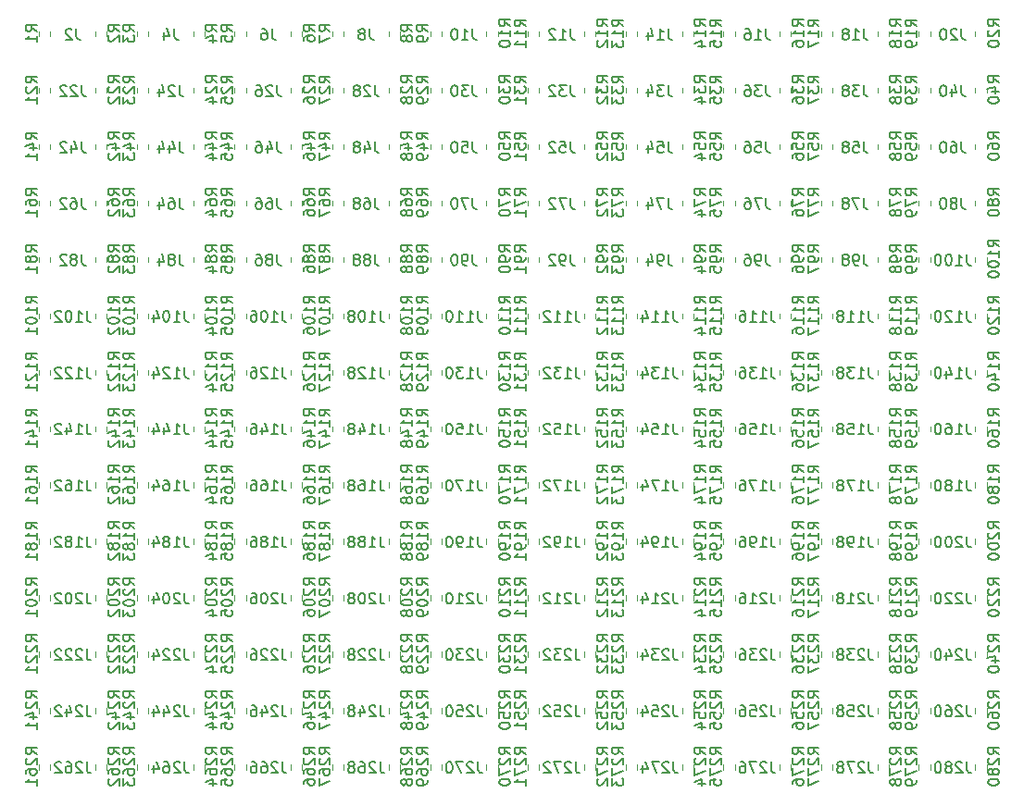
<source format=gbr>
%TF.GenerationSoftware,KiCad,Pcbnew,(6.0.7)*%
%TF.CreationDate,2023-04-07T20:00:28+08:00*%
%TF.ProjectId,MicroUSB2TypeCPanelization,4d696372-6f55-4534-9232-547970654350,rev?*%
%TF.SameCoordinates,Original*%
%TF.FileFunction,Legend,Bot*%
%TF.FilePolarity,Positive*%
%FSLAX46Y46*%
G04 Gerber Fmt 4.6, Leading zero omitted, Abs format (unit mm)*
G04 Created by KiCad (PCBNEW (6.0.7)) date 2023-04-07 20:00:28*
%MOMM*%
%LPD*%
G01*
G04 APERTURE LIST*
%ADD10C,0.150000*%
%ADD11C,0.120000*%
G04 APERTURE END LIST*
D10*
%TO.C,R280*%
X232752380Y-146980952D02*
X232276190Y-146647619D01*
X232752380Y-146409523D02*
X231752380Y-146409523D01*
X231752380Y-146790476D01*
X231800000Y-146885714D01*
X231847619Y-146933333D01*
X231942857Y-146980952D01*
X232085714Y-146980952D01*
X232180952Y-146933333D01*
X232228571Y-146885714D01*
X232276190Y-146790476D01*
X232276190Y-146409523D01*
X231847619Y-147361904D02*
X231800000Y-147409523D01*
X231752380Y-147504761D01*
X231752380Y-147742857D01*
X231800000Y-147838095D01*
X231847619Y-147885714D01*
X231942857Y-147933333D01*
X232038095Y-147933333D01*
X232180952Y-147885714D01*
X232752380Y-147314285D01*
X232752380Y-147933333D01*
X232180952Y-148504761D02*
X232133333Y-148409523D01*
X232085714Y-148361904D01*
X231990476Y-148314285D01*
X231942857Y-148314285D01*
X231847619Y-148361904D01*
X231800000Y-148409523D01*
X231752380Y-148504761D01*
X231752380Y-148695238D01*
X231800000Y-148790476D01*
X231847619Y-148838095D01*
X231942857Y-148885714D01*
X231990476Y-148885714D01*
X232085714Y-148838095D01*
X232133333Y-148790476D01*
X232180952Y-148695238D01*
X232180952Y-148504761D01*
X232228571Y-148409523D01*
X232276190Y-148361904D01*
X232371428Y-148314285D01*
X232561904Y-148314285D01*
X232657142Y-148361904D01*
X232704761Y-148409523D01*
X232752380Y-148504761D01*
X232752380Y-148695238D01*
X232704761Y-148790476D01*
X232657142Y-148838095D01*
X232561904Y-148885714D01*
X232371428Y-148885714D01*
X232276190Y-148838095D01*
X232228571Y-148790476D01*
X232180952Y-148695238D01*
X231752380Y-149504761D02*
X231752380Y-149600000D01*
X231800000Y-149695238D01*
X231847619Y-149742857D01*
X231942857Y-149790476D01*
X232133333Y-149838095D01*
X232371428Y-149838095D01*
X232561904Y-149790476D01*
X232657142Y-149742857D01*
X232704761Y-149695238D01*
X232752380Y-149600000D01*
X232752380Y-149504761D01*
X232704761Y-149409523D01*
X232657142Y-149361904D01*
X232561904Y-149314285D01*
X232371428Y-149266666D01*
X232133333Y-149266666D01*
X231942857Y-149314285D01*
X231847619Y-149361904D01*
X231800000Y-149409523D01*
X231752380Y-149504761D01*
%TO.C,R279*%
X225222380Y-147000952D02*
X224746190Y-146667619D01*
X225222380Y-146429523D02*
X224222380Y-146429523D01*
X224222380Y-146810476D01*
X224270000Y-146905714D01*
X224317619Y-146953333D01*
X224412857Y-147000952D01*
X224555714Y-147000952D01*
X224650952Y-146953333D01*
X224698571Y-146905714D01*
X224746190Y-146810476D01*
X224746190Y-146429523D01*
X224317619Y-147381904D02*
X224270000Y-147429523D01*
X224222380Y-147524761D01*
X224222380Y-147762857D01*
X224270000Y-147858095D01*
X224317619Y-147905714D01*
X224412857Y-147953333D01*
X224508095Y-147953333D01*
X224650952Y-147905714D01*
X225222380Y-147334285D01*
X225222380Y-147953333D01*
X224222380Y-148286666D02*
X224222380Y-148953333D01*
X225222380Y-148524761D01*
X225222380Y-149381904D02*
X225222380Y-149572380D01*
X225174761Y-149667619D01*
X225127142Y-149715238D01*
X224984285Y-149810476D01*
X224793809Y-149858095D01*
X224412857Y-149858095D01*
X224317619Y-149810476D01*
X224270000Y-149762857D01*
X224222380Y-149667619D01*
X224222380Y-149477142D01*
X224270000Y-149381904D01*
X224317619Y-149334285D01*
X224412857Y-149286666D01*
X224650952Y-149286666D01*
X224746190Y-149334285D01*
X224793809Y-149381904D01*
X224841428Y-149477142D01*
X224841428Y-149667619D01*
X224793809Y-149762857D01*
X224746190Y-149810476D01*
X224650952Y-149858095D01*
%TO.C,J280*%
X229805714Y-147702380D02*
X229805714Y-148416666D01*
X229853333Y-148559523D01*
X229948571Y-148654761D01*
X230091428Y-148702380D01*
X230186666Y-148702380D01*
X229377142Y-147797619D02*
X229329523Y-147750000D01*
X229234285Y-147702380D01*
X228996190Y-147702380D01*
X228900952Y-147750000D01*
X228853333Y-147797619D01*
X228805714Y-147892857D01*
X228805714Y-147988095D01*
X228853333Y-148130952D01*
X229424761Y-148702380D01*
X228805714Y-148702380D01*
X228234285Y-148130952D02*
X228329523Y-148083333D01*
X228377142Y-148035714D01*
X228424761Y-147940476D01*
X228424761Y-147892857D01*
X228377142Y-147797619D01*
X228329523Y-147750000D01*
X228234285Y-147702380D01*
X228043809Y-147702380D01*
X227948571Y-147750000D01*
X227900952Y-147797619D01*
X227853333Y-147892857D01*
X227853333Y-147940476D01*
X227900952Y-148035714D01*
X227948571Y-148083333D01*
X228043809Y-148130952D01*
X228234285Y-148130952D01*
X228329523Y-148178571D01*
X228377142Y-148226190D01*
X228424761Y-148321428D01*
X228424761Y-148511904D01*
X228377142Y-148607142D01*
X228329523Y-148654761D01*
X228234285Y-148702380D01*
X228043809Y-148702380D01*
X227948571Y-148654761D01*
X227900952Y-148607142D01*
X227853333Y-148511904D01*
X227853333Y-148321428D01*
X227900952Y-148226190D01*
X227948571Y-148178571D01*
X228043809Y-148130952D01*
X227234285Y-147702380D02*
X227139047Y-147702380D01*
X227043809Y-147750000D01*
X226996190Y-147797619D01*
X226948571Y-147892857D01*
X226900952Y-148083333D01*
X226900952Y-148321428D01*
X226948571Y-148511904D01*
X226996190Y-148607142D01*
X227043809Y-148654761D01*
X227139047Y-148702380D01*
X227234285Y-148702380D01*
X227329523Y-148654761D01*
X227377142Y-148607142D01*
X227424761Y-148511904D01*
X227472380Y-148321428D01*
X227472380Y-148083333D01*
X227424761Y-147892857D01*
X227377142Y-147797619D01*
X227329523Y-147750000D01*
X227234285Y-147702380D01*
%TO.C,R277*%
X216282380Y-147000952D02*
X215806190Y-146667619D01*
X216282380Y-146429523D02*
X215282380Y-146429523D01*
X215282380Y-146810476D01*
X215330000Y-146905714D01*
X215377619Y-146953333D01*
X215472857Y-147000952D01*
X215615714Y-147000952D01*
X215710952Y-146953333D01*
X215758571Y-146905714D01*
X215806190Y-146810476D01*
X215806190Y-146429523D01*
X215377619Y-147381904D02*
X215330000Y-147429523D01*
X215282380Y-147524761D01*
X215282380Y-147762857D01*
X215330000Y-147858095D01*
X215377619Y-147905714D01*
X215472857Y-147953333D01*
X215568095Y-147953333D01*
X215710952Y-147905714D01*
X216282380Y-147334285D01*
X216282380Y-147953333D01*
X215282380Y-148286666D02*
X215282380Y-148953333D01*
X216282380Y-148524761D01*
X215282380Y-149239047D02*
X215282380Y-149905714D01*
X216282380Y-149477142D01*
%TO.C,R278*%
X223812380Y-146980952D02*
X223336190Y-146647619D01*
X223812380Y-146409523D02*
X222812380Y-146409523D01*
X222812380Y-146790476D01*
X222860000Y-146885714D01*
X222907619Y-146933333D01*
X223002857Y-146980952D01*
X223145714Y-146980952D01*
X223240952Y-146933333D01*
X223288571Y-146885714D01*
X223336190Y-146790476D01*
X223336190Y-146409523D01*
X222907619Y-147361904D02*
X222860000Y-147409523D01*
X222812380Y-147504761D01*
X222812380Y-147742857D01*
X222860000Y-147838095D01*
X222907619Y-147885714D01*
X223002857Y-147933333D01*
X223098095Y-147933333D01*
X223240952Y-147885714D01*
X223812380Y-147314285D01*
X223812380Y-147933333D01*
X222812380Y-148266666D02*
X222812380Y-148933333D01*
X223812380Y-148504761D01*
X223240952Y-149457142D02*
X223193333Y-149361904D01*
X223145714Y-149314285D01*
X223050476Y-149266666D01*
X223002857Y-149266666D01*
X222907619Y-149314285D01*
X222860000Y-149361904D01*
X222812380Y-149457142D01*
X222812380Y-149647619D01*
X222860000Y-149742857D01*
X222907619Y-149790476D01*
X223002857Y-149838095D01*
X223050476Y-149838095D01*
X223145714Y-149790476D01*
X223193333Y-149742857D01*
X223240952Y-149647619D01*
X223240952Y-149457142D01*
X223288571Y-149361904D01*
X223336190Y-149314285D01*
X223431428Y-149266666D01*
X223621904Y-149266666D01*
X223717142Y-149314285D01*
X223764761Y-149361904D01*
X223812380Y-149457142D01*
X223812380Y-149647619D01*
X223764761Y-149742857D01*
X223717142Y-149790476D01*
X223621904Y-149838095D01*
X223431428Y-149838095D01*
X223336190Y-149790476D01*
X223288571Y-149742857D01*
X223240952Y-149647619D01*
%TO.C,J278*%
X220865714Y-147702380D02*
X220865714Y-148416666D01*
X220913333Y-148559523D01*
X221008571Y-148654761D01*
X221151428Y-148702380D01*
X221246666Y-148702380D01*
X220437142Y-147797619D02*
X220389523Y-147750000D01*
X220294285Y-147702380D01*
X220056190Y-147702380D01*
X219960952Y-147750000D01*
X219913333Y-147797619D01*
X219865714Y-147892857D01*
X219865714Y-147988095D01*
X219913333Y-148130952D01*
X220484761Y-148702380D01*
X219865714Y-148702380D01*
X219532380Y-147702380D02*
X218865714Y-147702380D01*
X219294285Y-148702380D01*
X218341904Y-148130952D02*
X218437142Y-148083333D01*
X218484761Y-148035714D01*
X218532380Y-147940476D01*
X218532380Y-147892857D01*
X218484761Y-147797619D01*
X218437142Y-147750000D01*
X218341904Y-147702380D01*
X218151428Y-147702380D01*
X218056190Y-147750000D01*
X218008571Y-147797619D01*
X217960952Y-147892857D01*
X217960952Y-147940476D01*
X218008571Y-148035714D01*
X218056190Y-148083333D01*
X218151428Y-148130952D01*
X218341904Y-148130952D01*
X218437142Y-148178571D01*
X218484761Y-148226190D01*
X218532380Y-148321428D01*
X218532380Y-148511904D01*
X218484761Y-148607142D01*
X218437142Y-148654761D01*
X218341904Y-148702380D01*
X218151428Y-148702380D01*
X218056190Y-148654761D01*
X218008571Y-148607142D01*
X217960952Y-148511904D01*
X217960952Y-148321428D01*
X218008571Y-148226190D01*
X218056190Y-148178571D01*
X218151428Y-148130952D01*
%TO.C,R276*%
X214872380Y-146980952D02*
X214396190Y-146647619D01*
X214872380Y-146409523D02*
X213872380Y-146409523D01*
X213872380Y-146790476D01*
X213920000Y-146885714D01*
X213967619Y-146933333D01*
X214062857Y-146980952D01*
X214205714Y-146980952D01*
X214300952Y-146933333D01*
X214348571Y-146885714D01*
X214396190Y-146790476D01*
X214396190Y-146409523D01*
X213967619Y-147361904D02*
X213920000Y-147409523D01*
X213872380Y-147504761D01*
X213872380Y-147742857D01*
X213920000Y-147838095D01*
X213967619Y-147885714D01*
X214062857Y-147933333D01*
X214158095Y-147933333D01*
X214300952Y-147885714D01*
X214872380Y-147314285D01*
X214872380Y-147933333D01*
X213872380Y-148266666D02*
X213872380Y-148933333D01*
X214872380Y-148504761D01*
X213872380Y-149742857D02*
X213872380Y-149552380D01*
X213920000Y-149457142D01*
X213967619Y-149409523D01*
X214110476Y-149314285D01*
X214300952Y-149266666D01*
X214681904Y-149266666D01*
X214777142Y-149314285D01*
X214824761Y-149361904D01*
X214872380Y-149457142D01*
X214872380Y-149647619D01*
X214824761Y-149742857D01*
X214777142Y-149790476D01*
X214681904Y-149838095D01*
X214443809Y-149838095D01*
X214348571Y-149790476D01*
X214300952Y-149742857D01*
X214253333Y-149647619D01*
X214253333Y-149457142D01*
X214300952Y-149361904D01*
X214348571Y-149314285D01*
X214443809Y-149266666D01*
%TO.C,R275*%
X207342380Y-147000952D02*
X206866190Y-146667619D01*
X207342380Y-146429523D02*
X206342380Y-146429523D01*
X206342380Y-146810476D01*
X206390000Y-146905714D01*
X206437619Y-146953333D01*
X206532857Y-147000952D01*
X206675714Y-147000952D01*
X206770952Y-146953333D01*
X206818571Y-146905714D01*
X206866190Y-146810476D01*
X206866190Y-146429523D01*
X206437619Y-147381904D02*
X206390000Y-147429523D01*
X206342380Y-147524761D01*
X206342380Y-147762857D01*
X206390000Y-147858095D01*
X206437619Y-147905714D01*
X206532857Y-147953333D01*
X206628095Y-147953333D01*
X206770952Y-147905714D01*
X207342380Y-147334285D01*
X207342380Y-147953333D01*
X206342380Y-148286666D02*
X206342380Y-148953333D01*
X207342380Y-148524761D01*
X206342380Y-149810476D02*
X206342380Y-149334285D01*
X206818571Y-149286666D01*
X206770952Y-149334285D01*
X206723333Y-149429523D01*
X206723333Y-149667619D01*
X206770952Y-149762857D01*
X206818571Y-149810476D01*
X206913809Y-149858095D01*
X207151904Y-149858095D01*
X207247142Y-149810476D01*
X207294761Y-149762857D01*
X207342380Y-149667619D01*
X207342380Y-149429523D01*
X207294761Y-149334285D01*
X207247142Y-149286666D01*
%TO.C,J276*%
X211925714Y-147702380D02*
X211925714Y-148416666D01*
X211973333Y-148559523D01*
X212068571Y-148654761D01*
X212211428Y-148702380D01*
X212306666Y-148702380D01*
X211497142Y-147797619D02*
X211449523Y-147750000D01*
X211354285Y-147702380D01*
X211116190Y-147702380D01*
X211020952Y-147750000D01*
X210973333Y-147797619D01*
X210925714Y-147892857D01*
X210925714Y-147988095D01*
X210973333Y-148130952D01*
X211544761Y-148702380D01*
X210925714Y-148702380D01*
X210592380Y-147702380D02*
X209925714Y-147702380D01*
X210354285Y-148702380D01*
X209116190Y-147702380D02*
X209306666Y-147702380D01*
X209401904Y-147750000D01*
X209449523Y-147797619D01*
X209544761Y-147940476D01*
X209592380Y-148130952D01*
X209592380Y-148511904D01*
X209544761Y-148607142D01*
X209497142Y-148654761D01*
X209401904Y-148702380D01*
X209211428Y-148702380D01*
X209116190Y-148654761D01*
X209068571Y-148607142D01*
X209020952Y-148511904D01*
X209020952Y-148273809D01*
X209068571Y-148178571D01*
X209116190Y-148130952D01*
X209211428Y-148083333D01*
X209401904Y-148083333D01*
X209497142Y-148130952D01*
X209544761Y-148178571D01*
X209592380Y-148273809D01*
%TO.C,R273*%
X198402380Y-147000952D02*
X197926190Y-146667619D01*
X198402380Y-146429523D02*
X197402380Y-146429523D01*
X197402380Y-146810476D01*
X197450000Y-146905714D01*
X197497619Y-146953333D01*
X197592857Y-147000952D01*
X197735714Y-147000952D01*
X197830952Y-146953333D01*
X197878571Y-146905714D01*
X197926190Y-146810476D01*
X197926190Y-146429523D01*
X197497619Y-147381904D02*
X197450000Y-147429523D01*
X197402380Y-147524761D01*
X197402380Y-147762857D01*
X197450000Y-147858095D01*
X197497619Y-147905714D01*
X197592857Y-147953333D01*
X197688095Y-147953333D01*
X197830952Y-147905714D01*
X198402380Y-147334285D01*
X198402380Y-147953333D01*
X197402380Y-148286666D02*
X197402380Y-148953333D01*
X198402380Y-148524761D01*
X197402380Y-149239047D02*
X197402380Y-149858095D01*
X197783333Y-149524761D01*
X197783333Y-149667619D01*
X197830952Y-149762857D01*
X197878571Y-149810476D01*
X197973809Y-149858095D01*
X198211904Y-149858095D01*
X198307142Y-149810476D01*
X198354761Y-149762857D01*
X198402380Y-149667619D01*
X198402380Y-149381904D01*
X198354761Y-149286666D01*
X198307142Y-149239047D01*
%TO.C,R274*%
X205932380Y-146980952D02*
X205456190Y-146647619D01*
X205932380Y-146409523D02*
X204932380Y-146409523D01*
X204932380Y-146790476D01*
X204980000Y-146885714D01*
X205027619Y-146933333D01*
X205122857Y-146980952D01*
X205265714Y-146980952D01*
X205360952Y-146933333D01*
X205408571Y-146885714D01*
X205456190Y-146790476D01*
X205456190Y-146409523D01*
X205027619Y-147361904D02*
X204980000Y-147409523D01*
X204932380Y-147504761D01*
X204932380Y-147742857D01*
X204980000Y-147838095D01*
X205027619Y-147885714D01*
X205122857Y-147933333D01*
X205218095Y-147933333D01*
X205360952Y-147885714D01*
X205932380Y-147314285D01*
X205932380Y-147933333D01*
X204932380Y-148266666D02*
X204932380Y-148933333D01*
X205932380Y-148504761D01*
X205265714Y-149742857D02*
X205932380Y-149742857D01*
X204884761Y-149504761D02*
X205599047Y-149266666D01*
X205599047Y-149885714D01*
%TO.C,J274*%
X202985714Y-147702380D02*
X202985714Y-148416666D01*
X203033333Y-148559523D01*
X203128571Y-148654761D01*
X203271428Y-148702380D01*
X203366666Y-148702380D01*
X202557142Y-147797619D02*
X202509523Y-147750000D01*
X202414285Y-147702380D01*
X202176190Y-147702380D01*
X202080952Y-147750000D01*
X202033333Y-147797619D01*
X201985714Y-147892857D01*
X201985714Y-147988095D01*
X202033333Y-148130952D01*
X202604761Y-148702380D01*
X201985714Y-148702380D01*
X201652380Y-147702380D02*
X200985714Y-147702380D01*
X201414285Y-148702380D01*
X200176190Y-148035714D02*
X200176190Y-148702380D01*
X200414285Y-147654761D02*
X200652380Y-148369047D01*
X200033333Y-148369047D01*
%TO.C,R271*%
X189462380Y-147000952D02*
X188986190Y-146667619D01*
X189462380Y-146429523D02*
X188462380Y-146429523D01*
X188462380Y-146810476D01*
X188510000Y-146905714D01*
X188557619Y-146953333D01*
X188652857Y-147000952D01*
X188795714Y-147000952D01*
X188890952Y-146953333D01*
X188938571Y-146905714D01*
X188986190Y-146810476D01*
X188986190Y-146429523D01*
X188557619Y-147381904D02*
X188510000Y-147429523D01*
X188462380Y-147524761D01*
X188462380Y-147762857D01*
X188510000Y-147858095D01*
X188557619Y-147905714D01*
X188652857Y-147953333D01*
X188748095Y-147953333D01*
X188890952Y-147905714D01*
X189462380Y-147334285D01*
X189462380Y-147953333D01*
X188462380Y-148286666D02*
X188462380Y-148953333D01*
X189462380Y-148524761D01*
X189462380Y-149858095D02*
X189462380Y-149286666D01*
X189462380Y-149572380D02*
X188462380Y-149572380D01*
X188605238Y-149477142D01*
X188700476Y-149381904D01*
X188748095Y-149286666D01*
%TO.C,R272*%
X196992380Y-146980952D02*
X196516190Y-146647619D01*
X196992380Y-146409523D02*
X195992380Y-146409523D01*
X195992380Y-146790476D01*
X196040000Y-146885714D01*
X196087619Y-146933333D01*
X196182857Y-146980952D01*
X196325714Y-146980952D01*
X196420952Y-146933333D01*
X196468571Y-146885714D01*
X196516190Y-146790476D01*
X196516190Y-146409523D01*
X196087619Y-147361904D02*
X196040000Y-147409523D01*
X195992380Y-147504761D01*
X195992380Y-147742857D01*
X196040000Y-147838095D01*
X196087619Y-147885714D01*
X196182857Y-147933333D01*
X196278095Y-147933333D01*
X196420952Y-147885714D01*
X196992380Y-147314285D01*
X196992380Y-147933333D01*
X195992380Y-148266666D02*
X195992380Y-148933333D01*
X196992380Y-148504761D01*
X196087619Y-149266666D02*
X196040000Y-149314285D01*
X195992380Y-149409523D01*
X195992380Y-149647619D01*
X196040000Y-149742857D01*
X196087619Y-149790476D01*
X196182857Y-149838095D01*
X196278095Y-149838095D01*
X196420952Y-149790476D01*
X196992380Y-149219047D01*
X196992380Y-149838095D01*
%TO.C,J272*%
X194045714Y-147702380D02*
X194045714Y-148416666D01*
X194093333Y-148559523D01*
X194188571Y-148654761D01*
X194331428Y-148702380D01*
X194426666Y-148702380D01*
X193617142Y-147797619D02*
X193569523Y-147750000D01*
X193474285Y-147702380D01*
X193236190Y-147702380D01*
X193140952Y-147750000D01*
X193093333Y-147797619D01*
X193045714Y-147892857D01*
X193045714Y-147988095D01*
X193093333Y-148130952D01*
X193664761Y-148702380D01*
X193045714Y-148702380D01*
X192712380Y-147702380D02*
X192045714Y-147702380D01*
X192474285Y-148702380D01*
X191712380Y-147797619D02*
X191664761Y-147750000D01*
X191569523Y-147702380D01*
X191331428Y-147702380D01*
X191236190Y-147750000D01*
X191188571Y-147797619D01*
X191140952Y-147892857D01*
X191140952Y-147988095D01*
X191188571Y-148130952D01*
X191760000Y-148702380D01*
X191140952Y-148702380D01*
%TO.C,R270*%
X188052380Y-146980952D02*
X187576190Y-146647619D01*
X188052380Y-146409523D02*
X187052380Y-146409523D01*
X187052380Y-146790476D01*
X187100000Y-146885714D01*
X187147619Y-146933333D01*
X187242857Y-146980952D01*
X187385714Y-146980952D01*
X187480952Y-146933333D01*
X187528571Y-146885714D01*
X187576190Y-146790476D01*
X187576190Y-146409523D01*
X187147619Y-147361904D02*
X187100000Y-147409523D01*
X187052380Y-147504761D01*
X187052380Y-147742857D01*
X187100000Y-147838095D01*
X187147619Y-147885714D01*
X187242857Y-147933333D01*
X187338095Y-147933333D01*
X187480952Y-147885714D01*
X188052380Y-147314285D01*
X188052380Y-147933333D01*
X187052380Y-148266666D02*
X187052380Y-148933333D01*
X188052380Y-148504761D01*
X187052380Y-149504761D02*
X187052380Y-149600000D01*
X187100000Y-149695238D01*
X187147619Y-149742857D01*
X187242857Y-149790476D01*
X187433333Y-149838095D01*
X187671428Y-149838095D01*
X187861904Y-149790476D01*
X187957142Y-149742857D01*
X188004761Y-149695238D01*
X188052380Y-149600000D01*
X188052380Y-149504761D01*
X188004761Y-149409523D01*
X187957142Y-149361904D01*
X187861904Y-149314285D01*
X187671428Y-149266666D01*
X187433333Y-149266666D01*
X187242857Y-149314285D01*
X187147619Y-149361904D01*
X187100000Y-149409523D01*
X187052380Y-149504761D01*
%TO.C,R269*%
X180522380Y-147000952D02*
X180046190Y-146667619D01*
X180522380Y-146429523D02*
X179522380Y-146429523D01*
X179522380Y-146810476D01*
X179570000Y-146905714D01*
X179617619Y-146953333D01*
X179712857Y-147000952D01*
X179855714Y-147000952D01*
X179950952Y-146953333D01*
X179998571Y-146905714D01*
X180046190Y-146810476D01*
X180046190Y-146429523D01*
X179617619Y-147381904D02*
X179570000Y-147429523D01*
X179522380Y-147524761D01*
X179522380Y-147762857D01*
X179570000Y-147858095D01*
X179617619Y-147905714D01*
X179712857Y-147953333D01*
X179808095Y-147953333D01*
X179950952Y-147905714D01*
X180522380Y-147334285D01*
X180522380Y-147953333D01*
X179522380Y-148810476D02*
X179522380Y-148620000D01*
X179570000Y-148524761D01*
X179617619Y-148477142D01*
X179760476Y-148381904D01*
X179950952Y-148334285D01*
X180331904Y-148334285D01*
X180427142Y-148381904D01*
X180474761Y-148429523D01*
X180522380Y-148524761D01*
X180522380Y-148715238D01*
X180474761Y-148810476D01*
X180427142Y-148858095D01*
X180331904Y-148905714D01*
X180093809Y-148905714D01*
X179998571Y-148858095D01*
X179950952Y-148810476D01*
X179903333Y-148715238D01*
X179903333Y-148524761D01*
X179950952Y-148429523D01*
X179998571Y-148381904D01*
X180093809Y-148334285D01*
X180522380Y-149381904D02*
X180522380Y-149572380D01*
X180474761Y-149667619D01*
X180427142Y-149715238D01*
X180284285Y-149810476D01*
X180093809Y-149858095D01*
X179712857Y-149858095D01*
X179617619Y-149810476D01*
X179570000Y-149762857D01*
X179522380Y-149667619D01*
X179522380Y-149477142D01*
X179570000Y-149381904D01*
X179617619Y-149334285D01*
X179712857Y-149286666D01*
X179950952Y-149286666D01*
X180046190Y-149334285D01*
X180093809Y-149381904D01*
X180141428Y-149477142D01*
X180141428Y-149667619D01*
X180093809Y-149762857D01*
X180046190Y-149810476D01*
X179950952Y-149858095D01*
%TO.C,J270*%
X185105714Y-147702380D02*
X185105714Y-148416666D01*
X185153333Y-148559523D01*
X185248571Y-148654761D01*
X185391428Y-148702380D01*
X185486666Y-148702380D01*
X184677142Y-147797619D02*
X184629523Y-147750000D01*
X184534285Y-147702380D01*
X184296190Y-147702380D01*
X184200952Y-147750000D01*
X184153333Y-147797619D01*
X184105714Y-147892857D01*
X184105714Y-147988095D01*
X184153333Y-148130952D01*
X184724761Y-148702380D01*
X184105714Y-148702380D01*
X183772380Y-147702380D02*
X183105714Y-147702380D01*
X183534285Y-148702380D01*
X182534285Y-147702380D02*
X182439047Y-147702380D01*
X182343809Y-147750000D01*
X182296190Y-147797619D01*
X182248571Y-147892857D01*
X182200952Y-148083333D01*
X182200952Y-148321428D01*
X182248571Y-148511904D01*
X182296190Y-148607142D01*
X182343809Y-148654761D01*
X182439047Y-148702380D01*
X182534285Y-148702380D01*
X182629523Y-148654761D01*
X182677142Y-148607142D01*
X182724761Y-148511904D01*
X182772380Y-148321428D01*
X182772380Y-148083333D01*
X182724761Y-147892857D01*
X182677142Y-147797619D01*
X182629523Y-147750000D01*
X182534285Y-147702380D01*
%TO.C,R267*%
X171582380Y-147000952D02*
X171106190Y-146667619D01*
X171582380Y-146429523D02*
X170582380Y-146429523D01*
X170582380Y-146810476D01*
X170630000Y-146905714D01*
X170677619Y-146953333D01*
X170772857Y-147000952D01*
X170915714Y-147000952D01*
X171010952Y-146953333D01*
X171058571Y-146905714D01*
X171106190Y-146810476D01*
X171106190Y-146429523D01*
X170677619Y-147381904D02*
X170630000Y-147429523D01*
X170582380Y-147524761D01*
X170582380Y-147762857D01*
X170630000Y-147858095D01*
X170677619Y-147905714D01*
X170772857Y-147953333D01*
X170868095Y-147953333D01*
X171010952Y-147905714D01*
X171582380Y-147334285D01*
X171582380Y-147953333D01*
X170582380Y-148810476D02*
X170582380Y-148620000D01*
X170630000Y-148524761D01*
X170677619Y-148477142D01*
X170820476Y-148381904D01*
X171010952Y-148334285D01*
X171391904Y-148334285D01*
X171487142Y-148381904D01*
X171534761Y-148429523D01*
X171582380Y-148524761D01*
X171582380Y-148715238D01*
X171534761Y-148810476D01*
X171487142Y-148858095D01*
X171391904Y-148905714D01*
X171153809Y-148905714D01*
X171058571Y-148858095D01*
X171010952Y-148810476D01*
X170963333Y-148715238D01*
X170963333Y-148524761D01*
X171010952Y-148429523D01*
X171058571Y-148381904D01*
X171153809Y-148334285D01*
X170582380Y-149239047D02*
X170582380Y-149905714D01*
X171582380Y-149477142D01*
%TO.C,R268*%
X179112380Y-146980952D02*
X178636190Y-146647619D01*
X179112380Y-146409523D02*
X178112380Y-146409523D01*
X178112380Y-146790476D01*
X178160000Y-146885714D01*
X178207619Y-146933333D01*
X178302857Y-146980952D01*
X178445714Y-146980952D01*
X178540952Y-146933333D01*
X178588571Y-146885714D01*
X178636190Y-146790476D01*
X178636190Y-146409523D01*
X178207619Y-147361904D02*
X178160000Y-147409523D01*
X178112380Y-147504761D01*
X178112380Y-147742857D01*
X178160000Y-147838095D01*
X178207619Y-147885714D01*
X178302857Y-147933333D01*
X178398095Y-147933333D01*
X178540952Y-147885714D01*
X179112380Y-147314285D01*
X179112380Y-147933333D01*
X178112380Y-148790476D02*
X178112380Y-148600000D01*
X178160000Y-148504761D01*
X178207619Y-148457142D01*
X178350476Y-148361904D01*
X178540952Y-148314285D01*
X178921904Y-148314285D01*
X179017142Y-148361904D01*
X179064761Y-148409523D01*
X179112380Y-148504761D01*
X179112380Y-148695238D01*
X179064761Y-148790476D01*
X179017142Y-148838095D01*
X178921904Y-148885714D01*
X178683809Y-148885714D01*
X178588571Y-148838095D01*
X178540952Y-148790476D01*
X178493333Y-148695238D01*
X178493333Y-148504761D01*
X178540952Y-148409523D01*
X178588571Y-148361904D01*
X178683809Y-148314285D01*
X178540952Y-149457142D02*
X178493333Y-149361904D01*
X178445714Y-149314285D01*
X178350476Y-149266666D01*
X178302857Y-149266666D01*
X178207619Y-149314285D01*
X178160000Y-149361904D01*
X178112380Y-149457142D01*
X178112380Y-149647619D01*
X178160000Y-149742857D01*
X178207619Y-149790476D01*
X178302857Y-149838095D01*
X178350476Y-149838095D01*
X178445714Y-149790476D01*
X178493333Y-149742857D01*
X178540952Y-149647619D01*
X178540952Y-149457142D01*
X178588571Y-149361904D01*
X178636190Y-149314285D01*
X178731428Y-149266666D01*
X178921904Y-149266666D01*
X179017142Y-149314285D01*
X179064761Y-149361904D01*
X179112380Y-149457142D01*
X179112380Y-149647619D01*
X179064761Y-149742857D01*
X179017142Y-149790476D01*
X178921904Y-149838095D01*
X178731428Y-149838095D01*
X178636190Y-149790476D01*
X178588571Y-149742857D01*
X178540952Y-149647619D01*
%TO.C,J268*%
X176165714Y-147702380D02*
X176165714Y-148416666D01*
X176213333Y-148559523D01*
X176308571Y-148654761D01*
X176451428Y-148702380D01*
X176546666Y-148702380D01*
X175737142Y-147797619D02*
X175689523Y-147750000D01*
X175594285Y-147702380D01*
X175356190Y-147702380D01*
X175260952Y-147750000D01*
X175213333Y-147797619D01*
X175165714Y-147892857D01*
X175165714Y-147988095D01*
X175213333Y-148130952D01*
X175784761Y-148702380D01*
X175165714Y-148702380D01*
X174308571Y-147702380D02*
X174499047Y-147702380D01*
X174594285Y-147750000D01*
X174641904Y-147797619D01*
X174737142Y-147940476D01*
X174784761Y-148130952D01*
X174784761Y-148511904D01*
X174737142Y-148607142D01*
X174689523Y-148654761D01*
X174594285Y-148702380D01*
X174403809Y-148702380D01*
X174308571Y-148654761D01*
X174260952Y-148607142D01*
X174213333Y-148511904D01*
X174213333Y-148273809D01*
X174260952Y-148178571D01*
X174308571Y-148130952D01*
X174403809Y-148083333D01*
X174594285Y-148083333D01*
X174689523Y-148130952D01*
X174737142Y-148178571D01*
X174784761Y-148273809D01*
X173641904Y-148130952D02*
X173737142Y-148083333D01*
X173784761Y-148035714D01*
X173832380Y-147940476D01*
X173832380Y-147892857D01*
X173784761Y-147797619D01*
X173737142Y-147750000D01*
X173641904Y-147702380D01*
X173451428Y-147702380D01*
X173356190Y-147750000D01*
X173308571Y-147797619D01*
X173260952Y-147892857D01*
X173260952Y-147940476D01*
X173308571Y-148035714D01*
X173356190Y-148083333D01*
X173451428Y-148130952D01*
X173641904Y-148130952D01*
X173737142Y-148178571D01*
X173784761Y-148226190D01*
X173832380Y-148321428D01*
X173832380Y-148511904D01*
X173784761Y-148607142D01*
X173737142Y-148654761D01*
X173641904Y-148702380D01*
X173451428Y-148702380D01*
X173356190Y-148654761D01*
X173308571Y-148607142D01*
X173260952Y-148511904D01*
X173260952Y-148321428D01*
X173308571Y-148226190D01*
X173356190Y-148178571D01*
X173451428Y-148130952D01*
%TO.C,R265*%
X162642380Y-147000952D02*
X162166190Y-146667619D01*
X162642380Y-146429523D02*
X161642380Y-146429523D01*
X161642380Y-146810476D01*
X161690000Y-146905714D01*
X161737619Y-146953333D01*
X161832857Y-147000952D01*
X161975714Y-147000952D01*
X162070952Y-146953333D01*
X162118571Y-146905714D01*
X162166190Y-146810476D01*
X162166190Y-146429523D01*
X161737619Y-147381904D02*
X161690000Y-147429523D01*
X161642380Y-147524761D01*
X161642380Y-147762857D01*
X161690000Y-147858095D01*
X161737619Y-147905714D01*
X161832857Y-147953333D01*
X161928095Y-147953333D01*
X162070952Y-147905714D01*
X162642380Y-147334285D01*
X162642380Y-147953333D01*
X161642380Y-148810476D02*
X161642380Y-148620000D01*
X161690000Y-148524761D01*
X161737619Y-148477142D01*
X161880476Y-148381904D01*
X162070952Y-148334285D01*
X162451904Y-148334285D01*
X162547142Y-148381904D01*
X162594761Y-148429523D01*
X162642380Y-148524761D01*
X162642380Y-148715238D01*
X162594761Y-148810476D01*
X162547142Y-148858095D01*
X162451904Y-148905714D01*
X162213809Y-148905714D01*
X162118571Y-148858095D01*
X162070952Y-148810476D01*
X162023333Y-148715238D01*
X162023333Y-148524761D01*
X162070952Y-148429523D01*
X162118571Y-148381904D01*
X162213809Y-148334285D01*
X161642380Y-149810476D02*
X161642380Y-149334285D01*
X162118571Y-149286666D01*
X162070952Y-149334285D01*
X162023333Y-149429523D01*
X162023333Y-149667619D01*
X162070952Y-149762857D01*
X162118571Y-149810476D01*
X162213809Y-149858095D01*
X162451904Y-149858095D01*
X162547142Y-149810476D01*
X162594761Y-149762857D01*
X162642380Y-149667619D01*
X162642380Y-149429523D01*
X162594761Y-149334285D01*
X162547142Y-149286666D01*
%TO.C,R266*%
X170172380Y-146980952D02*
X169696190Y-146647619D01*
X170172380Y-146409523D02*
X169172380Y-146409523D01*
X169172380Y-146790476D01*
X169220000Y-146885714D01*
X169267619Y-146933333D01*
X169362857Y-146980952D01*
X169505714Y-146980952D01*
X169600952Y-146933333D01*
X169648571Y-146885714D01*
X169696190Y-146790476D01*
X169696190Y-146409523D01*
X169267619Y-147361904D02*
X169220000Y-147409523D01*
X169172380Y-147504761D01*
X169172380Y-147742857D01*
X169220000Y-147838095D01*
X169267619Y-147885714D01*
X169362857Y-147933333D01*
X169458095Y-147933333D01*
X169600952Y-147885714D01*
X170172380Y-147314285D01*
X170172380Y-147933333D01*
X169172380Y-148790476D02*
X169172380Y-148600000D01*
X169220000Y-148504761D01*
X169267619Y-148457142D01*
X169410476Y-148361904D01*
X169600952Y-148314285D01*
X169981904Y-148314285D01*
X170077142Y-148361904D01*
X170124761Y-148409523D01*
X170172380Y-148504761D01*
X170172380Y-148695238D01*
X170124761Y-148790476D01*
X170077142Y-148838095D01*
X169981904Y-148885714D01*
X169743809Y-148885714D01*
X169648571Y-148838095D01*
X169600952Y-148790476D01*
X169553333Y-148695238D01*
X169553333Y-148504761D01*
X169600952Y-148409523D01*
X169648571Y-148361904D01*
X169743809Y-148314285D01*
X169172380Y-149742857D02*
X169172380Y-149552380D01*
X169220000Y-149457142D01*
X169267619Y-149409523D01*
X169410476Y-149314285D01*
X169600952Y-149266666D01*
X169981904Y-149266666D01*
X170077142Y-149314285D01*
X170124761Y-149361904D01*
X170172380Y-149457142D01*
X170172380Y-149647619D01*
X170124761Y-149742857D01*
X170077142Y-149790476D01*
X169981904Y-149838095D01*
X169743809Y-149838095D01*
X169648571Y-149790476D01*
X169600952Y-149742857D01*
X169553333Y-149647619D01*
X169553333Y-149457142D01*
X169600952Y-149361904D01*
X169648571Y-149314285D01*
X169743809Y-149266666D01*
%TO.C,J266*%
X167225714Y-147702380D02*
X167225714Y-148416666D01*
X167273333Y-148559523D01*
X167368571Y-148654761D01*
X167511428Y-148702380D01*
X167606666Y-148702380D01*
X166797142Y-147797619D02*
X166749523Y-147750000D01*
X166654285Y-147702380D01*
X166416190Y-147702380D01*
X166320952Y-147750000D01*
X166273333Y-147797619D01*
X166225714Y-147892857D01*
X166225714Y-147988095D01*
X166273333Y-148130952D01*
X166844761Y-148702380D01*
X166225714Y-148702380D01*
X165368571Y-147702380D02*
X165559047Y-147702380D01*
X165654285Y-147750000D01*
X165701904Y-147797619D01*
X165797142Y-147940476D01*
X165844761Y-148130952D01*
X165844761Y-148511904D01*
X165797142Y-148607142D01*
X165749523Y-148654761D01*
X165654285Y-148702380D01*
X165463809Y-148702380D01*
X165368571Y-148654761D01*
X165320952Y-148607142D01*
X165273333Y-148511904D01*
X165273333Y-148273809D01*
X165320952Y-148178571D01*
X165368571Y-148130952D01*
X165463809Y-148083333D01*
X165654285Y-148083333D01*
X165749523Y-148130952D01*
X165797142Y-148178571D01*
X165844761Y-148273809D01*
X164416190Y-147702380D02*
X164606666Y-147702380D01*
X164701904Y-147750000D01*
X164749523Y-147797619D01*
X164844761Y-147940476D01*
X164892380Y-148130952D01*
X164892380Y-148511904D01*
X164844761Y-148607142D01*
X164797142Y-148654761D01*
X164701904Y-148702380D01*
X164511428Y-148702380D01*
X164416190Y-148654761D01*
X164368571Y-148607142D01*
X164320952Y-148511904D01*
X164320952Y-148273809D01*
X164368571Y-148178571D01*
X164416190Y-148130952D01*
X164511428Y-148083333D01*
X164701904Y-148083333D01*
X164797142Y-148130952D01*
X164844761Y-148178571D01*
X164892380Y-148273809D01*
%TO.C,R263*%
X153702380Y-147000952D02*
X153226190Y-146667619D01*
X153702380Y-146429523D02*
X152702380Y-146429523D01*
X152702380Y-146810476D01*
X152750000Y-146905714D01*
X152797619Y-146953333D01*
X152892857Y-147000952D01*
X153035714Y-147000952D01*
X153130952Y-146953333D01*
X153178571Y-146905714D01*
X153226190Y-146810476D01*
X153226190Y-146429523D01*
X152797619Y-147381904D02*
X152750000Y-147429523D01*
X152702380Y-147524761D01*
X152702380Y-147762857D01*
X152750000Y-147858095D01*
X152797619Y-147905714D01*
X152892857Y-147953333D01*
X152988095Y-147953333D01*
X153130952Y-147905714D01*
X153702380Y-147334285D01*
X153702380Y-147953333D01*
X152702380Y-148810476D02*
X152702380Y-148620000D01*
X152750000Y-148524761D01*
X152797619Y-148477142D01*
X152940476Y-148381904D01*
X153130952Y-148334285D01*
X153511904Y-148334285D01*
X153607142Y-148381904D01*
X153654761Y-148429523D01*
X153702380Y-148524761D01*
X153702380Y-148715238D01*
X153654761Y-148810476D01*
X153607142Y-148858095D01*
X153511904Y-148905714D01*
X153273809Y-148905714D01*
X153178571Y-148858095D01*
X153130952Y-148810476D01*
X153083333Y-148715238D01*
X153083333Y-148524761D01*
X153130952Y-148429523D01*
X153178571Y-148381904D01*
X153273809Y-148334285D01*
X152702380Y-149239047D02*
X152702380Y-149858095D01*
X153083333Y-149524761D01*
X153083333Y-149667619D01*
X153130952Y-149762857D01*
X153178571Y-149810476D01*
X153273809Y-149858095D01*
X153511904Y-149858095D01*
X153607142Y-149810476D01*
X153654761Y-149762857D01*
X153702380Y-149667619D01*
X153702380Y-149381904D01*
X153654761Y-149286666D01*
X153607142Y-149239047D01*
%TO.C,R264*%
X161232380Y-146980952D02*
X160756190Y-146647619D01*
X161232380Y-146409523D02*
X160232380Y-146409523D01*
X160232380Y-146790476D01*
X160280000Y-146885714D01*
X160327619Y-146933333D01*
X160422857Y-146980952D01*
X160565714Y-146980952D01*
X160660952Y-146933333D01*
X160708571Y-146885714D01*
X160756190Y-146790476D01*
X160756190Y-146409523D01*
X160327619Y-147361904D02*
X160280000Y-147409523D01*
X160232380Y-147504761D01*
X160232380Y-147742857D01*
X160280000Y-147838095D01*
X160327619Y-147885714D01*
X160422857Y-147933333D01*
X160518095Y-147933333D01*
X160660952Y-147885714D01*
X161232380Y-147314285D01*
X161232380Y-147933333D01*
X160232380Y-148790476D02*
X160232380Y-148600000D01*
X160280000Y-148504761D01*
X160327619Y-148457142D01*
X160470476Y-148361904D01*
X160660952Y-148314285D01*
X161041904Y-148314285D01*
X161137142Y-148361904D01*
X161184761Y-148409523D01*
X161232380Y-148504761D01*
X161232380Y-148695238D01*
X161184761Y-148790476D01*
X161137142Y-148838095D01*
X161041904Y-148885714D01*
X160803809Y-148885714D01*
X160708571Y-148838095D01*
X160660952Y-148790476D01*
X160613333Y-148695238D01*
X160613333Y-148504761D01*
X160660952Y-148409523D01*
X160708571Y-148361904D01*
X160803809Y-148314285D01*
X160565714Y-149742857D02*
X161232380Y-149742857D01*
X160184761Y-149504761D02*
X160899047Y-149266666D01*
X160899047Y-149885714D01*
%TO.C,J264*%
X158285714Y-147702380D02*
X158285714Y-148416666D01*
X158333333Y-148559523D01*
X158428571Y-148654761D01*
X158571428Y-148702380D01*
X158666666Y-148702380D01*
X157857142Y-147797619D02*
X157809523Y-147750000D01*
X157714285Y-147702380D01*
X157476190Y-147702380D01*
X157380952Y-147750000D01*
X157333333Y-147797619D01*
X157285714Y-147892857D01*
X157285714Y-147988095D01*
X157333333Y-148130952D01*
X157904761Y-148702380D01*
X157285714Y-148702380D01*
X156428571Y-147702380D02*
X156619047Y-147702380D01*
X156714285Y-147750000D01*
X156761904Y-147797619D01*
X156857142Y-147940476D01*
X156904761Y-148130952D01*
X156904761Y-148511904D01*
X156857142Y-148607142D01*
X156809523Y-148654761D01*
X156714285Y-148702380D01*
X156523809Y-148702380D01*
X156428571Y-148654761D01*
X156380952Y-148607142D01*
X156333333Y-148511904D01*
X156333333Y-148273809D01*
X156380952Y-148178571D01*
X156428571Y-148130952D01*
X156523809Y-148083333D01*
X156714285Y-148083333D01*
X156809523Y-148130952D01*
X156857142Y-148178571D01*
X156904761Y-148273809D01*
X155476190Y-148035714D02*
X155476190Y-148702380D01*
X155714285Y-147654761D02*
X155952380Y-148369047D01*
X155333333Y-148369047D01*
%TO.C,R261*%
X144762380Y-147000952D02*
X144286190Y-146667619D01*
X144762380Y-146429523D02*
X143762380Y-146429523D01*
X143762380Y-146810476D01*
X143810000Y-146905714D01*
X143857619Y-146953333D01*
X143952857Y-147000952D01*
X144095714Y-147000952D01*
X144190952Y-146953333D01*
X144238571Y-146905714D01*
X144286190Y-146810476D01*
X144286190Y-146429523D01*
X143857619Y-147381904D02*
X143810000Y-147429523D01*
X143762380Y-147524761D01*
X143762380Y-147762857D01*
X143810000Y-147858095D01*
X143857619Y-147905714D01*
X143952857Y-147953333D01*
X144048095Y-147953333D01*
X144190952Y-147905714D01*
X144762380Y-147334285D01*
X144762380Y-147953333D01*
X143762380Y-148810476D02*
X143762380Y-148620000D01*
X143810000Y-148524761D01*
X143857619Y-148477142D01*
X144000476Y-148381904D01*
X144190952Y-148334285D01*
X144571904Y-148334285D01*
X144667142Y-148381904D01*
X144714761Y-148429523D01*
X144762380Y-148524761D01*
X144762380Y-148715238D01*
X144714761Y-148810476D01*
X144667142Y-148858095D01*
X144571904Y-148905714D01*
X144333809Y-148905714D01*
X144238571Y-148858095D01*
X144190952Y-148810476D01*
X144143333Y-148715238D01*
X144143333Y-148524761D01*
X144190952Y-148429523D01*
X144238571Y-148381904D01*
X144333809Y-148334285D01*
X144762380Y-149858095D02*
X144762380Y-149286666D01*
X144762380Y-149572380D02*
X143762380Y-149572380D01*
X143905238Y-149477142D01*
X144000476Y-149381904D01*
X144048095Y-149286666D01*
%TO.C,R262*%
X152292380Y-146980952D02*
X151816190Y-146647619D01*
X152292380Y-146409523D02*
X151292380Y-146409523D01*
X151292380Y-146790476D01*
X151340000Y-146885714D01*
X151387619Y-146933333D01*
X151482857Y-146980952D01*
X151625714Y-146980952D01*
X151720952Y-146933333D01*
X151768571Y-146885714D01*
X151816190Y-146790476D01*
X151816190Y-146409523D01*
X151387619Y-147361904D02*
X151340000Y-147409523D01*
X151292380Y-147504761D01*
X151292380Y-147742857D01*
X151340000Y-147838095D01*
X151387619Y-147885714D01*
X151482857Y-147933333D01*
X151578095Y-147933333D01*
X151720952Y-147885714D01*
X152292380Y-147314285D01*
X152292380Y-147933333D01*
X151292380Y-148790476D02*
X151292380Y-148600000D01*
X151340000Y-148504761D01*
X151387619Y-148457142D01*
X151530476Y-148361904D01*
X151720952Y-148314285D01*
X152101904Y-148314285D01*
X152197142Y-148361904D01*
X152244761Y-148409523D01*
X152292380Y-148504761D01*
X152292380Y-148695238D01*
X152244761Y-148790476D01*
X152197142Y-148838095D01*
X152101904Y-148885714D01*
X151863809Y-148885714D01*
X151768571Y-148838095D01*
X151720952Y-148790476D01*
X151673333Y-148695238D01*
X151673333Y-148504761D01*
X151720952Y-148409523D01*
X151768571Y-148361904D01*
X151863809Y-148314285D01*
X151387619Y-149266666D02*
X151340000Y-149314285D01*
X151292380Y-149409523D01*
X151292380Y-149647619D01*
X151340000Y-149742857D01*
X151387619Y-149790476D01*
X151482857Y-149838095D01*
X151578095Y-149838095D01*
X151720952Y-149790476D01*
X152292380Y-149219047D01*
X152292380Y-149838095D01*
%TO.C,J262*%
X149345714Y-147702380D02*
X149345714Y-148416666D01*
X149393333Y-148559523D01*
X149488571Y-148654761D01*
X149631428Y-148702380D01*
X149726666Y-148702380D01*
X148917142Y-147797619D02*
X148869523Y-147750000D01*
X148774285Y-147702380D01*
X148536190Y-147702380D01*
X148440952Y-147750000D01*
X148393333Y-147797619D01*
X148345714Y-147892857D01*
X148345714Y-147988095D01*
X148393333Y-148130952D01*
X148964761Y-148702380D01*
X148345714Y-148702380D01*
X147488571Y-147702380D02*
X147679047Y-147702380D01*
X147774285Y-147750000D01*
X147821904Y-147797619D01*
X147917142Y-147940476D01*
X147964761Y-148130952D01*
X147964761Y-148511904D01*
X147917142Y-148607142D01*
X147869523Y-148654761D01*
X147774285Y-148702380D01*
X147583809Y-148702380D01*
X147488571Y-148654761D01*
X147440952Y-148607142D01*
X147393333Y-148511904D01*
X147393333Y-148273809D01*
X147440952Y-148178571D01*
X147488571Y-148130952D01*
X147583809Y-148083333D01*
X147774285Y-148083333D01*
X147869523Y-148130952D01*
X147917142Y-148178571D01*
X147964761Y-148273809D01*
X147012380Y-147797619D02*
X146964761Y-147750000D01*
X146869523Y-147702380D01*
X146631428Y-147702380D01*
X146536190Y-147750000D01*
X146488571Y-147797619D01*
X146440952Y-147892857D01*
X146440952Y-147988095D01*
X146488571Y-148130952D01*
X147060000Y-148702380D01*
X146440952Y-148702380D01*
%TO.C,R260*%
X232752380Y-141820952D02*
X232276190Y-141487619D01*
X232752380Y-141249523D02*
X231752380Y-141249523D01*
X231752380Y-141630476D01*
X231800000Y-141725714D01*
X231847619Y-141773333D01*
X231942857Y-141820952D01*
X232085714Y-141820952D01*
X232180952Y-141773333D01*
X232228571Y-141725714D01*
X232276190Y-141630476D01*
X232276190Y-141249523D01*
X231847619Y-142201904D02*
X231800000Y-142249523D01*
X231752380Y-142344761D01*
X231752380Y-142582857D01*
X231800000Y-142678095D01*
X231847619Y-142725714D01*
X231942857Y-142773333D01*
X232038095Y-142773333D01*
X232180952Y-142725714D01*
X232752380Y-142154285D01*
X232752380Y-142773333D01*
X231752380Y-143630476D02*
X231752380Y-143440000D01*
X231800000Y-143344761D01*
X231847619Y-143297142D01*
X231990476Y-143201904D01*
X232180952Y-143154285D01*
X232561904Y-143154285D01*
X232657142Y-143201904D01*
X232704761Y-143249523D01*
X232752380Y-143344761D01*
X232752380Y-143535238D01*
X232704761Y-143630476D01*
X232657142Y-143678095D01*
X232561904Y-143725714D01*
X232323809Y-143725714D01*
X232228571Y-143678095D01*
X232180952Y-143630476D01*
X232133333Y-143535238D01*
X232133333Y-143344761D01*
X232180952Y-143249523D01*
X232228571Y-143201904D01*
X232323809Y-143154285D01*
X231752380Y-144344761D02*
X231752380Y-144440000D01*
X231800000Y-144535238D01*
X231847619Y-144582857D01*
X231942857Y-144630476D01*
X232133333Y-144678095D01*
X232371428Y-144678095D01*
X232561904Y-144630476D01*
X232657142Y-144582857D01*
X232704761Y-144535238D01*
X232752380Y-144440000D01*
X232752380Y-144344761D01*
X232704761Y-144249523D01*
X232657142Y-144201904D01*
X232561904Y-144154285D01*
X232371428Y-144106666D01*
X232133333Y-144106666D01*
X231942857Y-144154285D01*
X231847619Y-144201904D01*
X231800000Y-144249523D01*
X231752380Y-144344761D01*
%TO.C,R259*%
X225222380Y-141840952D02*
X224746190Y-141507619D01*
X225222380Y-141269523D02*
X224222380Y-141269523D01*
X224222380Y-141650476D01*
X224270000Y-141745714D01*
X224317619Y-141793333D01*
X224412857Y-141840952D01*
X224555714Y-141840952D01*
X224650952Y-141793333D01*
X224698571Y-141745714D01*
X224746190Y-141650476D01*
X224746190Y-141269523D01*
X224317619Y-142221904D02*
X224270000Y-142269523D01*
X224222380Y-142364761D01*
X224222380Y-142602857D01*
X224270000Y-142698095D01*
X224317619Y-142745714D01*
X224412857Y-142793333D01*
X224508095Y-142793333D01*
X224650952Y-142745714D01*
X225222380Y-142174285D01*
X225222380Y-142793333D01*
X224222380Y-143698095D02*
X224222380Y-143221904D01*
X224698571Y-143174285D01*
X224650952Y-143221904D01*
X224603333Y-143317142D01*
X224603333Y-143555238D01*
X224650952Y-143650476D01*
X224698571Y-143698095D01*
X224793809Y-143745714D01*
X225031904Y-143745714D01*
X225127142Y-143698095D01*
X225174761Y-143650476D01*
X225222380Y-143555238D01*
X225222380Y-143317142D01*
X225174761Y-143221904D01*
X225127142Y-143174285D01*
X225222380Y-144221904D02*
X225222380Y-144412380D01*
X225174761Y-144507619D01*
X225127142Y-144555238D01*
X224984285Y-144650476D01*
X224793809Y-144698095D01*
X224412857Y-144698095D01*
X224317619Y-144650476D01*
X224270000Y-144602857D01*
X224222380Y-144507619D01*
X224222380Y-144317142D01*
X224270000Y-144221904D01*
X224317619Y-144174285D01*
X224412857Y-144126666D01*
X224650952Y-144126666D01*
X224746190Y-144174285D01*
X224793809Y-144221904D01*
X224841428Y-144317142D01*
X224841428Y-144507619D01*
X224793809Y-144602857D01*
X224746190Y-144650476D01*
X224650952Y-144698095D01*
%TO.C,J260*%
X229805714Y-142542380D02*
X229805714Y-143256666D01*
X229853333Y-143399523D01*
X229948571Y-143494761D01*
X230091428Y-143542380D01*
X230186666Y-143542380D01*
X229377142Y-142637619D02*
X229329523Y-142590000D01*
X229234285Y-142542380D01*
X228996190Y-142542380D01*
X228900952Y-142590000D01*
X228853333Y-142637619D01*
X228805714Y-142732857D01*
X228805714Y-142828095D01*
X228853333Y-142970952D01*
X229424761Y-143542380D01*
X228805714Y-143542380D01*
X227948571Y-142542380D02*
X228139047Y-142542380D01*
X228234285Y-142590000D01*
X228281904Y-142637619D01*
X228377142Y-142780476D01*
X228424761Y-142970952D01*
X228424761Y-143351904D01*
X228377142Y-143447142D01*
X228329523Y-143494761D01*
X228234285Y-143542380D01*
X228043809Y-143542380D01*
X227948571Y-143494761D01*
X227900952Y-143447142D01*
X227853333Y-143351904D01*
X227853333Y-143113809D01*
X227900952Y-143018571D01*
X227948571Y-142970952D01*
X228043809Y-142923333D01*
X228234285Y-142923333D01*
X228329523Y-142970952D01*
X228377142Y-143018571D01*
X228424761Y-143113809D01*
X227234285Y-142542380D02*
X227139047Y-142542380D01*
X227043809Y-142590000D01*
X226996190Y-142637619D01*
X226948571Y-142732857D01*
X226900952Y-142923333D01*
X226900952Y-143161428D01*
X226948571Y-143351904D01*
X226996190Y-143447142D01*
X227043809Y-143494761D01*
X227139047Y-143542380D01*
X227234285Y-143542380D01*
X227329523Y-143494761D01*
X227377142Y-143447142D01*
X227424761Y-143351904D01*
X227472380Y-143161428D01*
X227472380Y-142923333D01*
X227424761Y-142732857D01*
X227377142Y-142637619D01*
X227329523Y-142590000D01*
X227234285Y-142542380D01*
%TO.C,R257*%
X216282380Y-141840952D02*
X215806190Y-141507619D01*
X216282380Y-141269523D02*
X215282380Y-141269523D01*
X215282380Y-141650476D01*
X215330000Y-141745714D01*
X215377619Y-141793333D01*
X215472857Y-141840952D01*
X215615714Y-141840952D01*
X215710952Y-141793333D01*
X215758571Y-141745714D01*
X215806190Y-141650476D01*
X215806190Y-141269523D01*
X215377619Y-142221904D02*
X215330000Y-142269523D01*
X215282380Y-142364761D01*
X215282380Y-142602857D01*
X215330000Y-142698095D01*
X215377619Y-142745714D01*
X215472857Y-142793333D01*
X215568095Y-142793333D01*
X215710952Y-142745714D01*
X216282380Y-142174285D01*
X216282380Y-142793333D01*
X215282380Y-143698095D02*
X215282380Y-143221904D01*
X215758571Y-143174285D01*
X215710952Y-143221904D01*
X215663333Y-143317142D01*
X215663333Y-143555238D01*
X215710952Y-143650476D01*
X215758571Y-143698095D01*
X215853809Y-143745714D01*
X216091904Y-143745714D01*
X216187142Y-143698095D01*
X216234761Y-143650476D01*
X216282380Y-143555238D01*
X216282380Y-143317142D01*
X216234761Y-143221904D01*
X216187142Y-143174285D01*
X215282380Y-144079047D02*
X215282380Y-144745714D01*
X216282380Y-144317142D01*
%TO.C,R258*%
X223812380Y-141820952D02*
X223336190Y-141487619D01*
X223812380Y-141249523D02*
X222812380Y-141249523D01*
X222812380Y-141630476D01*
X222860000Y-141725714D01*
X222907619Y-141773333D01*
X223002857Y-141820952D01*
X223145714Y-141820952D01*
X223240952Y-141773333D01*
X223288571Y-141725714D01*
X223336190Y-141630476D01*
X223336190Y-141249523D01*
X222907619Y-142201904D02*
X222860000Y-142249523D01*
X222812380Y-142344761D01*
X222812380Y-142582857D01*
X222860000Y-142678095D01*
X222907619Y-142725714D01*
X223002857Y-142773333D01*
X223098095Y-142773333D01*
X223240952Y-142725714D01*
X223812380Y-142154285D01*
X223812380Y-142773333D01*
X222812380Y-143678095D02*
X222812380Y-143201904D01*
X223288571Y-143154285D01*
X223240952Y-143201904D01*
X223193333Y-143297142D01*
X223193333Y-143535238D01*
X223240952Y-143630476D01*
X223288571Y-143678095D01*
X223383809Y-143725714D01*
X223621904Y-143725714D01*
X223717142Y-143678095D01*
X223764761Y-143630476D01*
X223812380Y-143535238D01*
X223812380Y-143297142D01*
X223764761Y-143201904D01*
X223717142Y-143154285D01*
X223240952Y-144297142D02*
X223193333Y-144201904D01*
X223145714Y-144154285D01*
X223050476Y-144106666D01*
X223002857Y-144106666D01*
X222907619Y-144154285D01*
X222860000Y-144201904D01*
X222812380Y-144297142D01*
X222812380Y-144487619D01*
X222860000Y-144582857D01*
X222907619Y-144630476D01*
X223002857Y-144678095D01*
X223050476Y-144678095D01*
X223145714Y-144630476D01*
X223193333Y-144582857D01*
X223240952Y-144487619D01*
X223240952Y-144297142D01*
X223288571Y-144201904D01*
X223336190Y-144154285D01*
X223431428Y-144106666D01*
X223621904Y-144106666D01*
X223717142Y-144154285D01*
X223764761Y-144201904D01*
X223812380Y-144297142D01*
X223812380Y-144487619D01*
X223764761Y-144582857D01*
X223717142Y-144630476D01*
X223621904Y-144678095D01*
X223431428Y-144678095D01*
X223336190Y-144630476D01*
X223288571Y-144582857D01*
X223240952Y-144487619D01*
%TO.C,J258*%
X220865714Y-142542380D02*
X220865714Y-143256666D01*
X220913333Y-143399523D01*
X221008571Y-143494761D01*
X221151428Y-143542380D01*
X221246666Y-143542380D01*
X220437142Y-142637619D02*
X220389523Y-142590000D01*
X220294285Y-142542380D01*
X220056190Y-142542380D01*
X219960952Y-142590000D01*
X219913333Y-142637619D01*
X219865714Y-142732857D01*
X219865714Y-142828095D01*
X219913333Y-142970952D01*
X220484761Y-143542380D01*
X219865714Y-143542380D01*
X218960952Y-142542380D02*
X219437142Y-142542380D01*
X219484761Y-143018571D01*
X219437142Y-142970952D01*
X219341904Y-142923333D01*
X219103809Y-142923333D01*
X219008571Y-142970952D01*
X218960952Y-143018571D01*
X218913333Y-143113809D01*
X218913333Y-143351904D01*
X218960952Y-143447142D01*
X219008571Y-143494761D01*
X219103809Y-143542380D01*
X219341904Y-143542380D01*
X219437142Y-143494761D01*
X219484761Y-143447142D01*
X218341904Y-142970952D02*
X218437142Y-142923333D01*
X218484761Y-142875714D01*
X218532380Y-142780476D01*
X218532380Y-142732857D01*
X218484761Y-142637619D01*
X218437142Y-142590000D01*
X218341904Y-142542380D01*
X218151428Y-142542380D01*
X218056190Y-142590000D01*
X218008571Y-142637619D01*
X217960952Y-142732857D01*
X217960952Y-142780476D01*
X218008571Y-142875714D01*
X218056190Y-142923333D01*
X218151428Y-142970952D01*
X218341904Y-142970952D01*
X218437142Y-143018571D01*
X218484761Y-143066190D01*
X218532380Y-143161428D01*
X218532380Y-143351904D01*
X218484761Y-143447142D01*
X218437142Y-143494761D01*
X218341904Y-143542380D01*
X218151428Y-143542380D01*
X218056190Y-143494761D01*
X218008571Y-143447142D01*
X217960952Y-143351904D01*
X217960952Y-143161428D01*
X218008571Y-143066190D01*
X218056190Y-143018571D01*
X218151428Y-142970952D01*
%TO.C,R255*%
X207342380Y-141840952D02*
X206866190Y-141507619D01*
X207342380Y-141269523D02*
X206342380Y-141269523D01*
X206342380Y-141650476D01*
X206390000Y-141745714D01*
X206437619Y-141793333D01*
X206532857Y-141840952D01*
X206675714Y-141840952D01*
X206770952Y-141793333D01*
X206818571Y-141745714D01*
X206866190Y-141650476D01*
X206866190Y-141269523D01*
X206437619Y-142221904D02*
X206390000Y-142269523D01*
X206342380Y-142364761D01*
X206342380Y-142602857D01*
X206390000Y-142698095D01*
X206437619Y-142745714D01*
X206532857Y-142793333D01*
X206628095Y-142793333D01*
X206770952Y-142745714D01*
X207342380Y-142174285D01*
X207342380Y-142793333D01*
X206342380Y-143698095D02*
X206342380Y-143221904D01*
X206818571Y-143174285D01*
X206770952Y-143221904D01*
X206723333Y-143317142D01*
X206723333Y-143555238D01*
X206770952Y-143650476D01*
X206818571Y-143698095D01*
X206913809Y-143745714D01*
X207151904Y-143745714D01*
X207247142Y-143698095D01*
X207294761Y-143650476D01*
X207342380Y-143555238D01*
X207342380Y-143317142D01*
X207294761Y-143221904D01*
X207247142Y-143174285D01*
X206342380Y-144650476D02*
X206342380Y-144174285D01*
X206818571Y-144126666D01*
X206770952Y-144174285D01*
X206723333Y-144269523D01*
X206723333Y-144507619D01*
X206770952Y-144602857D01*
X206818571Y-144650476D01*
X206913809Y-144698095D01*
X207151904Y-144698095D01*
X207247142Y-144650476D01*
X207294761Y-144602857D01*
X207342380Y-144507619D01*
X207342380Y-144269523D01*
X207294761Y-144174285D01*
X207247142Y-144126666D01*
%TO.C,R256*%
X214872380Y-141820952D02*
X214396190Y-141487619D01*
X214872380Y-141249523D02*
X213872380Y-141249523D01*
X213872380Y-141630476D01*
X213920000Y-141725714D01*
X213967619Y-141773333D01*
X214062857Y-141820952D01*
X214205714Y-141820952D01*
X214300952Y-141773333D01*
X214348571Y-141725714D01*
X214396190Y-141630476D01*
X214396190Y-141249523D01*
X213967619Y-142201904D02*
X213920000Y-142249523D01*
X213872380Y-142344761D01*
X213872380Y-142582857D01*
X213920000Y-142678095D01*
X213967619Y-142725714D01*
X214062857Y-142773333D01*
X214158095Y-142773333D01*
X214300952Y-142725714D01*
X214872380Y-142154285D01*
X214872380Y-142773333D01*
X213872380Y-143678095D02*
X213872380Y-143201904D01*
X214348571Y-143154285D01*
X214300952Y-143201904D01*
X214253333Y-143297142D01*
X214253333Y-143535238D01*
X214300952Y-143630476D01*
X214348571Y-143678095D01*
X214443809Y-143725714D01*
X214681904Y-143725714D01*
X214777142Y-143678095D01*
X214824761Y-143630476D01*
X214872380Y-143535238D01*
X214872380Y-143297142D01*
X214824761Y-143201904D01*
X214777142Y-143154285D01*
X213872380Y-144582857D02*
X213872380Y-144392380D01*
X213920000Y-144297142D01*
X213967619Y-144249523D01*
X214110476Y-144154285D01*
X214300952Y-144106666D01*
X214681904Y-144106666D01*
X214777142Y-144154285D01*
X214824761Y-144201904D01*
X214872380Y-144297142D01*
X214872380Y-144487619D01*
X214824761Y-144582857D01*
X214777142Y-144630476D01*
X214681904Y-144678095D01*
X214443809Y-144678095D01*
X214348571Y-144630476D01*
X214300952Y-144582857D01*
X214253333Y-144487619D01*
X214253333Y-144297142D01*
X214300952Y-144201904D01*
X214348571Y-144154285D01*
X214443809Y-144106666D01*
%TO.C,J256*%
X211925714Y-142542380D02*
X211925714Y-143256666D01*
X211973333Y-143399523D01*
X212068571Y-143494761D01*
X212211428Y-143542380D01*
X212306666Y-143542380D01*
X211497142Y-142637619D02*
X211449523Y-142590000D01*
X211354285Y-142542380D01*
X211116190Y-142542380D01*
X211020952Y-142590000D01*
X210973333Y-142637619D01*
X210925714Y-142732857D01*
X210925714Y-142828095D01*
X210973333Y-142970952D01*
X211544761Y-143542380D01*
X210925714Y-143542380D01*
X210020952Y-142542380D02*
X210497142Y-142542380D01*
X210544761Y-143018571D01*
X210497142Y-142970952D01*
X210401904Y-142923333D01*
X210163809Y-142923333D01*
X210068571Y-142970952D01*
X210020952Y-143018571D01*
X209973333Y-143113809D01*
X209973333Y-143351904D01*
X210020952Y-143447142D01*
X210068571Y-143494761D01*
X210163809Y-143542380D01*
X210401904Y-143542380D01*
X210497142Y-143494761D01*
X210544761Y-143447142D01*
X209116190Y-142542380D02*
X209306666Y-142542380D01*
X209401904Y-142590000D01*
X209449523Y-142637619D01*
X209544761Y-142780476D01*
X209592380Y-142970952D01*
X209592380Y-143351904D01*
X209544761Y-143447142D01*
X209497142Y-143494761D01*
X209401904Y-143542380D01*
X209211428Y-143542380D01*
X209116190Y-143494761D01*
X209068571Y-143447142D01*
X209020952Y-143351904D01*
X209020952Y-143113809D01*
X209068571Y-143018571D01*
X209116190Y-142970952D01*
X209211428Y-142923333D01*
X209401904Y-142923333D01*
X209497142Y-142970952D01*
X209544761Y-143018571D01*
X209592380Y-143113809D01*
%TO.C,R253*%
X198402380Y-141840952D02*
X197926190Y-141507619D01*
X198402380Y-141269523D02*
X197402380Y-141269523D01*
X197402380Y-141650476D01*
X197450000Y-141745714D01*
X197497619Y-141793333D01*
X197592857Y-141840952D01*
X197735714Y-141840952D01*
X197830952Y-141793333D01*
X197878571Y-141745714D01*
X197926190Y-141650476D01*
X197926190Y-141269523D01*
X197497619Y-142221904D02*
X197450000Y-142269523D01*
X197402380Y-142364761D01*
X197402380Y-142602857D01*
X197450000Y-142698095D01*
X197497619Y-142745714D01*
X197592857Y-142793333D01*
X197688095Y-142793333D01*
X197830952Y-142745714D01*
X198402380Y-142174285D01*
X198402380Y-142793333D01*
X197402380Y-143698095D02*
X197402380Y-143221904D01*
X197878571Y-143174285D01*
X197830952Y-143221904D01*
X197783333Y-143317142D01*
X197783333Y-143555238D01*
X197830952Y-143650476D01*
X197878571Y-143698095D01*
X197973809Y-143745714D01*
X198211904Y-143745714D01*
X198307142Y-143698095D01*
X198354761Y-143650476D01*
X198402380Y-143555238D01*
X198402380Y-143317142D01*
X198354761Y-143221904D01*
X198307142Y-143174285D01*
X197402380Y-144079047D02*
X197402380Y-144698095D01*
X197783333Y-144364761D01*
X197783333Y-144507619D01*
X197830952Y-144602857D01*
X197878571Y-144650476D01*
X197973809Y-144698095D01*
X198211904Y-144698095D01*
X198307142Y-144650476D01*
X198354761Y-144602857D01*
X198402380Y-144507619D01*
X198402380Y-144221904D01*
X198354761Y-144126666D01*
X198307142Y-144079047D01*
%TO.C,R254*%
X205932380Y-141820952D02*
X205456190Y-141487619D01*
X205932380Y-141249523D02*
X204932380Y-141249523D01*
X204932380Y-141630476D01*
X204980000Y-141725714D01*
X205027619Y-141773333D01*
X205122857Y-141820952D01*
X205265714Y-141820952D01*
X205360952Y-141773333D01*
X205408571Y-141725714D01*
X205456190Y-141630476D01*
X205456190Y-141249523D01*
X205027619Y-142201904D02*
X204980000Y-142249523D01*
X204932380Y-142344761D01*
X204932380Y-142582857D01*
X204980000Y-142678095D01*
X205027619Y-142725714D01*
X205122857Y-142773333D01*
X205218095Y-142773333D01*
X205360952Y-142725714D01*
X205932380Y-142154285D01*
X205932380Y-142773333D01*
X204932380Y-143678095D02*
X204932380Y-143201904D01*
X205408571Y-143154285D01*
X205360952Y-143201904D01*
X205313333Y-143297142D01*
X205313333Y-143535238D01*
X205360952Y-143630476D01*
X205408571Y-143678095D01*
X205503809Y-143725714D01*
X205741904Y-143725714D01*
X205837142Y-143678095D01*
X205884761Y-143630476D01*
X205932380Y-143535238D01*
X205932380Y-143297142D01*
X205884761Y-143201904D01*
X205837142Y-143154285D01*
X205265714Y-144582857D02*
X205932380Y-144582857D01*
X204884761Y-144344761D02*
X205599047Y-144106666D01*
X205599047Y-144725714D01*
%TO.C,J254*%
X202985714Y-142542380D02*
X202985714Y-143256666D01*
X203033333Y-143399523D01*
X203128571Y-143494761D01*
X203271428Y-143542380D01*
X203366666Y-143542380D01*
X202557142Y-142637619D02*
X202509523Y-142590000D01*
X202414285Y-142542380D01*
X202176190Y-142542380D01*
X202080952Y-142590000D01*
X202033333Y-142637619D01*
X201985714Y-142732857D01*
X201985714Y-142828095D01*
X202033333Y-142970952D01*
X202604761Y-143542380D01*
X201985714Y-143542380D01*
X201080952Y-142542380D02*
X201557142Y-142542380D01*
X201604761Y-143018571D01*
X201557142Y-142970952D01*
X201461904Y-142923333D01*
X201223809Y-142923333D01*
X201128571Y-142970952D01*
X201080952Y-143018571D01*
X201033333Y-143113809D01*
X201033333Y-143351904D01*
X201080952Y-143447142D01*
X201128571Y-143494761D01*
X201223809Y-143542380D01*
X201461904Y-143542380D01*
X201557142Y-143494761D01*
X201604761Y-143447142D01*
X200176190Y-142875714D02*
X200176190Y-143542380D01*
X200414285Y-142494761D02*
X200652380Y-143209047D01*
X200033333Y-143209047D01*
%TO.C,R251*%
X189462380Y-141840952D02*
X188986190Y-141507619D01*
X189462380Y-141269523D02*
X188462380Y-141269523D01*
X188462380Y-141650476D01*
X188510000Y-141745714D01*
X188557619Y-141793333D01*
X188652857Y-141840952D01*
X188795714Y-141840952D01*
X188890952Y-141793333D01*
X188938571Y-141745714D01*
X188986190Y-141650476D01*
X188986190Y-141269523D01*
X188557619Y-142221904D02*
X188510000Y-142269523D01*
X188462380Y-142364761D01*
X188462380Y-142602857D01*
X188510000Y-142698095D01*
X188557619Y-142745714D01*
X188652857Y-142793333D01*
X188748095Y-142793333D01*
X188890952Y-142745714D01*
X189462380Y-142174285D01*
X189462380Y-142793333D01*
X188462380Y-143698095D02*
X188462380Y-143221904D01*
X188938571Y-143174285D01*
X188890952Y-143221904D01*
X188843333Y-143317142D01*
X188843333Y-143555238D01*
X188890952Y-143650476D01*
X188938571Y-143698095D01*
X189033809Y-143745714D01*
X189271904Y-143745714D01*
X189367142Y-143698095D01*
X189414761Y-143650476D01*
X189462380Y-143555238D01*
X189462380Y-143317142D01*
X189414761Y-143221904D01*
X189367142Y-143174285D01*
X189462380Y-144698095D02*
X189462380Y-144126666D01*
X189462380Y-144412380D02*
X188462380Y-144412380D01*
X188605238Y-144317142D01*
X188700476Y-144221904D01*
X188748095Y-144126666D01*
%TO.C,R252*%
X196992380Y-141820952D02*
X196516190Y-141487619D01*
X196992380Y-141249523D02*
X195992380Y-141249523D01*
X195992380Y-141630476D01*
X196040000Y-141725714D01*
X196087619Y-141773333D01*
X196182857Y-141820952D01*
X196325714Y-141820952D01*
X196420952Y-141773333D01*
X196468571Y-141725714D01*
X196516190Y-141630476D01*
X196516190Y-141249523D01*
X196087619Y-142201904D02*
X196040000Y-142249523D01*
X195992380Y-142344761D01*
X195992380Y-142582857D01*
X196040000Y-142678095D01*
X196087619Y-142725714D01*
X196182857Y-142773333D01*
X196278095Y-142773333D01*
X196420952Y-142725714D01*
X196992380Y-142154285D01*
X196992380Y-142773333D01*
X195992380Y-143678095D02*
X195992380Y-143201904D01*
X196468571Y-143154285D01*
X196420952Y-143201904D01*
X196373333Y-143297142D01*
X196373333Y-143535238D01*
X196420952Y-143630476D01*
X196468571Y-143678095D01*
X196563809Y-143725714D01*
X196801904Y-143725714D01*
X196897142Y-143678095D01*
X196944761Y-143630476D01*
X196992380Y-143535238D01*
X196992380Y-143297142D01*
X196944761Y-143201904D01*
X196897142Y-143154285D01*
X196087619Y-144106666D02*
X196040000Y-144154285D01*
X195992380Y-144249523D01*
X195992380Y-144487619D01*
X196040000Y-144582857D01*
X196087619Y-144630476D01*
X196182857Y-144678095D01*
X196278095Y-144678095D01*
X196420952Y-144630476D01*
X196992380Y-144059047D01*
X196992380Y-144678095D01*
%TO.C,J252*%
X194045714Y-142542380D02*
X194045714Y-143256666D01*
X194093333Y-143399523D01*
X194188571Y-143494761D01*
X194331428Y-143542380D01*
X194426666Y-143542380D01*
X193617142Y-142637619D02*
X193569523Y-142590000D01*
X193474285Y-142542380D01*
X193236190Y-142542380D01*
X193140952Y-142590000D01*
X193093333Y-142637619D01*
X193045714Y-142732857D01*
X193045714Y-142828095D01*
X193093333Y-142970952D01*
X193664761Y-143542380D01*
X193045714Y-143542380D01*
X192140952Y-142542380D02*
X192617142Y-142542380D01*
X192664761Y-143018571D01*
X192617142Y-142970952D01*
X192521904Y-142923333D01*
X192283809Y-142923333D01*
X192188571Y-142970952D01*
X192140952Y-143018571D01*
X192093333Y-143113809D01*
X192093333Y-143351904D01*
X192140952Y-143447142D01*
X192188571Y-143494761D01*
X192283809Y-143542380D01*
X192521904Y-143542380D01*
X192617142Y-143494761D01*
X192664761Y-143447142D01*
X191712380Y-142637619D02*
X191664761Y-142590000D01*
X191569523Y-142542380D01*
X191331428Y-142542380D01*
X191236190Y-142590000D01*
X191188571Y-142637619D01*
X191140952Y-142732857D01*
X191140952Y-142828095D01*
X191188571Y-142970952D01*
X191760000Y-143542380D01*
X191140952Y-143542380D01*
%TO.C,R249*%
X180522380Y-141840952D02*
X180046190Y-141507619D01*
X180522380Y-141269523D02*
X179522380Y-141269523D01*
X179522380Y-141650476D01*
X179570000Y-141745714D01*
X179617619Y-141793333D01*
X179712857Y-141840952D01*
X179855714Y-141840952D01*
X179950952Y-141793333D01*
X179998571Y-141745714D01*
X180046190Y-141650476D01*
X180046190Y-141269523D01*
X179617619Y-142221904D02*
X179570000Y-142269523D01*
X179522380Y-142364761D01*
X179522380Y-142602857D01*
X179570000Y-142698095D01*
X179617619Y-142745714D01*
X179712857Y-142793333D01*
X179808095Y-142793333D01*
X179950952Y-142745714D01*
X180522380Y-142174285D01*
X180522380Y-142793333D01*
X179855714Y-143650476D02*
X180522380Y-143650476D01*
X179474761Y-143412380D02*
X180189047Y-143174285D01*
X180189047Y-143793333D01*
X180522380Y-144221904D02*
X180522380Y-144412380D01*
X180474761Y-144507619D01*
X180427142Y-144555238D01*
X180284285Y-144650476D01*
X180093809Y-144698095D01*
X179712857Y-144698095D01*
X179617619Y-144650476D01*
X179570000Y-144602857D01*
X179522380Y-144507619D01*
X179522380Y-144317142D01*
X179570000Y-144221904D01*
X179617619Y-144174285D01*
X179712857Y-144126666D01*
X179950952Y-144126666D01*
X180046190Y-144174285D01*
X180093809Y-144221904D01*
X180141428Y-144317142D01*
X180141428Y-144507619D01*
X180093809Y-144602857D01*
X180046190Y-144650476D01*
X179950952Y-144698095D01*
%TO.C,R250*%
X188052380Y-141820952D02*
X187576190Y-141487619D01*
X188052380Y-141249523D02*
X187052380Y-141249523D01*
X187052380Y-141630476D01*
X187100000Y-141725714D01*
X187147619Y-141773333D01*
X187242857Y-141820952D01*
X187385714Y-141820952D01*
X187480952Y-141773333D01*
X187528571Y-141725714D01*
X187576190Y-141630476D01*
X187576190Y-141249523D01*
X187147619Y-142201904D02*
X187100000Y-142249523D01*
X187052380Y-142344761D01*
X187052380Y-142582857D01*
X187100000Y-142678095D01*
X187147619Y-142725714D01*
X187242857Y-142773333D01*
X187338095Y-142773333D01*
X187480952Y-142725714D01*
X188052380Y-142154285D01*
X188052380Y-142773333D01*
X187052380Y-143678095D02*
X187052380Y-143201904D01*
X187528571Y-143154285D01*
X187480952Y-143201904D01*
X187433333Y-143297142D01*
X187433333Y-143535238D01*
X187480952Y-143630476D01*
X187528571Y-143678095D01*
X187623809Y-143725714D01*
X187861904Y-143725714D01*
X187957142Y-143678095D01*
X188004761Y-143630476D01*
X188052380Y-143535238D01*
X188052380Y-143297142D01*
X188004761Y-143201904D01*
X187957142Y-143154285D01*
X187052380Y-144344761D02*
X187052380Y-144440000D01*
X187100000Y-144535238D01*
X187147619Y-144582857D01*
X187242857Y-144630476D01*
X187433333Y-144678095D01*
X187671428Y-144678095D01*
X187861904Y-144630476D01*
X187957142Y-144582857D01*
X188004761Y-144535238D01*
X188052380Y-144440000D01*
X188052380Y-144344761D01*
X188004761Y-144249523D01*
X187957142Y-144201904D01*
X187861904Y-144154285D01*
X187671428Y-144106666D01*
X187433333Y-144106666D01*
X187242857Y-144154285D01*
X187147619Y-144201904D01*
X187100000Y-144249523D01*
X187052380Y-144344761D01*
%TO.C,J250*%
X185105714Y-142542380D02*
X185105714Y-143256666D01*
X185153333Y-143399523D01*
X185248571Y-143494761D01*
X185391428Y-143542380D01*
X185486666Y-143542380D01*
X184677142Y-142637619D02*
X184629523Y-142590000D01*
X184534285Y-142542380D01*
X184296190Y-142542380D01*
X184200952Y-142590000D01*
X184153333Y-142637619D01*
X184105714Y-142732857D01*
X184105714Y-142828095D01*
X184153333Y-142970952D01*
X184724761Y-143542380D01*
X184105714Y-143542380D01*
X183200952Y-142542380D02*
X183677142Y-142542380D01*
X183724761Y-143018571D01*
X183677142Y-142970952D01*
X183581904Y-142923333D01*
X183343809Y-142923333D01*
X183248571Y-142970952D01*
X183200952Y-143018571D01*
X183153333Y-143113809D01*
X183153333Y-143351904D01*
X183200952Y-143447142D01*
X183248571Y-143494761D01*
X183343809Y-143542380D01*
X183581904Y-143542380D01*
X183677142Y-143494761D01*
X183724761Y-143447142D01*
X182534285Y-142542380D02*
X182439047Y-142542380D01*
X182343809Y-142590000D01*
X182296190Y-142637619D01*
X182248571Y-142732857D01*
X182200952Y-142923333D01*
X182200952Y-143161428D01*
X182248571Y-143351904D01*
X182296190Y-143447142D01*
X182343809Y-143494761D01*
X182439047Y-143542380D01*
X182534285Y-143542380D01*
X182629523Y-143494761D01*
X182677142Y-143447142D01*
X182724761Y-143351904D01*
X182772380Y-143161428D01*
X182772380Y-142923333D01*
X182724761Y-142732857D01*
X182677142Y-142637619D01*
X182629523Y-142590000D01*
X182534285Y-142542380D01*
%TO.C,R247*%
X171582380Y-141840952D02*
X171106190Y-141507619D01*
X171582380Y-141269523D02*
X170582380Y-141269523D01*
X170582380Y-141650476D01*
X170630000Y-141745714D01*
X170677619Y-141793333D01*
X170772857Y-141840952D01*
X170915714Y-141840952D01*
X171010952Y-141793333D01*
X171058571Y-141745714D01*
X171106190Y-141650476D01*
X171106190Y-141269523D01*
X170677619Y-142221904D02*
X170630000Y-142269523D01*
X170582380Y-142364761D01*
X170582380Y-142602857D01*
X170630000Y-142698095D01*
X170677619Y-142745714D01*
X170772857Y-142793333D01*
X170868095Y-142793333D01*
X171010952Y-142745714D01*
X171582380Y-142174285D01*
X171582380Y-142793333D01*
X170915714Y-143650476D02*
X171582380Y-143650476D01*
X170534761Y-143412380D02*
X171249047Y-143174285D01*
X171249047Y-143793333D01*
X170582380Y-144079047D02*
X170582380Y-144745714D01*
X171582380Y-144317142D01*
%TO.C,R248*%
X179112380Y-141820952D02*
X178636190Y-141487619D01*
X179112380Y-141249523D02*
X178112380Y-141249523D01*
X178112380Y-141630476D01*
X178160000Y-141725714D01*
X178207619Y-141773333D01*
X178302857Y-141820952D01*
X178445714Y-141820952D01*
X178540952Y-141773333D01*
X178588571Y-141725714D01*
X178636190Y-141630476D01*
X178636190Y-141249523D01*
X178207619Y-142201904D02*
X178160000Y-142249523D01*
X178112380Y-142344761D01*
X178112380Y-142582857D01*
X178160000Y-142678095D01*
X178207619Y-142725714D01*
X178302857Y-142773333D01*
X178398095Y-142773333D01*
X178540952Y-142725714D01*
X179112380Y-142154285D01*
X179112380Y-142773333D01*
X178445714Y-143630476D02*
X179112380Y-143630476D01*
X178064761Y-143392380D02*
X178779047Y-143154285D01*
X178779047Y-143773333D01*
X178540952Y-144297142D02*
X178493333Y-144201904D01*
X178445714Y-144154285D01*
X178350476Y-144106666D01*
X178302857Y-144106666D01*
X178207619Y-144154285D01*
X178160000Y-144201904D01*
X178112380Y-144297142D01*
X178112380Y-144487619D01*
X178160000Y-144582857D01*
X178207619Y-144630476D01*
X178302857Y-144678095D01*
X178350476Y-144678095D01*
X178445714Y-144630476D01*
X178493333Y-144582857D01*
X178540952Y-144487619D01*
X178540952Y-144297142D01*
X178588571Y-144201904D01*
X178636190Y-144154285D01*
X178731428Y-144106666D01*
X178921904Y-144106666D01*
X179017142Y-144154285D01*
X179064761Y-144201904D01*
X179112380Y-144297142D01*
X179112380Y-144487619D01*
X179064761Y-144582857D01*
X179017142Y-144630476D01*
X178921904Y-144678095D01*
X178731428Y-144678095D01*
X178636190Y-144630476D01*
X178588571Y-144582857D01*
X178540952Y-144487619D01*
%TO.C,J248*%
X176165714Y-142542380D02*
X176165714Y-143256666D01*
X176213333Y-143399523D01*
X176308571Y-143494761D01*
X176451428Y-143542380D01*
X176546666Y-143542380D01*
X175737142Y-142637619D02*
X175689523Y-142590000D01*
X175594285Y-142542380D01*
X175356190Y-142542380D01*
X175260952Y-142590000D01*
X175213333Y-142637619D01*
X175165714Y-142732857D01*
X175165714Y-142828095D01*
X175213333Y-142970952D01*
X175784761Y-143542380D01*
X175165714Y-143542380D01*
X174308571Y-142875714D02*
X174308571Y-143542380D01*
X174546666Y-142494761D02*
X174784761Y-143209047D01*
X174165714Y-143209047D01*
X173641904Y-142970952D02*
X173737142Y-142923333D01*
X173784761Y-142875714D01*
X173832380Y-142780476D01*
X173832380Y-142732857D01*
X173784761Y-142637619D01*
X173737142Y-142590000D01*
X173641904Y-142542380D01*
X173451428Y-142542380D01*
X173356190Y-142590000D01*
X173308571Y-142637619D01*
X173260952Y-142732857D01*
X173260952Y-142780476D01*
X173308571Y-142875714D01*
X173356190Y-142923333D01*
X173451428Y-142970952D01*
X173641904Y-142970952D01*
X173737142Y-143018571D01*
X173784761Y-143066190D01*
X173832380Y-143161428D01*
X173832380Y-143351904D01*
X173784761Y-143447142D01*
X173737142Y-143494761D01*
X173641904Y-143542380D01*
X173451428Y-143542380D01*
X173356190Y-143494761D01*
X173308571Y-143447142D01*
X173260952Y-143351904D01*
X173260952Y-143161428D01*
X173308571Y-143066190D01*
X173356190Y-143018571D01*
X173451428Y-142970952D01*
%TO.C,R245*%
X162642380Y-141840952D02*
X162166190Y-141507619D01*
X162642380Y-141269523D02*
X161642380Y-141269523D01*
X161642380Y-141650476D01*
X161690000Y-141745714D01*
X161737619Y-141793333D01*
X161832857Y-141840952D01*
X161975714Y-141840952D01*
X162070952Y-141793333D01*
X162118571Y-141745714D01*
X162166190Y-141650476D01*
X162166190Y-141269523D01*
X161737619Y-142221904D02*
X161690000Y-142269523D01*
X161642380Y-142364761D01*
X161642380Y-142602857D01*
X161690000Y-142698095D01*
X161737619Y-142745714D01*
X161832857Y-142793333D01*
X161928095Y-142793333D01*
X162070952Y-142745714D01*
X162642380Y-142174285D01*
X162642380Y-142793333D01*
X161975714Y-143650476D02*
X162642380Y-143650476D01*
X161594761Y-143412380D02*
X162309047Y-143174285D01*
X162309047Y-143793333D01*
X161642380Y-144650476D02*
X161642380Y-144174285D01*
X162118571Y-144126666D01*
X162070952Y-144174285D01*
X162023333Y-144269523D01*
X162023333Y-144507619D01*
X162070952Y-144602857D01*
X162118571Y-144650476D01*
X162213809Y-144698095D01*
X162451904Y-144698095D01*
X162547142Y-144650476D01*
X162594761Y-144602857D01*
X162642380Y-144507619D01*
X162642380Y-144269523D01*
X162594761Y-144174285D01*
X162547142Y-144126666D01*
%TO.C,R246*%
X170172380Y-141820952D02*
X169696190Y-141487619D01*
X170172380Y-141249523D02*
X169172380Y-141249523D01*
X169172380Y-141630476D01*
X169220000Y-141725714D01*
X169267619Y-141773333D01*
X169362857Y-141820952D01*
X169505714Y-141820952D01*
X169600952Y-141773333D01*
X169648571Y-141725714D01*
X169696190Y-141630476D01*
X169696190Y-141249523D01*
X169267619Y-142201904D02*
X169220000Y-142249523D01*
X169172380Y-142344761D01*
X169172380Y-142582857D01*
X169220000Y-142678095D01*
X169267619Y-142725714D01*
X169362857Y-142773333D01*
X169458095Y-142773333D01*
X169600952Y-142725714D01*
X170172380Y-142154285D01*
X170172380Y-142773333D01*
X169505714Y-143630476D02*
X170172380Y-143630476D01*
X169124761Y-143392380D02*
X169839047Y-143154285D01*
X169839047Y-143773333D01*
X169172380Y-144582857D02*
X169172380Y-144392380D01*
X169220000Y-144297142D01*
X169267619Y-144249523D01*
X169410476Y-144154285D01*
X169600952Y-144106666D01*
X169981904Y-144106666D01*
X170077142Y-144154285D01*
X170124761Y-144201904D01*
X170172380Y-144297142D01*
X170172380Y-144487619D01*
X170124761Y-144582857D01*
X170077142Y-144630476D01*
X169981904Y-144678095D01*
X169743809Y-144678095D01*
X169648571Y-144630476D01*
X169600952Y-144582857D01*
X169553333Y-144487619D01*
X169553333Y-144297142D01*
X169600952Y-144201904D01*
X169648571Y-144154285D01*
X169743809Y-144106666D01*
%TO.C,J246*%
X167225714Y-142542380D02*
X167225714Y-143256666D01*
X167273333Y-143399523D01*
X167368571Y-143494761D01*
X167511428Y-143542380D01*
X167606666Y-143542380D01*
X166797142Y-142637619D02*
X166749523Y-142590000D01*
X166654285Y-142542380D01*
X166416190Y-142542380D01*
X166320952Y-142590000D01*
X166273333Y-142637619D01*
X166225714Y-142732857D01*
X166225714Y-142828095D01*
X166273333Y-142970952D01*
X166844761Y-143542380D01*
X166225714Y-143542380D01*
X165368571Y-142875714D02*
X165368571Y-143542380D01*
X165606666Y-142494761D02*
X165844761Y-143209047D01*
X165225714Y-143209047D01*
X164416190Y-142542380D02*
X164606666Y-142542380D01*
X164701904Y-142590000D01*
X164749523Y-142637619D01*
X164844761Y-142780476D01*
X164892380Y-142970952D01*
X164892380Y-143351904D01*
X164844761Y-143447142D01*
X164797142Y-143494761D01*
X164701904Y-143542380D01*
X164511428Y-143542380D01*
X164416190Y-143494761D01*
X164368571Y-143447142D01*
X164320952Y-143351904D01*
X164320952Y-143113809D01*
X164368571Y-143018571D01*
X164416190Y-142970952D01*
X164511428Y-142923333D01*
X164701904Y-142923333D01*
X164797142Y-142970952D01*
X164844761Y-143018571D01*
X164892380Y-143113809D01*
%TO.C,R243*%
X153702380Y-141840952D02*
X153226190Y-141507619D01*
X153702380Y-141269523D02*
X152702380Y-141269523D01*
X152702380Y-141650476D01*
X152750000Y-141745714D01*
X152797619Y-141793333D01*
X152892857Y-141840952D01*
X153035714Y-141840952D01*
X153130952Y-141793333D01*
X153178571Y-141745714D01*
X153226190Y-141650476D01*
X153226190Y-141269523D01*
X152797619Y-142221904D02*
X152750000Y-142269523D01*
X152702380Y-142364761D01*
X152702380Y-142602857D01*
X152750000Y-142698095D01*
X152797619Y-142745714D01*
X152892857Y-142793333D01*
X152988095Y-142793333D01*
X153130952Y-142745714D01*
X153702380Y-142174285D01*
X153702380Y-142793333D01*
X153035714Y-143650476D02*
X153702380Y-143650476D01*
X152654761Y-143412380D02*
X153369047Y-143174285D01*
X153369047Y-143793333D01*
X152702380Y-144079047D02*
X152702380Y-144698095D01*
X153083333Y-144364761D01*
X153083333Y-144507619D01*
X153130952Y-144602857D01*
X153178571Y-144650476D01*
X153273809Y-144698095D01*
X153511904Y-144698095D01*
X153607142Y-144650476D01*
X153654761Y-144602857D01*
X153702380Y-144507619D01*
X153702380Y-144221904D01*
X153654761Y-144126666D01*
X153607142Y-144079047D01*
%TO.C,R244*%
X161232380Y-141820952D02*
X160756190Y-141487619D01*
X161232380Y-141249523D02*
X160232380Y-141249523D01*
X160232380Y-141630476D01*
X160280000Y-141725714D01*
X160327619Y-141773333D01*
X160422857Y-141820952D01*
X160565714Y-141820952D01*
X160660952Y-141773333D01*
X160708571Y-141725714D01*
X160756190Y-141630476D01*
X160756190Y-141249523D01*
X160327619Y-142201904D02*
X160280000Y-142249523D01*
X160232380Y-142344761D01*
X160232380Y-142582857D01*
X160280000Y-142678095D01*
X160327619Y-142725714D01*
X160422857Y-142773333D01*
X160518095Y-142773333D01*
X160660952Y-142725714D01*
X161232380Y-142154285D01*
X161232380Y-142773333D01*
X160565714Y-143630476D02*
X161232380Y-143630476D01*
X160184761Y-143392380D02*
X160899047Y-143154285D01*
X160899047Y-143773333D01*
X160565714Y-144582857D02*
X161232380Y-144582857D01*
X160184761Y-144344761D02*
X160899047Y-144106666D01*
X160899047Y-144725714D01*
%TO.C,J244*%
X158285714Y-142542380D02*
X158285714Y-143256666D01*
X158333333Y-143399523D01*
X158428571Y-143494761D01*
X158571428Y-143542380D01*
X158666666Y-143542380D01*
X157857142Y-142637619D02*
X157809523Y-142590000D01*
X157714285Y-142542380D01*
X157476190Y-142542380D01*
X157380952Y-142590000D01*
X157333333Y-142637619D01*
X157285714Y-142732857D01*
X157285714Y-142828095D01*
X157333333Y-142970952D01*
X157904761Y-143542380D01*
X157285714Y-143542380D01*
X156428571Y-142875714D02*
X156428571Y-143542380D01*
X156666666Y-142494761D02*
X156904761Y-143209047D01*
X156285714Y-143209047D01*
X155476190Y-142875714D02*
X155476190Y-143542380D01*
X155714285Y-142494761D02*
X155952380Y-143209047D01*
X155333333Y-143209047D01*
%TO.C,R241*%
X144762380Y-141840952D02*
X144286190Y-141507619D01*
X144762380Y-141269523D02*
X143762380Y-141269523D01*
X143762380Y-141650476D01*
X143810000Y-141745714D01*
X143857619Y-141793333D01*
X143952857Y-141840952D01*
X144095714Y-141840952D01*
X144190952Y-141793333D01*
X144238571Y-141745714D01*
X144286190Y-141650476D01*
X144286190Y-141269523D01*
X143857619Y-142221904D02*
X143810000Y-142269523D01*
X143762380Y-142364761D01*
X143762380Y-142602857D01*
X143810000Y-142698095D01*
X143857619Y-142745714D01*
X143952857Y-142793333D01*
X144048095Y-142793333D01*
X144190952Y-142745714D01*
X144762380Y-142174285D01*
X144762380Y-142793333D01*
X144095714Y-143650476D02*
X144762380Y-143650476D01*
X143714761Y-143412380D02*
X144429047Y-143174285D01*
X144429047Y-143793333D01*
X144762380Y-144698095D02*
X144762380Y-144126666D01*
X144762380Y-144412380D02*
X143762380Y-144412380D01*
X143905238Y-144317142D01*
X144000476Y-144221904D01*
X144048095Y-144126666D01*
%TO.C,R242*%
X152292380Y-141820952D02*
X151816190Y-141487619D01*
X152292380Y-141249523D02*
X151292380Y-141249523D01*
X151292380Y-141630476D01*
X151340000Y-141725714D01*
X151387619Y-141773333D01*
X151482857Y-141820952D01*
X151625714Y-141820952D01*
X151720952Y-141773333D01*
X151768571Y-141725714D01*
X151816190Y-141630476D01*
X151816190Y-141249523D01*
X151387619Y-142201904D02*
X151340000Y-142249523D01*
X151292380Y-142344761D01*
X151292380Y-142582857D01*
X151340000Y-142678095D01*
X151387619Y-142725714D01*
X151482857Y-142773333D01*
X151578095Y-142773333D01*
X151720952Y-142725714D01*
X152292380Y-142154285D01*
X152292380Y-142773333D01*
X151625714Y-143630476D02*
X152292380Y-143630476D01*
X151244761Y-143392380D02*
X151959047Y-143154285D01*
X151959047Y-143773333D01*
X151387619Y-144106666D02*
X151340000Y-144154285D01*
X151292380Y-144249523D01*
X151292380Y-144487619D01*
X151340000Y-144582857D01*
X151387619Y-144630476D01*
X151482857Y-144678095D01*
X151578095Y-144678095D01*
X151720952Y-144630476D01*
X152292380Y-144059047D01*
X152292380Y-144678095D01*
%TO.C,J242*%
X149345714Y-142542380D02*
X149345714Y-143256666D01*
X149393333Y-143399523D01*
X149488571Y-143494761D01*
X149631428Y-143542380D01*
X149726666Y-143542380D01*
X148917142Y-142637619D02*
X148869523Y-142590000D01*
X148774285Y-142542380D01*
X148536190Y-142542380D01*
X148440952Y-142590000D01*
X148393333Y-142637619D01*
X148345714Y-142732857D01*
X148345714Y-142828095D01*
X148393333Y-142970952D01*
X148964761Y-143542380D01*
X148345714Y-143542380D01*
X147488571Y-142875714D02*
X147488571Y-143542380D01*
X147726666Y-142494761D02*
X147964761Y-143209047D01*
X147345714Y-143209047D01*
X147012380Y-142637619D02*
X146964761Y-142590000D01*
X146869523Y-142542380D01*
X146631428Y-142542380D01*
X146536190Y-142590000D01*
X146488571Y-142637619D01*
X146440952Y-142732857D01*
X146440952Y-142828095D01*
X146488571Y-142970952D01*
X147060000Y-143542380D01*
X146440952Y-143542380D01*
%TO.C,R239*%
X225222380Y-136680952D02*
X224746190Y-136347619D01*
X225222380Y-136109523D02*
X224222380Y-136109523D01*
X224222380Y-136490476D01*
X224270000Y-136585714D01*
X224317619Y-136633333D01*
X224412857Y-136680952D01*
X224555714Y-136680952D01*
X224650952Y-136633333D01*
X224698571Y-136585714D01*
X224746190Y-136490476D01*
X224746190Y-136109523D01*
X224317619Y-137061904D02*
X224270000Y-137109523D01*
X224222380Y-137204761D01*
X224222380Y-137442857D01*
X224270000Y-137538095D01*
X224317619Y-137585714D01*
X224412857Y-137633333D01*
X224508095Y-137633333D01*
X224650952Y-137585714D01*
X225222380Y-137014285D01*
X225222380Y-137633333D01*
X224222380Y-137966666D02*
X224222380Y-138585714D01*
X224603333Y-138252380D01*
X224603333Y-138395238D01*
X224650952Y-138490476D01*
X224698571Y-138538095D01*
X224793809Y-138585714D01*
X225031904Y-138585714D01*
X225127142Y-138538095D01*
X225174761Y-138490476D01*
X225222380Y-138395238D01*
X225222380Y-138109523D01*
X225174761Y-138014285D01*
X225127142Y-137966666D01*
X225222380Y-139061904D02*
X225222380Y-139252380D01*
X225174761Y-139347619D01*
X225127142Y-139395238D01*
X224984285Y-139490476D01*
X224793809Y-139538095D01*
X224412857Y-139538095D01*
X224317619Y-139490476D01*
X224270000Y-139442857D01*
X224222380Y-139347619D01*
X224222380Y-139157142D01*
X224270000Y-139061904D01*
X224317619Y-139014285D01*
X224412857Y-138966666D01*
X224650952Y-138966666D01*
X224746190Y-139014285D01*
X224793809Y-139061904D01*
X224841428Y-139157142D01*
X224841428Y-139347619D01*
X224793809Y-139442857D01*
X224746190Y-139490476D01*
X224650952Y-139538095D01*
%TO.C,R240*%
X232752380Y-136660952D02*
X232276190Y-136327619D01*
X232752380Y-136089523D02*
X231752380Y-136089523D01*
X231752380Y-136470476D01*
X231800000Y-136565714D01*
X231847619Y-136613333D01*
X231942857Y-136660952D01*
X232085714Y-136660952D01*
X232180952Y-136613333D01*
X232228571Y-136565714D01*
X232276190Y-136470476D01*
X232276190Y-136089523D01*
X231847619Y-137041904D02*
X231800000Y-137089523D01*
X231752380Y-137184761D01*
X231752380Y-137422857D01*
X231800000Y-137518095D01*
X231847619Y-137565714D01*
X231942857Y-137613333D01*
X232038095Y-137613333D01*
X232180952Y-137565714D01*
X232752380Y-136994285D01*
X232752380Y-137613333D01*
X232085714Y-138470476D02*
X232752380Y-138470476D01*
X231704761Y-138232380D02*
X232419047Y-137994285D01*
X232419047Y-138613333D01*
X231752380Y-139184761D02*
X231752380Y-139280000D01*
X231800000Y-139375238D01*
X231847619Y-139422857D01*
X231942857Y-139470476D01*
X232133333Y-139518095D01*
X232371428Y-139518095D01*
X232561904Y-139470476D01*
X232657142Y-139422857D01*
X232704761Y-139375238D01*
X232752380Y-139280000D01*
X232752380Y-139184761D01*
X232704761Y-139089523D01*
X232657142Y-139041904D01*
X232561904Y-138994285D01*
X232371428Y-138946666D01*
X232133333Y-138946666D01*
X231942857Y-138994285D01*
X231847619Y-139041904D01*
X231800000Y-139089523D01*
X231752380Y-139184761D01*
%TO.C,J240*%
X229805714Y-137382380D02*
X229805714Y-138096666D01*
X229853333Y-138239523D01*
X229948571Y-138334761D01*
X230091428Y-138382380D01*
X230186666Y-138382380D01*
X229377142Y-137477619D02*
X229329523Y-137430000D01*
X229234285Y-137382380D01*
X228996190Y-137382380D01*
X228900952Y-137430000D01*
X228853333Y-137477619D01*
X228805714Y-137572857D01*
X228805714Y-137668095D01*
X228853333Y-137810952D01*
X229424761Y-138382380D01*
X228805714Y-138382380D01*
X227948571Y-137715714D02*
X227948571Y-138382380D01*
X228186666Y-137334761D02*
X228424761Y-138049047D01*
X227805714Y-138049047D01*
X227234285Y-137382380D02*
X227139047Y-137382380D01*
X227043809Y-137430000D01*
X226996190Y-137477619D01*
X226948571Y-137572857D01*
X226900952Y-137763333D01*
X226900952Y-138001428D01*
X226948571Y-138191904D01*
X226996190Y-138287142D01*
X227043809Y-138334761D01*
X227139047Y-138382380D01*
X227234285Y-138382380D01*
X227329523Y-138334761D01*
X227377142Y-138287142D01*
X227424761Y-138191904D01*
X227472380Y-138001428D01*
X227472380Y-137763333D01*
X227424761Y-137572857D01*
X227377142Y-137477619D01*
X227329523Y-137430000D01*
X227234285Y-137382380D01*
%TO.C,R237*%
X216282380Y-136680952D02*
X215806190Y-136347619D01*
X216282380Y-136109523D02*
X215282380Y-136109523D01*
X215282380Y-136490476D01*
X215330000Y-136585714D01*
X215377619Y-136633333D01*
X215472857Y-136680952D01*
X215615714Y-136680952D01*
X215710952Y-136633333D01*
X215758571Y-136585714D01*
X215806190Y-136490476D01*
X215806190Y-136109523D01*
X215377619Y-137061904D02*
X215330000Y-137109523D01*
X215282380Y-137204761D01*
X215282380Y-137442857D01*
X215330000Y-137538095D01*
X215377619Y-137585714D01*
X215472857Y-137633333D01*
X215568095Y-137633333D01*
X215710952Y-137585714D01*
X216282380Y-137014285D01*
X216282380Y-137633333D01*
X215282380Y-137966666D02*
X215282380Y-138585714D01*
X215663333Y-138252380D01*
X215663333Y-138395238D01*
X215710952Y-138490476D01*
X215758571Y-138538095D01*
X215853809Y-138585714D01*
X216091904Y-138585714D01*
X216187142Y-138538095D01*
X216234761Y-138490476D01*
X216282380Y-138395238D01*
X216282380Y-138109523D01*
X216234761Y-138014285D01*
X216187142Y-137966666D01*
X215282380Y-138919047D02*
X215282380Y-139585714D01*
X216282380Y-139157142D01*
%TO.C,R238*%
X223812380Y-136660952D02*
X223336190Y-136327619D01*
X223812380Y-136089523D02*
X222812380Y-136089523D01*
X222812380Y-136470476D01*
X222860000Y-136565714D01*
X222907619Y-136613333D01*
X223002857Y-136660952D01*
X223145714Y-136660952D01*
X223240952Y-136613333D01*
X223288571Y-136565714D01*
X223336190Y-136470476D01*
X223336190Y-136089523D01*
X222907619Y-137041904D02*
X222860000Y-137089523D01*
X222812380Y-137184761D01*
X222812380Y-137422857D01*
X222860000Y-137518095D01*
X222907619Y-137565714D01*
X223002857Y-137613333D01*
X223098095Y-137613333D01*
X223240952Y-137565714D01*
X223812380Y-136994285D01*
X223812380Y-137613333D01*
X222812380Y-137946666D02*
X222812380Y-138565714D01*
X223193333Y-138232380D01*
X223193333Y-138375238D01*
X223240952Y-138470476D01*
X223288571Y-138518095D01*
X223383809Y-138565714D01*
X223621904Y-138565714D01*
X223717142Y-138518095D01*
X223764761Y-138470476D01*
X223812380Y-138375238D01*
X223812380Y-138089523D01*
X223764761Y-137994285D01*
X223717142Y-137946666D01*
X223240952Y-139137142D02*
X223193333Y-139041904D01*
X223145714Y-138994285D01*
X223050476Y-138946666D01*
X223002857Y-138946666D01*
X222907619Y-138994285D01*
X222860000Y-139041904D01*
X222812380Y-139137142D01*
X222812380Y-139327619D01*
X222860000Y-139422857D01*
X222907619Y-139470476D01*
X223002857Y-139518095D01*
X223050476Y-139518095D01*
X223145714Y-139470476D01*
X223193333Y-139422857D01*
X223240952Y-139327619D01*
X223240952Y-139137142D01*
X223288571Y-139041904D01*
X223336190Y-138994285D01*
X223431428Y-138946666D01*
X223621904Y-138946666D01*
X223717142Y-138994285D01*
X223764761Y-139041904D01*
X223812380Y-139137142D01*
X223812380Y-139327619D01*
X223764761Y-139422857D01*
X223717142Y-139470476D01*
X223621904Y-139518095D01*
X223431428Y-139518095D01*
X223336190Y-139470476D01*
X223288571Y-139422857D01*
X223240952Y-139327619D01*
%TO.C,J238*%
X220865714Y-137382380D02*
X220865714Y-138096666D01*
X220913333Y-138239523D01*
X221008571Y-138334761D01*
X221151428Y-138382380D01*
X221246666Y-138382380D01*
X220437142Y-137477619D02*
X220389523Y-137430000D01*
X220294285Y-137382380D01*
X220056190Y-137382380D01*
X219960952Y-137430000D01*
X219913333Y-137477619D01*
X219865714Y-137572857D01*
X219865714Y-137668095D01*
X219913333Y-137810952D01*
X220484761Y-138382380D01*
X219865714Y-138382380D01*
X219532380Y-137382380D02*
X218913333Y-137382380D01*
X219246666Y-137763333D01*
X219103809Y-137763333D01*
X219008571Y-137810952D01*
X218960952Y-137858571D01*
X218913333Y-137953809D01*
X218913333Y-138191904D01*
X218960952Y-138287142D01*
X219008571Y-138334761D01*
X219103809Y-138382380D01*
X219389523Y-138382380D01*
X219484761Y-138334761D01*
X219532380Y-138287142D01*
X218341904Y-137810952D02*
X218437142Y-137763333D01*
X218484761Y-137715714D01*
X218532380Y-137620476D01*
X218532380Y-137572857D01*
X218484761Y-137477619D01*
X218437142Y-137430000D01*
X218341904Y-137382380D01*
X218151428Y-137382380D01*
X218056190Y-137430000D01*
X218008571Y-137477619D01*
X217960952Y-137572857D01*
X217960952Y-137620476D01*
X218008571Y-137715714D01*
X218056190Y-137763333D01*
X218151428Y-137810952D01*
X218341904Y-137810952D01*
X218437142Y-137858571D01*
X218484761Y-137906190D01*
X218532380Y-138001428D01*
X218532380Y-138191904D01*
X218484761Y-138287142D01*
X218437142Y-138334761D01*
X218341904Y-138382380D01*
X218151428Y-138382380D01*
X218056190Y-138334761D01*
X218008571Y-138287142D01*
X217960952Y-138191904D01*
X217960952Y-138001428D01*
X218008571Y-137906190D01*
X218056190Y-137858571D01*
X218151428Y-137810952D01*
%TO.C,R235*%
X207342380Y-136680952D02*
X206866190Y-136347619D01*
X207342380Y-136109523D02*
X206342380Y-136109523D01*
X206342380Y-136490476D01*
X206390000Y-136585714D01*
X206437619Y-136633333D01*
X206532857Y-136680952D01*
X206675714Y-136680952D01*
X206770952Y-136633333D01*
X206818571Y-136585714D01*
X206866190Y-136490476D01*
X206866190Y-136109523D01*
X206437619Y-137061904D02*
X206390000Y-137109523D01*
X206342380Y-137204761D01*
X206342380Y-137442857D01*
X206390000Y-137538095D01*
X206437619Y-137585714D01*
X206532857Y-137633333D01*
X206628095Y-137633333D01*
X206770952Y-137585714D01*
X207342380Y-137014285D01*
X207342380Y-137633333D01*
X206342380Y-137966666D02*
X206342380Y-138585714D01*
X206723333Y-138252380D01*
X206723333Y-138395238D01*
X206770952Y-138490476D01*
X206818571Y-138538095D01*
X206913809Y-138585714D01*
X207151904Y-138585714D01*
X207247142Y-138538095D01*
X207294761Y-138490476D01*
X207342380Y-138395238D01*
X207342380Y-138109523D01*
X207294761Y-138014285D01*
X207247142Y-137966666D01*
X206342380Y-139490476D02*
X206342380Y-139014285D01*
X206818571Y-138966666D01*
X206770952Y-139014285D01*
X206723333Y-139109523D01*
X206723333Y-139347619D01*
X206770952Y-139442857D01*
X206818571Y-139490476D01*
X206913809Y-139538095D01*
X207151904Y-139538095D01*
X207247142Y-139490476D01*
X207294761Y-139442857D01*
X207342380Y-139347619D01*
X207342380Y-139109523D01*
X207294761Y-139014285D01*
X207247142Y-138966666D01*
%TO.C,R236*%
X214872380Y-136660952D02*
X214396190Y-136327619D01*
X214872380Y-136089523D02*
X213872380Y-136089523D01*
X213872380Y-136470476D01*
X213920000Y-136565714D01*
X213967619Y-136613333D01*
X214062857Y-136660952D01*
X214205714Y-136660952D01*
X214300952Y-136613333D01*
X214348571Y-136565714D01*
X214396190Y-136470476D01*
X214396190Y-136089523D01*
X213967619Y-137041904D02*
X213920000Y-137089523D01*
X213872380Y-137184761D01*
X213872380Y-137422857D01*
X213920000Y-137518095D01*
X213967619Y-137565714D01*
X214062857Y-137613333D01*
X214158095Y-137613333D01*
X214300952Y-137565714D01*
X214872380Y-136994285D01*
X214872380Y-137613333D01*
X213872380Y-137946666D02*
X213872380Y-138565714D01*
X214253333Y-138232380D01*
X214253333Y-138375238D01*
X214300952Y-138470476D01*
X214348571Y-138518095D01*
X214443809Y-138565714D01*
X214681904Y-138565714D01*
X214777142Y-138518095D01*
X214824761Y-138470476D01*
X214872380Y-138375238D01*
X214872380Y-138089523D01*
X214824761Y-137994285D01*
X214777142Y-137946666D01*
X213872380Y-139422857D02*
X213872380Y-139232380D01*
X213920000Y-139137142D01*
X213967619Y-139089523D01*
X214110476Y-138994285D01*
X214300952Y-138946666D01*
X214681904Y-138946666D01*
X214777142Y-138994285D01*
X214824761Y-139041904D01*
X214872380Y-139137142D01*
X214872380Y-139327619D01*
X214824761Y-139422857D01*
X214777142Y-139470476D01*
X214681904Y-139518095D01*
X214443809Y-139518095D01*
X214348571Y-139470476D01*
X214300952Y-139422857D01*
X214253333Y-139327619D01*
X214253333Y-139137142D01*
X214300952Y-139041904D01*
X214348571Y-138994285D01*
X214443809Y-138946666D01*
%TO.C,J236*%
X211925714Y-137382380D02*
X211925714Y-138096666D01*
X211973333Y-138239523D01*
X212068571Y-138334761D01*
X212211428Y-138382380D01*
X212306666Y-138382380D01*
X211497142Y-137477619D02*
X211449523Y-137430000D01*
X211354285Y-137382380D01*
X211116190Y-137382380D01*
X211020952Y-137430000D01*
X210973333Y-137477619D01*
X210925714Y-137572857D01*
X210925714Y-137668095D01*
X210973333Y-137810952D01*
X211544761Y-138382380D01*
X210925714Y-138382380D01*
X210592380Y-137382380D02*
X209973333Y-137382380D01*
X210306666Y-137763333D01*
X210163809Y-137763333D01*
X210068571Y-137810952D01*
X210020952Y-137858571D01*
X209973333Y-137953809D01*
X209973333Y-138191904D01*
X210020952Y-138287142D01*
X210068571Y-138334761D01*
X210163809Y-138382380D01*
X210449523Y-138382380D01*
X210544761Y-138334761D01*
X210592380Y-138287142D01*
X209116190Y-137382380D02*
X209306666Y-137382380D01*
X209401904Y-137430000D01*
X209449523Y-137477619D01*
X209544761Y-137620476D01*
X209592380Y-137810952D01*
X209592380Y-138191904D01*
X209544761Y-138287142D01*
X209497142Y-138334761D01*
X209401904Y-138382380D01*
X209211428Y-138382380D01*
X209116190Y-138334761D01*
X209068571Y-138287142D01*
X209020952Y-138191904D01*
X209020952Y-137953809D01*
X209068571Y-137858571D01*
X209116190Y-137810952D01*
X209211428Y-137763333D01*
X209401904Y-137763333D01*
X209497142Y-137810952D01*
X209544761Y-137858571D01*
X209592380Y-137953809D01*
%TO.C,R233*%
X198402380Y-136680952D02*
X197926190Y-136347619D01*
X198402380Y-136109523D02*
X197402380Y-136109523D01*
X197402380Y-136490476D01*
X197450000Y-136585714D01*
X197497619Y-136633333D01*
X197592857Y-136680952D01*
X197735714Y-136680952D01*
X197830952Y-136633333D01*
X197878571Y-136585714D01*
X197926190Y-136490476D01*
X197926190Y-136109523D01*
X197497619Y-137061904D02*
X197450000Y-137109523D01*
X197402380Y-137204761D01*
X197402380Y-137442857D01*
X197450000Y-137538095D01*
X197497619Y-137585714D01*
X197592857Y-137633333D01*
X197688095Y-137633333D01*
X197830952Y-137585714D01*
X198402380Y-137014285D01*
X198402380Y-137633333D01*
X197402380Y-137966666D02*
X197402380Y-138585714D01*
X197783333Y-138252380D01*
X197783333Y-138395238D01*
X197830952Y-138490476D01*
X197878571Y-138538095D01*
X197973809Y-138585714D01*
X198211904Y-138585714D01*
X198307142Y-138538095D01*
X198354761Y-138490476D01*
X198402380Y-138395238D01*
X198402380Y-138109523D01*
X198354761Y-138014285D01*
X198307142Y-137966666D01*
X197402380Y-138919047D02*
X197402380Y-139538095D01*
X197783333Y-139204761D01*
X197783333Y-139347619D01*
X197830952Y-139442857D01*
X197878571Y-139490476D01*
X197973809Y-139538095D01*
X198211904Y-139538095D01*
X198307142Y-139490476D01*
X198354761Y-139442857D01*
X198402380Y-139347619D01*
X198402380Y-139061904D01*
X198354761Y-138966666D01*
X198307142Y-138919047D01*
%TO.C,R234*%
X205932380Y-136660952D02*
X205456190Y-136327619D01*
X205932380Y-136089523D02*
X204932380Y-136089523D01*
X204932380Y-136470476D01*
X204980000Y-136565714D01*
X205027619Y-136613333D01*
X205122857Y-136660952D01*
X205265714Y-136660952D01*
X205360952Y-136613333D01*
X205408571Y-136565714D01*
X205456190Y-136470476D01*
X205456190Y-136089523D01*
X205027619Y-137041904D02*
X204980000Y-137089523D01*
X204932380Y-137184761D01*
X204932380Y-137422857D01*
X204980000Y-137518095D01*
X205027619Y-137565714D01*
X205122857Y-137613333D01*
X205218095Y-137613333D01*
X205360952Y-137565714D01*
X205932380Y-136994285D01*
X205932380Y-137613333D01*
X204932380Y-137946666D02*
X204932380Y-138565714D01*
X205313333Y-138232380D01*
X205313333Y-138375238D01*
X205360952Y-138470476D01*
X205408571Y-138518095D01*
X205503809Y-138565714D01*
X205741904Y-138565714D01*
X205837142Y-138518095D01*
X205884761Y-138470476D01*
X205932380Y-138375238D01*
X205932380Y-138089523D01*
X205884761Y-137994285D01*
X205837142Y-137946666D01*
X205265714Y-139422857D02*
X205932380Y-139422857D01*
X204884761Y-139184761D02*
X205599047Y-138946666D01*
X205599047Y-139565714D01*
%TO.C,J234*%
X202985714Y-137382380D02*
X202985714Y-138096666D01*
X203033333Y-138239523D01*
X203128571Y-138334761D01*
X203271428Y-138382380D01*
X203366666Y-138382380D01*
X202557142Y-137477619D02*
X202509523Y-137430000D01*
X202414285Y-137382380D01*
X202176190Y-137382380D01*
X202080952Y-137430000D01*
X202033333Y-137477619D01*
X201985714Y-137572857D01*
X201985714Y-137668095D01*
X202033333Y-137810952D01*
X202604761Y-138382380D01*
X201985714Y-138382380D01*
X201652380Y-137382380D02*
X201033333Y-137382380D01*
X201366666Y-137763333D01*
X201223809Y-137763333D01*
X201128571Y-137810952D01*
X201080952Y-137858571D01*
X201033333Y-137953809D01*
X201033333Y-138191904D01*
X201080952Y-138287142D01*
X201128571Y-138334761D01*
X201223809Y-138382380D01*
X201509523Y-138382380D01*
X201604761Y-138334761D01*
X201652380Y-138287142D01*
X200176190Y-137715714D02*
X200176190Y-138382380D01*
X200414285Y-137334761D02*
X200652380Y-138049047D01*
X200033333Y-138049047D01*
%TO.C,R231*%
X189462380Y-136680952D02*
X188986190Y-136347619D01*
X189462380Y-136109523D02*
X188462380Y-136109523D01*
X188462380Y-136490476D01*
X188510000Y-136585714D01*
X188557619Y-136633333D01*
X188652857Y-136680952D01*
X188795714Y-136680952D01*
X188890952Y-136633333D01*
X188938571Y-136585714D01*
X188986190Y-136490476D01*
X188986190Y-136109523D01*
X188557619Y-137061904D02*
X188510000Y-137109523D01*
X188462380Y-137204761D01*
X188462380Y-137442857D01*
X188510000Y-137538095D01*
X188557619Y-137585714D01*
X188652857Y-137633333D01*
X188748095Y-137633333D01*
X188890952Y-137585714D01*
X189462380Y-137014285D01*
X189462380Y-137633333D01*
X188462380Y-137966666D02*
X188462380Y-138585714D01*
X188843333Y-138252380D01*
X188843333Y-138395238D01*
X188890952Y-138490476D01*
X188938571Y-138538095D01*
X189033809Y-138585714D01*
X189271904Y-138585714D01*
X189367142Y-138538095D01*
X189414761Y-138490476D01*
X189462380Y-138395238D01*
X189462380Y-138109523D01*
X189414761Y-138014285D01*
X189367142Y-137966666D01*
X189462380Y-139538095D02*
X189462380Y-138966666D01*
X189462380Y-139252380D02*
X188462380Y-139252380D01*
X188605238Y-139157142D01*
X188700476Y-139061904D01*
X188748095Y-138966666D01*
%TO.C,R232*%
X196992380Y-136660952D02*
X196516190Y-136327619D01*
X196992380Y-136089523D02*
X195992380Y-136089523D01*
X195992380Y-136470476D01*
X196040000Y-136565714D01*
X196087619Y-136613333D01*
X196182857Y-136660952D01*
X196325714Y-136660952D01*
X196420952Y-136613333D01*
X196468571Y-136565714D01*
X196516190Y-136470476D01*
X196516190Y-136089523D01*
X196087619Y-137041904D02*
X196040000Y-137089523D01*
X195992380Y-137184761D01*
X195992380Y-137422857D01*
X196040000Y-137518095D01*
X196087619Y-137565714D01*
X196182857Y-137613333D01*
X196278095Y-137613333D01*
X196420952Y-137565714D01*
X196992380Y-136994285D01*
X196992380Y-137613333D01*
X195992380Y-137946666D02*
X195992380Y-138565714D01*
X196373333Y-138232380D01*
X196373333Y-138375238D01*
X196420952Y-138470476D01*
X196468571Y-138518095D01*
X196563809Y-138565714D01*
X196801904Y-138565714D01*
X196897142Y-138518095D01*
X196944761Y-138470476D01*
X196992380Y-138375238D01*
X196992380Y-138089523D01*
X196944761Y-137994285D01*
X196897142Y-137946666D01*
X196087619Y-138946666D02*
X196040000Y-138994285D01*
X195992380Y-139089523D01*
X195992380Y-139327619D01*
X196040000Y-139422857D01*
X196087619Y-139470476D01*
X196182857Y-139518095D01*
X196278095Y-139518095D01*
X196420952Y-139470476D01*
X196992380Y-138899047D01*
X196992380Y-139518095D01*
%TO.C,J232*%
X194045714Y-137382380D02*
X194045714Y-138096666D01*
X194093333Y-138239523D01*
X194188571Y-138334761D01*
X194331428Y-138382380D01*
X194426666Y-138382380D01*
X193617142Y-137477619D02*
X193569523Y-137430000D01*
X193474285Y-137382380D01*
X193236190Y-137382380D01*
X193140952Y-137430000D01*
X193093333Y-137477619D01*
X193045714Y-137572857D01*
X193045714Y-137668095D01*
X193093333Y-137810952D01*
X193664761Y-138382380D01*
X193045714Y-138382380D01*
X192712380Y-137382380D02*
X192093333Y-137382380D01*
X192426666Y-137763333D01*
X192283809Y-137763333D01*
X192188571Y-137810952D01*
X192140952Y-137858571D01*
X192093333Y-137953809D01*
X192093333Y-138191904D01*
X192140952Y-138287142D01*
X192188571Y-138334761D01*
X192283809Y-138382380D01*
X192569523Y-138382380D01*
X192664761Y-138334761D01*
X192712380Y-138287142D01*
X191712380Y-137477619D02*
X191664761Y-137430000D01*
X191569523Y-137382380D01*
X191331428Y-137382380D01*
X191236190Y-137430000D01*
X191188571Y-137477619D01*
X191140952Y-137572857D01*
X191140952Y-137668095D01*
X191188571Y-137810952D01*
X191760000Y-138382380D01*
X191140952Y-138382380D01*
%TO.C,R229*%
X180522380Y-136680952D02*
X180046190Y-136347619D01*
X180522380Y-136109523D02*
X179522380Y-136109523D01*
X179522380Y-136490476D01*
X179570000Y-136585714D01*
X179617619Y-136633333D01*
X179712857Y-136680952D01*
X179855714Y-136680952D01*
X179950952Y-136633333D01*
X179998571Y-136585714D01*
X180046190Y-136490476D01*
X180046190Y-136109523D01*
X179617619Y-137061904D02*
X179570000Y-137109523D01*
X179522380Y-137204761D01*
X179522380Y-137442857D01*
X179570000Y-137538095D01*
X179617619Y-137585714D01*
X179712857Y-137633333D01*
X179808095Y-137633333D01*
X179950952Y-137585714D01*
X180522380Y-137014285D01*
X180522380Y-137633333D01*
X179617619Y-138014285D02*
X179570000Y-138061904D01*
X179522380Y-138157142D01*
X179522380Y-138395238D01*
X179570000Y-138490476D01*
X179617619Y-138538095D01*
X179712857Y-138585714D01*
X179808095Y-138585714D01*
X179950952Y-138538095D01*
X180522380Y-137966666D01*
X180522380Y-138585714D01*
X180522380Y-139061904D02*
X180522380Y-139252380D01*
X180474761Y-139347619D01*
X180427142Y-139395238D01*
X180284285Y-139490476D01*
X180093809Y-139538095D01*
X179712857Y-139538095D01*
X179617619Y-139490476D01*
X179570000Y-139442857D01*
X179522380Y-139347619D01*
X179522380Y-139157142D01*
X179570000Y-139061904D01*
X179617619Y-139014285D01*
X179712857Y-138966666D01*
X179950952Y-138966666D01*
X180046190Y-139014285D01*
X180093809Y-139061904D01*
X180141428Y-139157142D01*
X180141428Y-139347619D01*
X180093809Y-139442857D01*
X180046190Y-139490476D01*
X179950952Y-139538095D01*
%TO.C,R230*%
X188052380Y-136660952D02*
X187576190Y-136327619D01*
X188052380Y-136089523D02*
X187052380Y-136089523D01*
X187052380Y-136470476D01*
X187100000Y-136565714D01*
X187147619Y-136613333D01*
X187242857Y-136660952D01*
X187385714Y-136660952D01*
X187480952Y-136613333D01*
X187528571Y-136565714D01*
X187576190Y-136470476D01*
X187576190Y-136089523D01*
X187147619Y-137041904D02*
X187100000Y-137089523D01*
X187052380Y-137184761D01*
X187052380Y-137422857D01*
X187100000Y-137518095D01*
X187147619Y-137565714D01*
X187242857Y-137613333D01*
X187338095Y-137613333D01*
X187480952Y-137565714D01*
X188052380Y-136994285D01*
X188052380Y-137613333D01*
X187052380Y-137946666D02*
X187052380Y-138565714D01*
X187433333Y-138232380D01*
X187433333Y-138375238D01*
X187480952Y-138470476D01*
X187528571Y-138518095D01*
X187623809Y-138565714D01*
X187861904Y-138565714D01*
X187957142Y-138518095D01*
X188004761Y-138470476D01*
X188052380Y-138375238D01*
X188052380Y-138089523D01*
X188004761Y-137994285D01*
X187957142Y-137946666D01*
X187052380Y-139184761D02*
X187052380Y-139280000D01*
X187100000Y-139375238D01*
X187147619Y-139422857D01*
X187242857Y-139470476D01*
X187433333Y-139518095D01*
X187671428Y-139518095D01*
X187861904Y-139470476D01*
X187957142Y-139422857D01*
X188004761Y-139375238D01*
X188052380Y-139280000D01*
X188052380Y-139184761D01*
X188004761Y-139089523D01*
X187957142Y-139041904D01*
X187861904Y-138994285D01*
X187671428Y-138946666D01*
X187433333Y-138946666D01*
X187242857Y-138994285D01*
X187147619Y-139041904D01*
X187100000Y-139089523D01*
X187052380Y-139184761D01*
%TO.C,J230*%
X185105714Y-137382380D02*
X185105714Y-138096666D01*
X185153333Y-138239523D01*
X185248571Y-138334761D01*
X185391428Y-138382380D01*
X185486666Y-138382380D01*
X184677142Y-137477619D02*
X184629523Y-137430000D01*
X184534285Y-137382380D01*
X184296190Y-137382380D01*
X184200952Y-137430000D01*
X184153333Y-137477619D01*
X184105714Y-137572857D01*
X184105714Y-137668095D01*
X184153333Y-137810952D01*
X184724761Y-138382380D01*
X184105714Y-138382380D01*
X183772380Y-137382380D02*
X183153333Y-137382380D01*
X183486666Y-137763333D01*
X183343809Y-137763333D01*
X183248571Y-137810952D01*
X183200952Y-137858571D01*
X183153333Y-137953809D01*
X183153333Y-138191904D01*
X183200952Y-138287142D01*
X183248571Y-138334761D01*
X183343809Y-138382380D01*
X183629523Y-138382380D01*
X183724761Y-138334761D01*
X183772380Y-138287142D01*
X182534285Y-137382380D02*
X182439047Y-137382380D01*
X182343809Y-137430000D01*
X182296190Y-137477619D01*
X182248571Y-137572857D01*
X182200952Y-137763333D01*
X182200952Y-138001428D01*
X182248571Y-138191904D01*
X182296190Y-138287142D01*
X182343809Y-138334761D01*
X182439047Y-138382380D01*
X182534285Y-138382380D01*
X182629523Y-138334761D01*
X182677142Y-138287142D01*
X182724761Y-138191904D01*
X182772380Y-138001428D01*
X182772380Y-137763333D01*
X182724761Y-137572857D01*
X182677142Y-137477619D01*
X182629523Y-137430000D01*
X182534285Y-137382380D01*
%TO.C,R227*%
X171582380Y-136680952D02*
X171106190Y-136347619D01*
X171582380Y-136109523D02*
X170582380Y-136109523D01*
X170582380Y-136490476D01*
X170630000Y-136585714D01*
X170677619Y-136633333D01*
X170772857Y-136680952D01*
X170915714Y-136680952D01*
X171010952Y-136633333D01*
X171058571Y-136585714D01*
X171106190Y-136490476D01*
X171106190Y-136109523D01*
X170677619Y-137061904D02*
X170630000Y-137109523D01*
X170582380Y-137204761D01*
X170582380Y-137442857D01*
X170630000Y-137538095D01*
X170677619Y-137585714D01*
X170772857Y-137633333D01*
X170868095Y-137633333D01*
X171010952Y-137585714D01*
X171582380Y-137014285D01*
X171582380Y-137633333D01*
X170677619Y-138014285D02*
X170630000Y-138061904D01*
X170582380Y-138157142D01*
X170582380Y-138395238D01*
X170630000Y-138490476D01*
X170677619Y-138538095D01*
X170772857Y-138585714D01*
X170868095Y-138585714D01*
X171010952Y-138538095D01*
X171582380Y-137966666D01*
X171582380Y-138585714D01*
X170582380Y-138919047D02*
X170582380Y-139585714D01*
X171582380Y-139157142D01*
%TO.C,R228*%
X179112380Y-136660952D02*
X178636190Y-136327619D01*
X179112380Y-136089523D02*
X178112380Y-136089523D01*
X178112380Y-136470476D01*
X178160000Y-136565714D01*
X178207619Y-136613333D01*
X178302857Y-136660952D01*
X178445714Y-136660952D01*
X178540952Y-136613333D01*
X178588571Y-136565714D01*
X178636190Y-136470476D01*
X178636190Y-136089523D01*
X178207619Y-137041904D02*
X178160000Y-137089523D01*
X178112380Y-137184761D01*
X178112380Y-137422857D01*
X178160000Y-137518095D01*
X178207619Y-137565714D01*
X178302857Y-137613333D01*
X178398095Y-137613333D01*
X178540952Y-137565714D01*
X179112380Y-136994285D01*
X179112380Y-137613333D01*
X178207619Y-137994285D02*
X178160000Y-138041904D01*
X178112380Y-138137142D01*
X178112380Y-138375238D01*
X178160000Y-138470476D01*
X178207619Y-138518095D01*
X178302857Y-138565714D01*
X178398095Y-138565714D01*
X178540952Y-138518095D01*
X179112380Y-137946666D01*
X179112380Y-138565714D01*
X178540952Y-139137142D02*
X178493333Y-139041904D01*
X178445714Y-138994285D01*
X178350476Y-138946666D01*
X178302857Y-138946666D01*
X178207619Y-138994285D01*
X178160000Y-139041904D01*
X178112380Y-139137142D01*
X178112380Y-139327619D01*
X178160000Y-139422857D01*
X178207619Y-139470476D01*
X178302857Y-139518095D01*
X178350476Y-139518095D01*
X178445714Y-139470476D01*
X178493333Y-139422857D01*
X178540952Y-139327619D01*
X178540952Y-139137142D01*
X178588571Y-139041904D01*
X178636190Y-138994285D01*
X178731428Y-138946666D01*
X178921904Y-138946666D01*
X179017142Y-138994285D01*
X179064761Y-139041904D01*
X179112380Y-139137142D01*
X179112380Y-139327619D01*
X179064761Y-139422857D01*
X179017142Y-139470476D01*
X178921904Y-139518095D01*
X178731428Y-139518095D01*
X178636190Y-139470476D01*
X178588571Y-139422857D01*
X178540952Y-139327619D01*
%TO.C,J228*%
X176165714Y-137382380D02*
X176165714Y-138096666D01*
X176213333Y-138239523D01*
X176308571Y-138334761D01*
X176451428Y-138382380D01*
X176546666Y-138382380D01*
X175737142Y-137477619D02*
X175689523Y-137430000D01*
X175594285Y-137382380D01*
X175356190Y-137382380D01*
X175260952Y-137430000D01*
X175213333Y-137477619D01*
X175165714Y-137572857D01*
X175165714Y-137668095D01*
X175213333Y-137810952D01*
X175784761Y-138382380D01*
X175165714Y-138382380D01*
X174784761Y-137477619D02*
X174737142Y-137430000D01*
X174641904Y-137382380D01*
X174403809Y-137382380D01*
X174308571Y-137430000D01*
X174260952Y-137477619D01*
X174213333Y-137572857D01*
X174213333Y-137668095D01*
X174260952Y-137810952D01*
X174832380Y-138382380D01*
X174213333Y-138382380D01*
X173641904Y-137810952D02*
X173737142Y-137763333D01*
X173784761Y-137715714D01*
X173832380Y-137620476D01*
X173832380Y-137572857D01*
X173784761Y-137477619D01*
X173737142Y-137430000D01*
X173641904Y-137382380D01*
X173451428Y-137382380D01*
X173356190Y-137430000D01*
X173308571Y-137477619D01*
X173260952Y-137572857D01*
X173260952Y-137620476D01*
X173308571Y-137715714D01*
X173356190Y-137763333D01*
X173451428Y-137810952D01*
X173641904Y-137810952D01*
X173737142Y-137858571D01*
X173784761Y-137906190D01*
X173832380Y-138001428D01*
X173832380Y-138191904D01*
X173784761Y-138287142D01*
X173737142Y-138334761D01*
X173641904Y-138382380D01*
X173451428Y-138382380D01*
X173356190Y-138334761D01*
X173308571Y-138287142D01*
X173260952Y-138191904D01*
X173260952Y-138001428D01*
X173308571Y-137906190D01*
X173356190Y-137858571D01*
X173451428Y-137810952D01*
%TO.C,R226*%
X170172380Y-136660952D02*
X169696190Y-136327619D01*
X170172380Y-136089523D02*
X169172380Y-136089523D01*
X169172380Y-136470476D01*
X169220000Y-136565714D01*
X169267619Y-136613333D01*
X169362857Y-136660952D01*
X169505714Y-136660952D01*
X169600952Y-136613333D01*
X169648571Y-136565714D01*
X169696190Y-136470476D01*
X169696190Y-136089523D01*
X169267619Y-137041904D02*
X169220000Y-137089523D01*
X169172380Y-137184761D01*
X169172380Y-137422857D01*
X169220000Y-137518095D01*
X169267619Y-137565714D01*
X169362857Y-137613333D01*
X169458095Y-137613333D01*
X169600952Y-137565714D01*
X170172380Y-136994285D01*
X170172380Y-137613333D01*
X169267619Y-137994285D02*
X169220000Y-138041904D01*
X169172380Y-138137142D01*
X169172380Y-138375238D01*
X169220000Y-138470476D01*
X169267619Y-138518095D01*
X169362857Y-138565714D01*
X169458095Y-138565714D01*
X169600952Y-138518095D01*
X170172380Y-137946666D01*
X170172380Y-138565714D01*
X169172380Y-139422857D02*
X169172380Y-139232380D01*
X169220000Y-139137142D01*
X169267619Y-139089523D01*
X169410476Y-138994285D01*
X169600952Y-138946666D01*
X169981904Y-138946666D01*
X170077142Y-138994285D01*
X170124761Y-139041904D01*
X170172380Y-139137142D01*
X170172380Y-139327619D01*
X170124761Y-139422857D01*
X170077142Y-139470476D01*
X169981904Y-139518095D01*
X169743809Y-139518095D01*
X169648571Y-139470476D01*
X169600952Y-139422857D01*
X169553333Y-139327619D01*
X169553333Y-139137142D01*
X169600952Y-139041904D01*
X169648571Y-138994285D01*
X169743809Y-138946666D01*
%TO.C,J226*%
X167225714Y-137382380D02*
X167225714Y-138096666D01*
X167273333Y-138239523D01*
X167368571Y-138334761D01*
X167511428Y-138382380D01*
X167606666Y-138382380D01*
X166797142Y-137477619D02*
X166749523Y-137430000D01*
X166654285Y-137382380D01*
X166416190Y-137382380D01*
X166320952Y-137430000D01*
X166273333Y-137477619D01*
X166225714Y-137572857D01*
X166225714Y-137668095D01*
X166273333Y-137810952D01*
X166844761Y-138382380D01*
X166225714Y-138382380D01*
X165844761Y-137477619D02*
X165797142Y-137430000D01*
X165701904Y-137382380D01*
X165463809Y-137382380D01*
X165368571Y-137430000D01*
X165320952Y-137477619D01*
X165273333Y-137572857D01*
X165273333Y-137668095D01*
X165320952Y-137810952D01*
X165892380Y-138382380D01*
X165273333Y-138382380D01*
X164416190Y-137382380D02*
X164606666Y-137382380D01*
X164701904Y-137430000D01*
X164749523Y-137477619D01*
X164844761Y-137620476D01*
X164892380Y-137810952D01*
X164892380Y-138191904D01*
X164844761Y-138287142D01*
X164797142Y-138334761D01*
X164701904Y-138382380D01*
X164511428Y-138382380D01*
X164416190Y-138334761D01*
X164368571Y-138287142D01*
X164320952Y-138191904D01*
X164320952Y-137953809D01*
X164368571Y-137858571D01*
X164416190Y-137810952D01*
X164511428Y-137763333D01*
X164701904Y-137763333D01*
X164797142Y-137810952D01*
X164844761Y-137858571D01*
X164892380Y-137953809D01*
%TO.C,R225*%
X162642380Y-136680952D02*
X162166190Y-136347619D01*
X162642380Y-136109523D02*
X161642380Y-136109523D01*
X161642380Y-136490476D01*
X161690000Y-136585714D01*
X161737619Y-136633333D01*
X161832857Y-136680952D01*
X161975714Y-136680952D01*
X162070952Y-136633333D01*
X162118571Y-136585714D01*
X162166190Y-136490476D01*
X162166190Y-136109523D01*
X161737619Y-137061904D02*
X161690000Y-137109523D01*
X161642380Y-137204761D01*
X161642380Y-137442857D01*
X161690000Y-137538095D01*
X161737619Y-137585714D01*
X161832857Y-137633333D01*
X161928095Y-137633333D01*
X162070952Y-137585714D01*
X162642380Y-137014285D01*
X162642380Y-137633333D01*
X161737619Y-138014285D02*
X161690000Y-138061904D01*
X161642380Y-138157142D01*
X161642380Y-138395238D01*
X161690000Y-138490476D01*
X161737619Y-138538095D01*
X161832857Y-138585714D01*
X161928095Y-138585714D01*
X162070952Y-138538095D01*
X162642380Y-137966666D01*
X162642380Y-138585714D01*
X161642380Y-139490476D02*
X161642380Y-139014285D01*
X162118571Y-138966666D01*
X162070952Y-139014285D01*
X162023333Y-139109523D01*
X162023333Y-139347619D01*
X162070952Y-139442857D01*
X162118571Y-139490476D01*
X162213809Y-139538095D01*
X162451904Y-139538095D01*
X162547142Y-139490476D01*
X162594761Y-139442857D01*
X162642380Y-139347619D01*
X162642380Y-139109523D01*
X162594761Y-139014285D01*
X162547142Y-138966666D01*
%TO.C,R223*%
X153702380Y-136680952D02*
X153226190Y-136347619D01*
X153702380Y-136109523D02*
X152702380Y-136109523D01*
X152702380Y-136490476D01*
X152750000Y-136585714D01*
X152797619Y-136633333D01*
X152892857Y-136680952D01*
X153035714Y-136680952D01*
X153130952Y-136633333D01*
X153178571Y-136585714D01*
X153226190Y-136490476D01*
X153226190Y-136109523D01*
X152797619Y-137061904D02*
X152750000Y-137109523D01*
X152702380Y-137204761D01*
X152702380Y-137442857D01*
X152750000Y-137538095D01*
X152797619Y-137585714D01*
X152892857Y-137633333D01*
X152988095Y-137633333D01*
X153130952Y-137585714D01*
X153702380Y-137014285D01*
X153702380Y-137633333D01*
X152797619Y-138014285D02*
X152750000Y-138061904D01*
X152702380Y-138157142D01*
X152702380Y-138395238D01*
X152750000Y-138490476D01*
X152797619Y-138538095D01*
X152892857Y-138585714D01*
X152988095Y-138585714D01*
X153130952Y-138538095D01*
X153702380Y-137966666D01*
X153702380Y-138585714D01*
X152702380Y-138919047D02*
X152702380Y-139538095D01*
X153083333Y-139204761D01*
X153083333Y-139347619D01*
X153130952Y-139442857D01*
X153178571Y-139490476D01*
X153273809Y-139538095D01*
X153511904Y-139538095D01*
X153607142Y-139490476D01*
X153654761Y-139442857D01*
X153702380Y-139347619D01*
X153702380Y-139061904D01*
X153654761Y-138966666D01*
X153607142Y-138919047D01*
%TO.C,R224*%
X161232380Y-136660952D02*
X160756190Y-136327619D01*
X161232380Y-136089523D02*
X160232380Y-136089523D01*
X160232380Y-136470476D01*
X160280000Y-136565714D01*
X160327619Y-136613333D01*
X160422857Y-136660952D01*
X160565714Y-136660952D01*
X160660952Y-136613333D01*
X160708571Y-136565714D01*
X160756190Y-136470476D01*
X160756190Y-136089523D01*
X160327619Y-137041904D02*
X160280000Y-137089523D01*
X160232380Y-137184761D01*
X160232380Y-137422857D01*
X160280000Y-137518095D01*
X160327619Y-137565714D01*
X160422857Y-137613333D01*
X160518095Y-137613333D01*
X160660952Y-137565714D01*
X161232380Y-136994285D01*
X161232380Y-137613333D01*
X160327619Y-137994285D02*
X160280000Y-138041904D01*
X160232380Y-138137142D01*
X160232380Y-138375238D01*
X160280000Y-138470476D01*
X160327619Y-138518095D01*
X160422857Y-138565714D01*
X160518095Y-138565714D01*
X160660952Y-138518095D01*
X161232380Y-137946666D01*
X161232380Y-138565714D01*
X160565714Y-139422857D02*
X161232380Y-139422857D01*
X160184761Y-139184761D02*
X160899047Y-138946666D01*
X160899047Y-139565714D01*
%TO.C,J224*%
X158285714Y-137382380D02*
X158285714Y-138096666D01*
X158333333Y-138239523D01*
X158428571Y-138334761D01*
X158571428Y-138382380D01*
X158666666Y-138382380D01*
X157857142Y-137477619D02*
X157809523Y-137430000D01*
X157714285Y-137382380D01*
X157476190Y-137382380D01*
X157380952Y-137430000D01*
X157333333Y-137477619D01*
X157285714Y-137572857D01*
X157285714Y-137668095D01*
X157333333Y-137810952D01*
X157904761Y-138382380D01*
X157285714Y-138382380D01*
X156904761Y-137477619D02*
X156857142Y-137430000D01*
X156761904Y-137382380D01*
X156523809Y-137382380D01*
X156428571Y-137430000D01*
X156380952Y-137477619D01*
X156333333Y-137572857D01*
X156333333Y-137668095D01*
X156380952Y-137810952D01*
X156952380Y-138382380D01*
X156333333Y-138382380D01*
X155476190Y-137715714D02*
X155476190Y-138382380D01*
X155714285Y-137334761D02*
X155952380Y-138049047D01*
X155333333Y-138049047D01*
%TO.C,R221*%
X144762380Y-136680952D02*
X144286190Y-136347619D01*
X144762380Y-136109523D02*
X143762380Y-136109523D01*
X143762380Y-136490476D01*
X143810000Y-136585714D01*
X143857619Y-136633333D01*
X143952857Y-136680952D01*
X144095714Y-136680952D01*
X144190952Y-136633333D01*
X144238571Y-136585714D01*
X144286190Y-136490476D01*
X144286190Y-136109523D01*
X143857619Y-137061904D02*
X143810000Y-137109523D01*
X143762380Y-137204761D01*
X143762380Y-137442857D01*
X143810000Y-137538095D01*
X143857619Y-137585714D01*
X143952857Y-137633333D01*
X144048095Y-137633333D01*
X144190952Y-137585714D01*
X144762380Y-137014285D01*
X144762380Y-137633333D01*
X143857619Y-138014285D02*
X143810000Y-138061904D01*
X143762380Y-138157142D01*
X143762380Y-138395238D01*
X143810000Y-138490476D01*
X143857619Y-138538095D01*
X143952857Y-138585714D01*
X144048095Y-138585714D01*
X144190952Y-138538095D01*
X144762380Y-137966666D01*
X144762380Y-138585714D01*
X144762380Y-139538095D02*
X144762380Y-138966666D01*
X144762380Y-139252380D02*
X143762380Y-139252380D01*
X143905238Y-139157142D01*
X144000476Y-139061904D01*
X144048095Y-138966666D01*
%TO.C,R222*%
X152292380Y-136660952D02*
X151816190Y-136327619D01*
X152292380Y-136089523D02*
X151292380Y-136089523D01*
X151292380Y-136470476D01*
X151340000Y-136565714D01*
X151387619Y-136613333D01*
X151482857Y-136660952D01*
X151625714Y-136660952D01*
X151720952Y-136613333D01*
X151768571Y-136565714D01*
X151816190Y-136470476D01*
X151816190Y-136089523D01*
X151387619Y-137041904D02*
X151340000Y-137089523D01*
X151292380Y-137184761D01*
X151292380Y-137422857D01*
X151340000Y-137518095D01*
X151387619Y-137565714D01*
X151482857Y-137613333D01*
X151578095Y-137613333D01*
X151720952Y-137565714D01*
X152292380Y-136994285D01*
X152292380Y-137613333D01*
X151387619Y-137994285D02*
X151340000Y-138041904D01*
X151292380Y-138137142D01*
X151292380Y-138375238D01*
X151340000Y-138470476D01*
X151387619Y-138518095D01*
X151482857Y-138565714D01*
X151578095Y-138565714D01*
X151720952Y-138518095D01*
X152292380Y-137946666D01*
X152292380Y-138565714D01*
X151387619Y-138946666D02*
X151340000Y-138994285D01*
X151292380Y-139089523D01*
X151292380Y-139327619D01*
X151340000Y-139422857D01*
X151387619Y-139470476D01*
X151482857Y-139518095D01*
X151578095Y-139518095D01*
X151720952Y-139470476D01*
X152292380Y-138899047D01*
X152292380Y-139518095D01*
%TO.C,J222*%
X149345714Y-137382380D02*
X149345714Y-138096666D01*
X149393333Y-138239523D01*
X149488571Y-138334761D01*
X149631428Y-138382380D01*
X149726666Y-138382380D01*
X148917142Y-137477619D02*
X148869523Y-137430000D01*
X148774285Y-137382380D01*
X148536190Y-137382380D01*
X148440952Y-137430000D01*
X148393333Y-137477619D01*
X148345714Y-137572857D01*
X148345714Y-137668095D01*
X148393333Y-137810952D01*
X148964761Y-138382380D01*
X148345714Y-138382380D01*
X147964761Y-137477619D02*
X147917142Y-137430000D01*
X147821904Y-137382380D01*
X147583809Y-137382380D01*
X147488571Y-137430000D01*
X147440952Y-137477619D01*
X147393333Y-137572857D01*
X147393333Y-137668095D01*
X147440952Y-137810952D01*
X148012380Y-138382380D01*
X147393333Y-138382380D01*
X147012380Y-137477619D02*
X146964761Y-137430000D01*
X146869523Y-137382380D01*
X146631428Y-137382380D01*
X146536190Y-137430000D01*
X146488571Y-137477619D01*
X146440952Y-137572857D01*
X146440952Y-137668095D01*
X146488571Y-137810952D01*
X147060000Y-138382380D01*
X146440952Y-138382380D01*
%TO.C,R219*%
X225222380Y-131520952D02*
X224746190Y-131187619D01*
X225222380Y-130949523D02*
X224222380Y-130949523D01*
X224222380Y-131330476D01*
X224270000Y-131425714D01*
X224317619Y-131473333D01*
X224412857Y-131520952D01*
X224555714Y-131520952D01*
X224650952Y-131473333D01*
X224698571Y-131425714D01*
X224746190Y-131330476D01*
X224746190Y-130949523D01*
X224317619Y-131901904D02*
X224270000Y-131949523D01*
X224222380Y-132044761D01*
X224222380Y-132282857D01*
X224270000Y-132378095D01*
X224317619Y-132425714D01*
X224412857Y-132473333D01*
X224508095Y-132473333D01*
X224650952Y-132425714D01*
X225222380Y-131854285D01*
X225222380Y-132473333D01*
X225222380Y-133425714D02*
X225222380Y-132854285D01*
X225222380Y-133140000D02*
X224222380Y-133140000D01*
X224365238Y-133044761D01*
X224460476Y-132949523D01*
X224508095Y-132854285D01*
X225222380Y-133901904D02*
X225222380Y-134092380D01*
X225174761Y-134187619D01*
X225127142Y-134235238D01*
X224984285Y-134330476D01*
X224793809Y-134378095D01*
X224412857Y-134378095D01*
X224317619Y-134330476D01*
X224270000Y-134282857D01*
X224222380Y-134187619D01*
X224222380Y-133997142D01*
X224270000Y-133901904D01*
X224317619Y-133854285D01*
X224412857Y-133806666D01*
X224650952Y-133806666D01*
X224746190Y-133854285D01*
X224793809Y-133901904D01*
X224841428Y-133997142D01*
X224841428Y-134187619D01*
X224793809Y-134282857D01*
X224746190Y-134330476D01*
X224650952Y-134378095D01*
%TO.C,R220*%
X232752380Y-131500952D02*
X232276190Y-131167619D01*
X232752380Y-130929523D02*
X231752380Y-130929523D01*
X231752380Y-131310476D01*
X231800000Y-131405714D01*
X231847619Y-131453333D01*
X231942857Y-131500952D01*
X232085714Y-131500952D01*
X232180952Y-131453333D01*
X232228571Y-131405714D01*
X232276190Y-131310476D01*
X232276190Y-130929523D01*
X231847619Y-131881904D02*
X231800000Y-131929523D01*
X231752380Y-132024761D01*
X231752380Y-132262857D01*
X231800000Y-132358095D01*
X231847619Y-132405714D01*
X231942857Y-132453333D01*
X232038095Y-132453333D01*
X232180952Y-132405714D01*
X232752380Y-131834285D01*
X232752380Y-132453333D01*
X231847619Y-132834285D02*
X231800000Y-132881904D01*
X231752380Y-132977142D01*
X231752380Y-133215238D01*
X231800000Y-133310476D01*
X231847619Y-133358095D01*
X231942857Y-133405714D01*
X232038095Y-133405714D01*
X232180952Y-133358095D01*
X232752380Y-132786666D01*
X232752380Y-133405714D01*
X231752380Y-134024761D02*
X231752380Y-134120000D01*
X231800000Y-134215238D01*
X231847619Y-134262857D01*
X231942857Y-134310476D01*
X232133333Y-134358095D01*
X232371428Y-134358095D01*
X232561904Y-134310476D01*
X232657142Y-134262857D01*
X232704761Y-134215238D01*
X232752380Y-134120000D01*
X232752380Y-134024761D01*
X232704761Y-133929523D01*
X232657142Y-133881904D01*
X232561904Y-133834285D01*
X232371428Y-133786666D01*
X232133333Y-133786666D01*
X231942857Y-133834285D01*
X231847619Y-133881904D01*
X231800000Y-133929523D01*
X231752380Y-134024761D01*
%TO.C,J220*%
X229805714Y-132222380D02*
X229805714Y-132936666D01*
X229853333Y-133079523D01*
X229948571Y-133174761D01*
X230091428Y-133222380D01*
X230186666Y-133222380D01*
X229377142Y-132317619D02*
X229329523Y-132270000D01*
X229234285Y-132222380D01*
X228996190Y-132222380D01*
X228900952Y-132270000D01*
X228853333Y-132317619D01*
X228805714Y-132412857D01*
X228805714Y-132508095D01*
X228853333Y-132650952D01*
X229424761Y-133222380D01*
X228805714Y-133222380D01*
X228424761Y-132317619D02*
X228377142Y-132270000D01*
X228281904Y-132222380D01*
X228043809Y-132222380D01*
X227948571Y-132270000D01*
X227900952Y-132317619D01*
X227853333Y-132412857D01*
X227853333Y-132508095D01*
X227900952Y-132650952D01*
X228472380Y-133222380D01*
X227853333Y-133222380D01*
X227234285Y-132222380D02*
X227139047Y-132222380D01*
X227043809Y-132270000D01*
X226996190Y-132317619D01*
X226948571Y-132412857D01*
X226900952Y-132603333D01*
X226900952Y-132841428D01*
X226948571Y-133031904D01*
X226996190Y-133127142D01*
X227043809Y-133174761D01*
X227139047Y-133222380D01*
X227234285Y-133222380D01*
X227329523Y-133174761D01*
X227377142Y-133127142D01*
X227424761Y-133031904D01*
X227472380Y-132841428D01*
X227472380Y-132603333D01*
X227424761Y-132412857D01*
X227377142Y-132317619D01*
X227329523Y-132270000D01*
X227234285Y-132222380D01*
%TO.C,R217*%
X216282380Y-131520952D02*
X215806190Y-131187619D01*
X216282380Y-130949523D02*
X215282380Y-130949523D01*
X215282380Y-131330476D01*
X215330000Y-131425714D01*
X215377619Y-131473333D01*
X215472857Y-131520952D01*
X215615714Y-131520952D01*
X215710952Y-131473333D01*
X215758571Y-131425714D01*
X215806190Y-131330476D01*
X215806190Y-130949523D01*
X215377619Y-131901904D02*
X215330000Y-131949523D01*
X215282380Y-132044761D01*
X215282380Y-132282857D01*
X215330000Y-132378095D01*
X215377619Y-132425714D01*
X215472857Y-132473333D01*
X215568095Y-132473333D01*
X215710952Y-132425714D01*
X216282380Y-131854285D01*
X216282380Y-132473333D01*
X216282380Y-133425714D02*
X216282380Y-132854285D01*
X216282380Y-133140000D02*
X215282380Y-133140000D01*
X215425238Y-133044761D01*
X215520476Y-132949523D01*
X215568095Y-132854285D01*
X215282380Y-133759047D02*
X215282380Y-134425714D01*
X216282380Y-133997142D01*
%TO.C,R218*%
X223812380Y-131500952D02*
X223336190Y-131167619D01*
X223812380Y-130929523D02*
X222812380Y-130929523D01*
X222812380Y-131310476D01*
X222860000Y-131405714D01*
X222907619Y-131453333D01*
X223002857Y-131500952D01*
X223145714Y-131500952D01*
X223240952Y-131453333D01*
X223288571Y-131405714D01*
X223336190Y-131310476D01*
X223336190Y-130929523D01*
X222907619Y-131881904D02*
X222860000Y-131929523D01*
X222812380Y-132024761D01*
X222812380Y-132262857D01*
X222860000Y-132358095D01*
X222907619Y-132405714D01*
X223002857Y-132453333D01*
X223098095Y-132453333D01*
X223240952Y-132405714D01*
X223812380Y-131834285D01*
X223812380Y-132453333D01*
X223812380Y-133405714D02*
X223812380Y-132834285D01*
X223812380Y-133120000D02*
X222812380Y-133120000D01*
X222955238Y-133024761D01*
X223050476Y-132929523D01*
X223098095Y-132834285D01*
X223240952Y-133977142D02*
X223193333Y-133881904D01*
X223145714Y-133834285D01*
X223050476Y-133786666D01*
X223002857Y-133786666D01*
X222907619Y-133834285D01*
X222860000Y-133881904D01*
X222812380Y-133977142D01*
X222812380Y-134167619D01*
X222860000Y-134262857D01*
X222907619Y-134310476D01*
X223002857Y-134358095D01*
X223050476Y-134358095D01*
X223145714Y-134310476D01*
X223193333Y-134262857D01*
X223240952Y-134167619D01*
X223240952Y-133977142D01*
X223288571Y-133881904D01*
X223336190Y-133834285D01*
X223431428Y-133786666D01*
X223621904Y-133786666D01*
X223717142Y-133834285D01*
X223764761Y-133881904D01*
X223812380Y-133977142D01*
X223812380Y-134167619D01*
X223764761Y-134262857D01*
X223717142Y-134310476D01*
X223621904Y-134358095D01*
X223431428Y-134358095D01*
X223336190Y-134310476D01*
X223288571Y-134262857D01*
X223240952Y-134167619D01*
%TO.C,J218*%
X220865714Y-132222380D02*
X220865714Y-132936666D01*
X220913333Y-133079523D01*
X221008571Y-133174761D01*
X221151428Y-133222380D01*
X221246666Y-133222380D01*
X220437142Y-132317619D02*
X220389523Y-132270000D01*
X220294285Y-132222380D01*
X220056190Y-132222380D01*
X219960952Y-132270000D01*
X219913333Y-132317619D01*
X219865714Y-132412857D01*
X219865714Y-132508095D01*
X219913333Y-132650952D01*
X220484761Y-133222380D01*
X219865714Y-133222380D01*
X218913333Y-133222380D02*
X219484761Y-133222380D01*
X219199047Y-133222380D02*
X219199047Y-132222380D01*
X219294285Y-132365238D01*
X219389523Y-132460476D01*
X219484761Y-132508095D01*
X218341904Y-132650952D02*
X218437142Y-132603333D01*
X218484761Y-132555714D01*
X218532380Y-132460476D01*
X218532380Y-132412857D01*
X218484761Y-132317619D01*
X218437142Y-132270000D01*
X218341904Y-132222380D01*
X218151428Y-132222380D01*
X218056190Y-132270000D01*
X218008571Y-132317619D01*
X217960952Y-132412857D01*
X217960952Y-132460476D01*
X218008571Y-132555714D01*
X218056190Y-132603333D01*
X218151428Y-132650952D01*
X218341904Y-132650952D01*
X218437142Y-132698571D01*
X218484761Y-132746190D01*
X218532380Y-132841428D01*
X218532380Y-133031904D01*
X218484761Y-133127142D01*
X218437142Y-133174761D01*
X218341904Y-133222380D01*
X218151428Y-133222380D01*
X218056190Y-133174761D01*
X218008571Y-133127142D01*
X217960952Y-133031904D01*
X217960952Y-132841428D01*
X218008571Y-132746190D01*
X218056190Y-132698571D01*
X218151428Y-132650952D01*
%TO.C,R215*%
X207342380Y-131520952D02*
X206866190Y-131187619D01*
X207342380Y-130949523D02*
X206342380Y-130949523D01*
X206342380Y-131330476D01*
X206390000Y-131425714D01*
X206437619Y-131473333D01*
X206532857Y-131520952D01*
X206675714Y-131520952D01*
X206770952Y-131473333D01*
X206818571Y-131425714D01*
X206866190Y-131330476D01*
X206866190Y-130949523D01*
X206437619Y-131901904D02*
X206390000Y-131949523D01*
X206342380Y-132044761D01*
X206342380Y-132282857D01*
X206390000Y-132378095D01*
X206437619Y-132425714D01*
X206532857Y-132473333D01*
X206628095Y-132473333D01*
X206770952Y-132425714D01*
X207342380Y-131854285D01*
X207342380Y-132473333D01*
X207342380Y-133425714D02*
X207342380Y-132854285D01*
X207342380Y-133140000D02*
X206342380Y-133140000D01*
X206485238Y-133044761D01*
X206580476Y-132949523D01*
X206628095Y-132854285D01*
X206342380Y-134330476D02*
X206342380Y-133854285D01*
X206818571Y-133806666D01*
X206770952Y-133854285D01*
X206723333Y-133949523D01*
X206723333Y-134187619D01*
X206770952Y-134282857D01*
X206818571Y-134330476D01*
X206913809Y-134378095D01*
X207151904Y-134378095D01*
X207247142Y-134330476D01*
X207294761Y-134282857D01*
X207342380Y-134187619D01*
X207342380Y-133949523D01*
X207294761Y-133854285D01*
X207247142Y-133806666D01*
%TO.C,R216*%
X214872380Y-131500952D02*
X214396190Y-131167619D01*
X214872380Y-130929523D02*
X213872380Y-130929523D01*
X213872380Y-131310476D01*
X213920000Y-131405714D01*
X213967619Y-131453333D01*
X214062857Y-131500952D01*
X214205714Y-131500952D01*
X214300952Y-131453333D01*
X214348571Y-131405714D01*
X214396190Y-131310476D01*
X214396190Y-130929523D01*
X213967619Y-131881904D02*
X213920000Y-131929523D01*
X213872380Y-132024761D01*
X213872380Y-132262857D01*
X213920000Y-132358095D01*
X213967619Y-132405714D01*
X214062857Y-132453333D01*
X214158095Y-132453333D01*
X214300952Y-132405714D01*
X214872380Y-131834285D01*
X214872380Y-132453333D01*
X214872380Y-133405714D02*
X214872380Y-132834285D01*
X214872380Y-133120000D02*
X213872380Y-133120000D01*
X214015238Y-133024761D01*
X214110476Y-132929523D01*
X214158095Y-132834285D01*
X213872380Y-134262857D02*
X213872380Y-134072380D01*
X213920000Y-133977142D01*
X213967619Y-133929523D01*
X214110476Y-133834285D01*
X214300952Y-133786666D01*
X214681904Y-133786666D01*
X214777142Y-133834285D01*
X214824761Y-133881904D01*
X214872380Y-133977142D01*
X214872380Y-134167619D01*
X214824761Y-134262857D01*
X214777142Y-134310476D01*
X214681904Y-134358095D01*
X214443809Y-134358095D01*
X214348571Y-134310476D01*
X214300952Y-134262857D01*
X214253333Y-134167619D01*
X214253333Y-133977142D01*
X214300952Y-133881904D01*
X214348571Y-133834285D01*
X214443809Y-133786666D01*
%TO.C,J216*%
X211925714Y-132222380D02*
X211925714Y-132936666D01*
X211973333Y-133079523D01*
X212068571Y-133174761D01*
X212211428Y-133222380D01*
X212306666Y-133222380D01*
X211497142Y-132317619D02*
X211449523Y-132270000D01*
X211354285Y-132222380D01*
X211116190Y-132222380D01*
X211020952Y-132270000D01*
X210973333Y-132317619D01*
X210925714Y-132412857D01*
X210925714Y-132508095D01*
X210973333Y-132650952D01*
X211544761Y-133222380D01*
X210925714Y-133222380D01*
X209973333Y-133222380D02*
X210544761Y-133222380D01*
X210259047Y-133222380D02*
X210259047Y-132222380D01*
X210354285Y-132365238D01*
X210449523Y-132460476D01*
X210544761Y-132508095D01*
X209116190Y-132222380D02*
X209306666Y-132222380D01*
X209401904Y-132270000D01*
X209449523Y-132317619D01*
X209544761Y-132460476D01*
X209592380Y-132650952D01*
X209592380Y-133031904D01*
X209544761Y-133127142D01*
X209497142Y-133174761D01*
X209401904Y-133222380D01*
X209211428Y-133222380D01*
X209116190Y-133174761D01*
X209068571Y-133127142D01*
X209020952Y-133031904D01*
X209020952Y-132793809D01*
X209068571Y-132698571D01*
X209116190Y-132650952D01*
X209211428Y-132603333D01*
X209401904Y-132603333D01*
X209497142Y-132650952D01*
X209544761Y-132698571D01*
X209592380Y-132793809D01*
%TO.C,R213*%
X198402380Y-131520952D02*
X197926190Y-131187619D01*
X198402380Y-130949523D02*
X197402380Y-130949523D01*
X197402380Y-131330476D01*
X197450000Y-131425714D01*
X197497619Y-131473333D01*
X197592857Y-131520952D01*
X197735714Y-131520952D01*
X197830952Y-131473333D01*
X197878571Y-131425714D01*
X197926190Y-131330476D01*
X197926190Y-130949523D01*
X197497619Y-131901904D02*
X197450000Y-131949523D01*
X197402380Y-132044761D01*
X197402380Y-132282857D01*
X197450000Y-132378095D01*
X197497619Y-132425714D01*
X197592857Y-132473333D01*
X197688095Y-132473333D01*
X197830952Y-132425714D01*
X198402380Y-131854285D01*
X198402380Y-132473333D01*
X198402380Y-133425714D02*
X198402380Y-132854285D01*
X198402380Y-133140000D02*
X197402380Y-133140000D01*
X197545238Y-133044761D01*
X197640476Y-132949523D01*
X197688095Y-132854285D01*
X197402380Y-133759047D02*
X197402380Y-134378095D01*
X197783333Y-134044761D01*
X197783333Y-134187619D01*
X197830952Y-134282857D01*
X197878571Y-134330476D01*
X197973809Y-134378095D01*
X198211904Y-134378095D01*
X198307142Y-134330476D01*
X198354761Y-134282857D01*
X198402380Y-134187619D01*
X198402380Y-133901904D01*
X198354761Y-133806666D01*
X198307142Y-133759047D01*
%TO.C,R214*%
X205932380Y-131500952D02*
X205456190Y-131167619D01*
X205932380Y-130929523D02*
X204932380Y-130929523D01*
X204932380Y-131310476D01*
X204980000Y-131405714D01*
X205027619Y-131453333D01*
X205122857Y-131500952D01*
X205265714Y-131500952D01*
X205360952Y-131453333D01*
X205408571Y-131405714D01*
X205456190Y-131310476D01*
X205456190Y-130929523D01*
X205027619Y-131881904D02*
X204980000Y-131929523D01*
X204932380Y-132024761D01*
X204932380Y-132262857D01*
X204980000Y-132358095D01*
X205027619Y-132405714D01*
X205122857Y-132453333D01*
X205218095Y-132453333D01*
X205360952Y-132405714D01*
X205932380Y-131834285D01*
X205932380Y-132453333D01*
X205932380Y-133405714D02*
X205932380Y-132834285D01*
X205932380Y-133120000D02*
X204932380Y-133120000D01*
X205075238Y-133024761D01*
X205170476Y-132929523D01*
X205218095Y-132834285D01*
X205265714Y-134262857D02*
X205932380Y-134262857D01*
X204884761Y-134024761D02*
X205599047Y-133786666D01*
X205599047Y-134405714D01*
%TO.C,J214*%
X202985714Y-132222380D02*
X202985714Y-132936666D01*
X203033333Y-133079523D01*
X203128571Y-133174761D01*
X203271428Y-133222380D01*
X203366666Y-133222380D01*
X202557142Y-132317619D02*
X202509523Y-132270000D01*
X202414285Y-132222380D01*
X202176190Y-132222380D01*
X202080952Y-132270000D01*
X202033333Y-132317619D01*
X201985714Y-132412857D01*
X201985714Y-132508095D01*
X202033333Y-132650952D01*
X202604761Y-133222380D01*
X201985714Y-133222380D01*
X201033333Y-133222380D02*
X201604761Y-133222380D01*
X201319047Y-133222380D02*
X201319047Y-132222380D01*
X201414285Y-132365238D01*
X201509523Y-132460476D01*
X201604761Y-132508095D01*
X200176190Y-132555714D02*
X200176190Y-133222380D01*
X200414285Y-132174761D02*
X200652380Y-132889047D01*
X200033333Y-132889047D01*
%TO.C,R211*%
X189462380Y-131520952D02*
X188986190Y-131187619D01*
X189462380Y-130949523D02*
X188462380Y-130949523D01*
X188462380Y-131330476D01*
X188510000Y-131425714D01*
X188557619Y-131473333D01*
X188652857Y-131520952D01*
X188795714Y-131520952D01*
X188890952Y-131473333D01*
X188938571Y-131425714D01*
X188986190Y-131330476D01*
X188986190Y-130949523D01*
X188557619Y-131901904D02*
X188510000Y-131949523D01*
X188462380Y-132044761D01*
X188462380Y-132282857D01*
X188510000Y-132378095D01*
X188557619Y-132425714D01*
X188652857Y-132473333D01*
X188748095Y-132473333D01*
X188890952Y-132425714D01*
X189462380Y-131854285D01*
X189462380Y-132473333D01*
X189462380Y-133425714D02*
X189462380Y-132854285D01*
X189462380Y-133140000D02*
X188462380Y-133140000D01*
X188605238Y-133044761D01*
X188700476Y-132949523D01*
X188748095Y-132854285D01*
X189462380Y-134378095D02*
X189462380Y-133806666D01*
X189462380Y-134092380D02*
X188462380Y-134092380D01*
X188605238Y-133997142D01*
X188700476Y-133901904D01*
X188748095Y-133806666D01*
%TO.C,R212*%
X196992380Y-131500952D02*
X196516190Y-131167619D01*
X196992380Y-130929523D02*
X195992380Y-130929523D01*
X195992380Y-131310476D01*
X196040000Y-131405714D01*
X196087619Y-131453333D01*
X196182857Y-131500952D01*
X196325714Y-131500952D01*
X196420952Y-131453333D01*
X196468571Y-131405714D01*
X196516190Y-131310476D01*
X196516190Y-130929523D01*
X196087619Y-131881904D02*
X196040000Y-131929523D01*
X195992380Y-132024761D01*
X195992380Y-132262857D01*
X196040000Y-132358095D01*
X196087619Y-132405714D01*
X196182857Y-132453333D01*
X196278095Y-132453333D01*
X196420952Y-132405714D01*
X196992380Y-131834285D01*
X196992380Y-132453333D01*
X196992380Y-133405714D02*
X196992380Y-132834285D01*
X196992380Y-133120000D02*
X195992380Y-133120000D01*
X196135238Y-133024761D01*
X196230476Y-132929523D01*
X196278095Y-132834285D01*
X196087619Y-133786666D02*
X196040000Y-133834285D01*
X195992380Y-133929523D01*
X195992380Y-134167619D01*
X196040000Y-134262857D01*
X196087619Y-134310476D01*
X196182857Y-134358095D01*
X196278095Y-134358095D01*
X196420952Y-134310476D01*
X196992380Y-133739047D01*
X196992380Y-134358095D01*
%TO.C,J212*%
X194045714Y-132222380D02*
X194045714Y-132936666D01*
X194093333Y-133079523D01*
X194188571Y-133174761D01*
X194331428Y-133222380D01*
X194426666Y-133222380D01*
X193617142Y-132317619D02*
X193569523Y-132270000D01*
X193474285Y-132222380D01*
X193236190Y-132222380D01*
X193140952Y-132270000D01*
X193093333Y-132317619D01*
X193045714Y-132412857D01*
X193045714Y-132508095D01*
X193093333Y-132650952D01*
X193664761Y-133222380D01*
X193045714Y-133222380D01*
X192093333Y-133222380D02*
X192664761Y-133222380D01*
X192379047Y-133222380D02*
X192379047Y-132222380D01*
X192474285Y-132365238D01*
X192569523Y-132460476D01*
X192664761Y-132508095D01*
X191712380Y-132317619D02*
X191664761Y-132270000D01*
X191569523Y-132222380D01*
X191331428Y-132222380D01*
X191236190Y-132270000D01*
X191188571Y-132317619D01*
X191140952Y-132412857D01*
X191140952Y-132508095D01*
X191188571Y-132650952D01*
X191760000Y-133222380D01*
X191140952Y-133222380D01*
%TO.C,R209*%
X180522380Y-131520952D02*
X180046190Y-131187619D01*
X180522380Y-130949523D02*
X179522380Y-130949523D01*
X179522380Y-131330476D01*
X179570000Y-131425714D01*
X179617619Y-131473333D01*
X179712857Y-131520952D01*
X179855714Y-131520952D01*
X179950952Y-131473333D01*
X179998571Y-131425714D01*
X180046190Y-131330476D01*
X180046190Y-130949523D01*
X179617619Y-131901904D02*
X179570000Y-131949523D01*
X179522380Y-132044761D01*
X179522380Y-132282857D01*
X179570000Y-132378095D01*
X179617619Y-132425714D01*
X179712857Y-132473333D01*
X179808095Y-132473333D01*
X179950952Y-132425714D01*
X180522380Y-131854285D01*
X180522380Y-132473333D01*
X179522380Y-133092380D02*
X179522380Y-133187619D01*
X179570000Y-133282857D01*
X179617619Y-133330476D01*
X179712857Y-133378095D01*
X179903333Y-133425714D01*
X180141428Y-133425714D01*
X180331904Y-133378095D01*
X180427142Y-133330476D01*
X180474761Y-133282857D01*
X180522380Y-133187619D01*
X180522380Y-133092380D01*
X180474761Y-132997142D01*
X180427142Y-132949523D01*
X180331904Y-132901904D01*
X180141428Y-132854285D01*
X179903333Y-132854285D01*
X179712857Y-132901904D01*
X179617619Y-132949523D01*
X179570000Y-132997142D01*
X179522380Y-133092380D01*
X180522380Y-133901904D02*
X180522380Y-134092380D01*
X180474761Y-134187619D01*
X180427142Y-134235238D01*
X180284285Y-134330476D01*
X180093809Y-134378095D01*
X179712857Y-134378095D01*
X179617619Y-134330476D01*
X179570000Y-134282857D01*
X179522380Y-134187619D01*
X179522380Y-133997142D01*
X179570000Y-133901904D01*
X179617619Y-133854285D01*
X179712857Y-133806666D01*
X179950952Y-133806666D01*
X180046190Y-133854285D01*
X180093809Y-133901904D01*
X180141428Y-133997142D01*
X180141428Y-134187619D01*
X180093809Y-134282857D01*
X180046190Y-134330476D01*
X179950952Y-134378095D01*
%TO.C,R210*%
X188052380Y-131500952D02*
X187576190Y-131167619D01*
X188052380Y-130929523D02*
X187052380Y-130929523D01*
X187052380Y-131310476D01*
X187100000Y-131405714D01*
X187147619Y-131453333D01*
X187242857Y-131500952D01*
X187385714Y-131500952D01*
X187480952Y-131453333D01*
X187528571Y-131405714D01*
X187576190Y-131310476D01*
X187576190Y-130929523D01*
X187147619Y-131881904D02*
X187100000Y-131929523D01*
X187052380Y-132024761D01*
X187052380Y-132262857D01*
X187100000Y-132358095D01*
X187147619Y-132405714D01*
X187242857Y-132453333D01*
X187338095Y-132453333D01*
X187480952Y-132405714D01*
X188052380Y-131834285D01*
X188052380Y-132453333D01*
X188052380Y-133405714D02*
X188052380Y-132834285D01*
X188052380Y-133120000D02*
X187052380Y-133120000D01*
X187195238Y-133024761D01*
X187290476Y-132929523D01*
X187338095Y-132834285D01*
X187052380Y-134024761D02*
X187052380Y-134120000D01*
X187100000Y-134215238D01*
X187147619Y-134262857D01*
X187242857Y-134310476D01*
X187433333Y-134358095D01*
X187671428Y-134358095D01*
X187861904Y-134310476D01*
X187957142Y-134262857D01*
X188004761Y-134215238D01*
X188052380Y-134120000D01*
X188052380Y-134024761D01*
X188004761Y-133929523D01*
X187957142Y-133881904D01*
X187861904Y-133834285D01*
X187671428Y-133786666D01*
X187433333Y-133786666D01*
X187242857Y-133834285D01*
X187147619Y-133881904D01*
X187100000Y-133929523D01*
X187052380Y-134024761D01*
%TO.C,J210*%
X185105714Y-132222380D02*
X185105714Y-132936666D01*
X185153333Y-133079523D01*
X185248571Y-133174761D01*
X185391428Y-133222380D01*
X185486666Y-133222380D01*
X184677142Y-132317619D02*
X184629523Y-132270000D01*
X184534285Y-132222380D01*
X184296190Y-132222380D01*
X184200952Y-132270000D01*
X184153333Y-132317619D01*
X184105714Y-132412857D01*
X184105714Y-132508095D01*
X184153333Y-132650952D01*
X184724761Y-133222380D01*
X184105714Y-133222380D01*
X183153333Y-133222380D02*
X183724761Y-133222380D01*
X183439047Y-133222380D02*
X183439047Y-132222380D01*
X183534285Y-132365238D01*
X183629523Y-132460476D01*
X183724761Y-132508095D01*
X182534285Y-132222380D02*
X182439047Y-132222380D01*
X182343809Y-132270000D01*
X182296190Y-132317619D01*
X182248571Y-132412857D01*
X182200952Y-132603333D01*
X182200952Y-132841428D01*
X182248571Y-133031904D01*
X182296190Y-133127142D01*
X182343809Y-133174761D01*
X182439047Y-133222380D01*
X182534285Y-133222380D01*
X182629523Y-133174761D01*
X182677142Y-133127142D01*
X182724761Y-133031904D01*
X182772380Y-132841428D01*
X182772380Y-132603333D01*
X182724761Y-132412857D01*
X182677142Y-132317619D01*
X182629523Y-132270000D01*
X182534285Y-132222380D01*
%TO.C,R208*%
X179112380Y-131500952D02*
X178636190Y-131167619D01*
X179112380Y-130929523D02*
X178112380Y-130929523D01*
X178112380Y-131310476D01*
X178160000Y-131405714D01*
X178207619Y-131453333D01*
X178302857Y-131500952D01*
X178445714Y-131500952D01*
X178540952Y-131453333D01*
X178588571Y-131405714D01*
X178636190Y-131310476D01*
X178636190Y-130929523D01*
X178207619Y-131881904D02*
X178160000Y-131929523D01*
X178112380Y-132024761D01*
X178112380Y-132262857D01*
X178160000Y-132358095D01*
X178207619Y-132405714D01*
X178302857Y-132453333D01*
X178398095Y-132453333D01*
X178540952Y-132405714D01*
X179112380Y-131834285D01*
X179112380Y-132453333D01*
X178112380Y-133072380D02*
X178112380Y-133167619D01*
X178160000Y-133262857D01*
X178207619Y-133310476D01*
X178302857Y-133358095D01*
X178493333Y-133405714D01*
X178731428Y-133405714D01*
X178921904Y-133358095D01*
X179017142Y-133310476D01*
X179064761Y-133262857D01*
X179112380Y-133167619D01*
X179112380Y-133072380D01*
X179064761Y-132977142D01*
X179017142Y-132929523D01*
X178921904Y-132881904D01*
X178731428Y-132834285D01*
X178493333Y-132834285D01*
X178302857Y-132881904D01*
X178207619Y-132929523D01*
X178160000Y-132977142D01*
X178112380Y-133072380D01*
X178540952Y-133977142D02*
X178493333Y-133881904D01*
X178445714Y-133834285D01*
X178350476Y-133786666D01*
X178302857Y-133786666D01*
X178207619Y-133834285D01*
X178160000Y-133881904D01*
X178112380Y-133977142D01*
X178112380Y-134167619D01*
X178160000Y-134262857D01*
X178207619Y-134310476D01*
X178302857Y-134358095D01*
X178350476Y-134358095D01*
X178445714Y-134310476D01*
X178493333Y-134262857D01*
X178540952Y-134167619D01*
X178540952Y-133977142D01*
X178588571Y-133881904D01*
X178636190Y-133834285D01*
X178731428Y-133786666D01*
X178921904Y-133786666D01*
X179017142Y-133834285D01*
X179064761Y-133881904D01*
X179112380Y-133977142D01*
X179112380Y-134167619D01*
X179064761Y-134262857D01*
X179017142Y-134310476D01*
X178921904Y-134358095D01*
X178731428Y-134358095D01*
X178636190Y-134310476D01*
X178588571Y-134262857D01*
X178540952Y-134167619D01*
%TO.C,J208*%
X176165714Y-132222380D02*
X176165714Y-132936666D01*
X176213333Y-133079523D01*
X176308571Y-133174761D01*
X176451428Y-133222380D01*
X176546666Y-133222380D01*
X175737142Y-132317619D02*
X175689523Y-132270000D01*
X175594285Y-132222380D01*
X175356190Y-132222380D01*
X175260952Y-132270000D01*
X175213333Y-132317619D01*
X175165714Y-132412857D01*
X175165714Y-132508095D01*
X175213333Y-132650952D01*
X175784761Y-133222380D01*
X175165714Y-133222380D01*
X174546666Y-132222380D02*
X174451428Y-132222380D01*
X174356190Y-132270000D01*
X174308571Y-132317619D01*
X174260952Y-132412857D01*
X174213333Y-132603333D01*
X174213333Y-132841428D01*
X174260952Y-133031904D01*
X174308571Y-133127142D01*
X174356190Y-133174761D01*
X174451428Y-133222380D01*
X174546666Y-133222380D01*
X174641904Y-133174761D01*
X174689523Y-133127142D01*
X174737142Y-133031904D01*
X174784761Y-132841428D01*
X174784761Y-132603333D01*
X174737142Y-132412857D01*
X174689523Y-132317619D01*
X174641904Y-132270000D01*
X174546666Y-132222380D01*
X173641904Y-132650952D02*
X173737142Y-132603333D01*
X173784761Y-132555714D01*
X173832380Y-132460476D01*
X173832380Y-132412857D01*
X173784761Y-132317619D01*
X173737142Y-132270000D01*
X173641904Y-132222380D01*
X173451428Y-132222380D01*
X173356190Y-132270000D01*
X173308571Y-132317619D01*
X173260952Y-132412857D01*
X173260952Y-132460476D01*
X173308571Y-132555714D01*
X173356190Y-132603333D01*
X173451428Y-132650952D01*
X173641904Y-132650952D01*
X173737142Y-132698571D01*
X173784761Y-132746190D01*
X173832380Y-132841428D01*
X173832380Y-133031904D01*
X173784761Y-133127142D01*
X173737142Y-133174761D01*
X173641904Y-133222380D01*
X173451428Y-133222380D01*
X173356190Y-133174761D01*
X173308571Y-133127142D01*
X173260952Y-133031904D01*
X173260952Y-132841428D01*
X173308571Y-132746190D01*
X173356190Y-132698571D01*
X173451428Y-132650952D01*
%TO.C,R207*%
X171582380Y-131520952D02*
X171106190Y-131187619D01*
X171582380Y-130949523D02*
X170582380Y-130949523D01*
X170582380Y-131330476D01*
X170630000Y-131425714D01*
X170677619Y-131473333D01*
X170772857Y-131520952D01*
X170915714Y-131520952D01*
X171010952Y-131473333D01*
X171058571Y-131425714D01*
X171106190Y-131330476D01*
X171106190Y-130949523D01*
X170677619Y-131901904D02*
X170630000Y-131949523D01*
X170582380Y-132044761D01*
X170582380Y-132282857D01*
X170630000Y-132378095D01*
X170677619Y-132425714D01*
X170772857Y-132473333D01*
X170868095Y-132473333D01*
X171010952Y-132425714D01*
X171582380Y-131854285D01*
X171582380Y-132473333D01*
X170582380Y-133092380D02*
X170582380Y-133187619D01*
X170630000Y-133282857D01*
X170677619Y-133330476D01*
X170772857Y-133378095D01*
X170963333Y-133425714D01*
X171201428Y-133425714D01*
X171391904Y-133378095D01*
X171487142Y-133330476D01*
X171534761Y-133282857D01*
X171582380Y-133187619D01*
X171582380Y-133092380D01*
X171534761Y-132997142D01*
X171487142Y-132949523D01*
X171391904Y-132901904D01*
X171201428Y-132854285D01*
X170963333Y-132854285D01*
X170772857Y-132901904D01*
X170677619Y-132949523D01*
X170630000Y-132997142D01*
X170582380Y-133092380D01*
X170582380Y-133759047D02*
X170582380Y-134425714D01*
X171582380Y-133997142D01*
%TO.C,R205*%
X162642380Y-131520952D02*
X162166190Y-131187619D01*
X162642380Y-130949523D02*
X161642380Y-130949523D01*
X161642380Y-131330476D01*
X161690000Y-131425714D01*
X161737619Y-131473333D01*
X161832857Y-131520952D01*
X161975714Y-131520952D01*
X162070952Y-131473333D01*
X162118571Y-131425714D01*
X162166190Y-131330476D01*
X162166190Y-130949523D01*
X161737619Y-131901904D02*
X161690000Y-131949523D01*
X161642380Y-132044761D01*
X161642380Y-132282857D01*
X161690000Y-132378095D01*
X161737619Y-132425714D01*
X161832857Y-132473333D01*
X161928095Y-132473333D01*
X162070952Y-132425714D01*
X162642380Y-131854285D01*
X162642380Y-132473333D01*
X161642380Y-133092380D02*
X161642380Y-133187619D01*
X161690000Y-133282857D01*
X161737619Y-133330476D01*
X161832857Y-133378095D01*
X162023333Y-133425714D01*
X162261428Y-133425714D01*
X162451904Y-133378095D01*
X162547142Y-133330476D01*
X162594761Y-133282857D01*
X162642380Y-133187619D01*
X162642380Y-133092380D01*
X162594761Y-132997142D01*
X162547142Y-132949523D01*
X162451904Y-132901904D01*
X162261428Y-132854285D01*
X162023333Y-132854285D01*
X161832857Y-132901904D01*
X161737619Y-132949523D01*
X161690000Y-132997142D01*
X161642380Y-133092380D01*
X161642380Y-134330476D02*
X161642380Y-133854285D01*
X162118571Y-133806666D01*
X162070952Y-133854285D01*
X162023333Y-133949523D01*
X162023333Y-134187619D01*
X162070952Y-134282857D01*
X162118571Y-134330476D01*
X162213809Y-134378095D01*
X162451904Y-134378095D01*
X162547142Y-134330476D01*
X162594761Y-134282857D01*
X162642380Y-134187619D01*
X162642380Y-133949523D01*
X162594761Y-133854285D01*
X162547142Y-133806666D01*
%TO.C,R206*%
X170172380Y-131500952D02*
X169696190Y-131167619D01*
X170172380Y-130929523D02*
X169172380Y-130929523D01*
X169172380Y-131310476D01*
X169220000Y-131405714D01*
X169267619Y-131453333D01*
X169362857Y-131500952D01*
X169505714Y-131500952D01*
X169600952Y-131453333D01*
X169648571Y-131405714D01*
X169696190Y-131310476D01*
X169696190Y-130929523D01*
X169267619Y-131881904D02*
X169220000Y-131929523D01*
X169172380Y-132024761D01*
X169172380Y-132262857D01*
X169220000Y-132358095D01*
X169267619Y-132405714D01*
X169362857Y-132453333D01*
X169458095Y-132453333D01*
X169600952Y-132405714D01*
X170172380Y-131834285D01*
X170172380Y-132453333D01*
X169172380Y-133072380D02*
X169172380Y-133167619D01*
X169220000Y-133262857D01*
X169267619Y-133310476D01*
X169362857Y-133358095D01*
X169553333Y-133405714D01*
X169791428Y-133405714D01*
X169981904Y-133358095D01*
X170077142Y-133310476D01*
X170124761Y-133262857D01*
X170172380Y-133167619D01*
X170172380Y-133072380D01*
X170124761Y-132977142D01*
X170077142Y-132929523D01*
X169981904Y-132881904D01*
X169791428Y-132834285D01*
X169553333Y-132834285D01*
X169362857Y-132881904D01*
X169267619Y-132929523D01*
X169220000Y-132977142D01*
X169172380Y-133072380D01*
X169172380Y-134262857D02*
X169172380Y-134072380D01*
X169220000Y-133977142D01*
X169267619Y-133929523D01*
X169410476Y-133834285D01*
X169600952Y-133786666D01*
X169981904Y-133786666D01*
X170077142Y-133834285D01*
X170124761Y-133881904D01*
X170172380Y-133977142D01*
X170172380Y-134167619D01*
X170124761Y-134262857D01*
X170077142Y-134310476D01*
X169981904Y-134358095D01*
X169743809Y-134358095D01*
X169648571Y-134310476D01*
X169600952Y-134262857D01*
X169553333Y-134167619D01*
X169553333Y-133977142D01*
X169600952Y-133881904D01*
X169648571Y-133834285D01*
X169743809Y-133786666D01*
%TO.C,J206*%
X167225714Y-132222380D02*
X167225714Y-132936666D01*
X167273333Y-133079523D01*
X167368571Y-133174761D01*
X167511428Y-133222380D01*
X167606666Y-133222380D01*
X166797142Y-132317619D02*
X166749523Y-132270000D01*
X166654285Y-132222380D01*
X166416190Y-132222380D01*
X166320952Y-132270000D01*
X166273333Y-132317619D01*
X166225714Y-132412857D01*
X166225714Y-132508095D01*
X166273333Y-132650952D01*
X166844761Y-133222380D01*
X166225714Y-133222380D01*
X165606666Y-132222380D02*
X165511428Y-132222380D01*
X165416190Y-132270000D01*
X165368571Y-132317619D01*
X165320952Y-132412857D01*
X165273333Y-132603333D01*
X165273333Y-132841428D01*
X165320952Y-133031904D01*
X165368571Y-133127142D01*
X165416190Y-133174761D01*
X165511428Y-133222380D01*
X165606666Y-133222380D01*
X165701904Y-133174761D01*
X165749523Y-133127142D01*
X165797142Y-133031904D01*
X165844761Y-132841428D01*
X165844761Y-132603333D01*
X165797142Y-132412857D01*
X165749523Y-132317619D01*
X165701904Y-132270000D01*
X165606666Y-132222380D01*
X164416190Y-132222380D02*
X164606666Y-132222380D01*
X164701904Y-132270000D01*
X164749523Y-132317619D01*
X164844761Y-132460476D01*
X164892380Y-132650952D01*
X164892380Y-133031904D01*
X164844761Y-133127142D01*
X164797142Y-133174761D01*
X164701904Y-133222380D01*
X164511428Y-133222380D01*
X164416190Y-133174761D01*
X164368571Y-133127142D01*
X164320952Y-133031904D01*
X164320952Y-132793809D01*
X164368571Y-132698571D01*
X164416190Y-132650952D01*
X164511428Y-132603333D01*
X164701904Y-132603333D01*
X164797142Y-132650952D01*
X164844761Y-132698571D01*
X164892380Y-132793809D01*
%TO.C,R203*%
X153702380Y-131520952D02*
X153226190Y-131187619D01*
X153702380Y-130949523D02*
X152702380Y-130949523D01*
X152702380Y-131330476D01*
X152750000Y-131425714D01*
X152797619Y-131473333D01*
X152892857Y-131520952D01*
X153035714Y-131520952D01*
X153130952Y-131473333D01*
X153178571Y-131425714D01*
X153226190Y-131330476D01*
X153226190Y-130949523D01*
X152797619Y-131901904D02*
X152750000Y-131949523D01*
X152702380Y-132044761D01*
X152702380Y-132282857D01*
X152750000Y-132378095D01*
X152797619Y-132425714D01*
X152892857Y-132473333D01*
X152988095Y-132473333D01*
X153130952Y-132425714D01*
X153702380Y-131854285D01*
X153702380Y-132473333D01*
X152702380Y-133092380D02*
X152702380Y-133187619D01*
X152750000Y-133282857D01*
X152797619Y-133330476D01*
X152892857Y-133378095D01*
X153083333Y-133425714D01*
X153321428Y-133425714D01*
X153511904Y-133378095D01*
X153607142Y-133330476D01*
X153654761Y-133282857D01*
X153702380Y-133187619D01*
X153702380Y-133092380D01*
X153654761Y-132997142D01*
X153607142Y-132949523D01*
X153511904Y-132901904D01*
X153321428Y-132854285D01*
X153083333Y-132854285D01*
X152892857Y-132901904D01*
X152797619Y-132949523D01*
X152750000Y-132997142D01*
X152702380Y-133092380D01*
X152702380Y-133759047D02*
X152702380Y-134378095D01*
X153083333Y-134044761D01*
X153083333Y-134187619D01*
X153130952Y-134282857D01*
X153178571Y-134330476D01*
X153273809Y-134378095D01*
X153511904Y-134378095D01*
X153607142Y-134330476D01*
X153654761Y-134282857D01*
X153702380Y-134187619D01*
X153702380Y-133901904D01*
X153654761Y-133806666D01*
X153607142Y-133759047D01*
%TO.C,R204*%
X161232380Y-131500952D02*
X160756190Y-131167619D01*
X161232380Y-130929523D02*
X160232380Y-130929523D01*
X160232380Y-131310476D01*
X160280000Y-131405714D01*
X160327619Y-131453333D01*
X160422857Y-131500952D01*
X160565714Y-131500952D01*
X160660952Y-131453333D01*
X160708571Y-131405714D01*
X160756190Y-131310476D01*
X160756190Y-130929523D01*
X160327619Y-131881904D02*
X160280000Y-131929523D01*
X160232380Y-132024761D01*
X160232380Y-132262857D01*
X160280000Y-132358095D01*
X160327619Y-132405714D01*
X160422857Y-132453333D01*
X160518095Y-132453333D01*
X160660952Y-132405714D01*
X161232380Y-131834285D01*
X161232380Y-132453333D01*
X160232380Y-133072380D02*
X160232380Y-133167619D01*
X160280000Y-133262857D01*
X160327619Y-133310476D01*
X160422857Y-133358095D01*
X160613333Y-133405714D01*
X160851428Y-133405714D01*
X161041904Y-133358095D01*
X161137142Y-133310476D01*
X161184761Y-133262857D01*
X161232380Y-133167619D01*
X161232380Y-133072380D01*
X161184761Y-132977142D01*
X161137142Y-132929523D01*
X161041904Y-132881904D01*
X160851428Y-132834285D01*
X160613333Y-132834285D01*
X160422857Y-132881904D01*
X160327619Y-132929523D01*
X160280000Y-132977142D01*
X160232380Y-133072380D01*
X160565714Y-134262857D02*
X161232380Y-134262857D01*
X160184761Y-134024761D02*
X160899047Y-133786666D01*
X160899047Y-134405714D01*
%TO.C,J204*%
X158285714Y-132222380D02*
X158285714Y-132936666D01*
X158333333Y-133079523D01*
X158428571Y-133174761D01*
X158571428Y-133222380D01*
X158666666Y-133222380D01*
X157857142Y-132317619D02*
X157809523Y-132270000D01*
X157714285Y-132222380D01*
X157476190Y-132222380D01*
X157380952Y-132270000D01*
X157333333Y-132317619D01*
X157285714Y-132412857D01*
X157285714Y-132508095D01*
X157333333Y-132650952D01*
X157904761Y-133222380D01*
X157285714Y-133222380D01*
X156666666Y-132222380D02*
X156571428Y-132222380D01*
X156476190Y-132270000D01*
X156428571Y-132317619D01*
X156380952Y-132412857D01*
X156333333Y-132603333D01*
X156333333Y-132841428D01*
X156380952Y-133031904D01*
X156428571Y-133127142D01*
X156476190Y-133174761D01*
X156571428Y-133222380D01*
X156666666Y-133222380D01*
X156761904Y-133174761D01*
X156809523Y-133127142D01*
X156857142Y-133031904D01*
X156904761Y-132841428D01*
X156904761Y-132603333D01*
X156857142Y-132412857D01*
X156809523Y-132317619D01*
X156761904Y-132270000D01*
X156666666Y-132222380D01*
X155476190Y-132555714D02*
X155476190Y-133222380D01*
X155714285Y-132174761D02*
X155952380Y-132889047D01*
X155333333Y-132889047D01*
%TO.C,R201*%
X144762380Y-131520952D02*
X144286190Y-131187619D01*
X144762380Y-130949523D02*
X143762380Y-130949523D01*
X143762380Y-131330476D01*
X143810000Y-131425714D01*
X143857619Y-131473333D01*
X143952857Y-131520952D01*
X144095714Y-131520952D01*
X144190952Y-131473333D01*
X144238571Y-131425714D01*
X144286190Y-131330476D01*
X144286190Y-130949523D01*
X143857619Y-131901904D02*
X143810000Y-131949523D01*
X143762380Y-132044761D01*
X143762380Y-132282857D01*
X143810000Y-132378095D01*
X143857619Y-132425714D01*
X143952857Y-132473333D01*
X144048095Y-132473333D01*
X144190952Y-132425714D01*
X144762380Y-131854285D01*
X144762380Y-132473333D01*
X143762380Y-133092380D02*
X143762380Y-133187619D01*
X143810000Y-133282857D01*
X143857619Y-133330476D01*
X143952857Y-133378095D01*
X144143333Y-133425714D01*
X144381428Y-133425714D01*
X144571904Y-133378095D01*
X144667142Y-133330476D01*
X144714761Y-133282857D01*
X144762380Y-133187619D01*
X144762380Y-133092380D01*
X144714761Y-132997142D01*
X144667142Y-132949523D01*
X144571904Y-132901904D01*
X144381428Y-132854285D01*
X144143333Y-132854285D01*
X143952857Y-132901904D01*
X143857619Y-132949523D01*
X143810000Y-132997142D01*
X143762380Y-133092380D01*
X144762380Y-134378095D02*
X144762380Y-133806666D01*
X144762380Y-134092380D02*
X143762380Y-134092380D01*
X143905238Y-133997142D01*
X144000476Y-133901904D01*
X144048095Y-133806666D01*
%TO.C,R202*%
X152292380Y-131500952D02*
X151816190Y-131167619D01*
X152292380Y-130929523D02*
X151292380Y-130929523D01*
X151292380Y-131310476D01*
X151340000Y-131405714D01*
X151387619Y-131453333D01*
X151482857Y-131500952D01*
X151625714Y-131500952D01*
X151720952Y-131453333D01*
X151768571Y-131405714D01*
X151816190Y-131310476D01*
X151816190Y-130929523D01*
X151387619Y-131881904D02*
X151340000Y-131929523D01*
X151292380Y-132024761D01*
X151292380Y-132262857D01*
X151340000Y-132358095D01*
X151387619Y-132405714D01*
X151482857Y-132453333D01*
X151578095Y-132453333D01*
X151720952Y-132405714D01*
X152292380Y-131834285D01*
X152292380Y-132453333D01*
X151292380Y-133072380D02*
X151292380Y-133167619D01*
X151340000Y-133262857D01*
X151387619Y-133310476D01*
X151482857Y-133358095D01*
X151673333Y-133405714D01*
X151911428Y-133405714D01*
X152101904Y-133358095D01*
X152197142Y-133310476D01*
X152244761Y-133262857D01*
X152292380Y-133167619D01*
X152292380Y-133072380D01*
X152244761Y-132977142D01*
X152197142Y-132929523D01*
X152101904Y-132881904D01*
X151911428Y-132834285D01*
X151673333Y-132834285D01*
X151482857Y-132881904D01*
X151387619Y-132929523D01*
X151340000Y-132977142D01*
X151292380Y-133072380D01*
X151387619Y-133786666D02*
X151340000Y-133834285D01*
X151292380Y-133929523D01*
X151292380Y-134167619D01*
X151340000Y-134262857D01*
X151387619Y-134310476D01*
X151482857Y-134358095D01*
X151578095Y-134358095D01*
X151720952Y-134310476D01*
X152292380Y-133739047D01*
X152292380Y-134358095D01*
%TO.C,J202*%
X149345714Y-132222380D02*
X149345714Y-132936666D01*
X149393333Y-133079523D01*
X149488571Y-133174761D01*
X149631428Y-133222380D01*
X149726666Y-133222380D01*
X148917142Y-132317619D02*
X148869523Y-132270000D01*
X148774285Y-132222380D01*
X148536190Y-132222380D01*
X148440952Y-132270000D01*
X148393333Y-132317619D01*
X148345714Y-132412857D01*
X148345714Y-132508095D01*
X148393333Y-132650952D01*
X148964761Y-133222380D01*
X148345714Y-133222380D01*
X147726666Y-132222380D02*
X147631428Y-132222380D01*
X147536190Y-132270000D01*
X147488571Y-132317619D01*
X147440952Y-132412857D01*
X147393333Y-132603333D01*
X147393333Y-132841428D01*
X147440952Y-133031904D01*
X147488571Y-133127142D01*
X147536190Y-133174761D01*
X147631428Y-133222380D01*
X147726666Y-133222380D01*
X147821904Y-133174761D01*
X147869523Y-133127142D01*
X147917142Y-133031904D01*
X147964761Y-132841428D01*
X147964761Y-132603333D01*
X147917142Y-132412857D01*
X147869523Y-132317619D01*
X147821904Y-132270000D01*
X147726666Y-132222380D01*
X147012380Y-132317619D02*
X146964761Y-132270000D01*
X146869523Y-132222380D01*
X146631428Y-132222380D01*
X146536190Y-132270000D01*
X146488571Y-132317619D01*
X146440952Y-132412857D01*
X146440952Y-132508095D01*
X146488571Y-132650952D01*
X147060000Y-133222380D01*
X146440952Y-133222380D01*
%TO.C,R199*%
X225222380Y-126360952D02*
X224746190Y-126027619D01*
X225222380Y-125789523D02*
X224222380Y-125789523D01*
X224222380Y-126170476D01*
X224270000Y-126265714D01*
X224317619Y-126313333D01*
X224412857Y-126360952D01*
X224555714Y-126360952D01*
X224650952Y-126313333D01*
X224698571Y-126265714D01*
X224746190Y-126170476D01*
X224746190Y-125789523D01*
X225222380Y-127313333D02*
X225222380Y-126741904D01*
X225222380Y-127027619D02*
X224222380Y-127027619D01*
X224365238Y-126932380D01*
X224460476Y-126837142D01*
X224508095Y-126741904D01*
X225222380Y-127789523D02*
X225222380Y-127980000D01*
X225174761Y-128075238D01*
X225127142Y-128122857D01*
X224984285Y-128218095D01*
X224793809Y-128265714D01*
X224412857Y-128265714D01*
X224317619Y-128218095D01*
X224270000Y-128170476D01*
X224222380Y-128075238D01*
X224222380Y-127884761D01*
X224270000Y-127789523D01*
X224317619Y-127741904D01*
X224412857Y-127694285D01*
X224650952Y-127694285D01*
X224746190Y-127741904D01*
X224793809Y-127789523D01*
X224841428Y-127884761D01*
X224841428Y-128075238D01*
X224793809Y-128170476D01*
X224746190Y-128218095D01*
X224650952Y-128265714D01*
X225222380Y-128741904D02*
X225222380Y-128932380D01*
X225174761Y-129027619D01*
X225127142Y-129075238D01*
X224984285Y-129170476D01*
X224793809Y-129218095D01*
X224412857Y-129218095D01*
X224317619Y-129170476D01*
X224270000Y-129122857D01*
X224222380Y-129027619D01*
X224222380Y-128837142D01*
X224270000Y-128741904D01*
X224317619Y-128694285D01*
X224412857Y-128646666D01*
X224650952Y-128646666D01*
X224746190Y-128694285D01*
X224793809Y-128741904D01*
X224841428Y-128837142D01*
X224841428Y-129027619D01*
X224793809Y-129122857D01*
X224746190Y-129170476D01*
X224650952Y-129218095D01*
%TO.C,R200*%
X232752380Y-126340952D02*
X232276190Y-126007619D01*
X232752380Y-125769523D02*
X231752380Y-125769523D01*
X231752380Y-126150476D01*
X231800000Y-126245714D01*
X231847619Y-126293333D01*
X231942857Y-126340952D01*
X232085714Y-126340952D01*
X232180952Y-126293333D01*
X232228571Y-126245714D01*
X232276190Y-126150476D01*
X232276190Y-125769523D01*
X231847619Y-126721904D02*
X231800000Y-126769523D01*
X231752380Y-126864761D01*
X231752380Y-127102857D01*
X231800000Y-127198095D01*
X231847619Y-127245714D01*
X231942857Y-127293333D01*
X232038095Y-127293333D01*
X232180952Y-127245714D01*
X232752380Y-126674285D01*
X232752380Y-127293333D01*
X231752380Y-127912380D02*
X231752380Y-128007619D01*
X231800000Y-128102857D01*
X231847619Y-128150476D01*
X231942857Y-128198095D01*
X232133333Y-128245714D01*
X232371428Y-128245714D01*
X232561904Y-128198095D01*
X232657142Y-128150476D01*
X232704761Y-128102857D01*
X232752380Y-128007619D01*
X232752380Y-127912380D01*
X232704761Y-127817142D01*
X232657142Y-127769523D01*
X232561904Y-127721904D01*
X232371428Y-127674285D01*
X232133333Y-127674285D01*
X231942857Y-127721904D01*
X231847619Y-127769523D01*
X231800000Y-127817142D01*
X231752380Y-127912380D01*
X231752380Y-128864761D02*
X231752380Y-128960000D01*
X231800000Y-129055238D01*
X231847619Y-129102857D01*
X231942857Y-129150476D01*
X232133333Y-129198095D01*
X232371428Y-129198095D01*
X232561904Y-129150476D01*
X232657142Y-129102857D01*
X232704761Y-129055238D01*
X232752380Y-128960000D01*
X232752380Y-128864761D01*
X232704761Y-128769523D01*
X232657142Y-128721904D01*
X232561904Y-128674285D01*
X232371428Y-128626666D01*
X232133333Y-128626666D01*
X231942857Y-128674285D01*
X231847619Y-128721904D01*
X231800000Y-128769523D01*
X231752380Y-128864761D01*
%TO.C,J200*%
X229805714Y-127062380D02*
X229805714Y-127776666D01*
X229853333Y-127919523D01*
X229948571Y-128014761D01*
X230091428Y-128062380D01*
X230186666Y-128062380D01*
X229377142Y-127157619D02*
X229329523Y-127110000D01*
X229234285Y-127062380D01*
X228996190Y-127062380D01*
X228900952Y-127110000D01*
X228853333Y-127157619D01*
X228805714Y-127252857D01*
X228805714Y-127348095D01*
X228853333Y-127490952D01*
X229424761Y-128062380D01*
X228805714Y-128062380D01*
X228186666Y-127062380D02*
X228091428Y-127062380D01*
X227996190Y-127110000D01*
X227948571Y-127157619D01*
X227900952Y-127252857D01*
X227853333Y-127443333D01*
X227853333Y-127681428D01*
X227900952Y-127871904D01*
X227948571Y-127967142D01*
X227996190Y-128014761D01*
X228091428Y-128062380D01*
X228186666Y-128062380D01*
X228281904Y-128014761D01*
X228329523Y-127967142D01*
X228377142Y-127871904D01*
X228424761Y-127681428D01*
X228424761Y-127443333D01*
X228377142Y-127252857D01*
X228329523Y-127157619D01*
X228281904Y-127110000D01*
X228186666Y-127062380D01*
X227234285Y-127062380D02*
X227139047Y-127062380D01*
X227043809Y-127110000D01*
X226996190Y-127157619D01*
X226948571Y-127252857D01*
X226900952Y-127443333D01*
X226900952Y-127681428D01*
X226948571Y-127871904D01*
X226996190Y-127967142D01*
X227043809Y-128014761D01*
X227139047Y-128062380D01*
X227234285Y-128062380D01*
X227329523Y-128014761D01*
X227377142Y-127967142D01*
X227424761Y-127871904D01*
X227472380Y-127681428D01*
X227472380Y-127443333D01*
X227424761Y-127252857D01*
X227377142Y-127157619D01*
X227329523Y-127110000D01*
X227234285Y-127062380D01*
%TO.C,R197*%
X216282380Y-126360952D02*
X215806190Y-126027619D01*
X216282380Y-125789523D02*
X215282380Y-125789523D01*
X215282380Y-126170476D01*
X215330000Y-126265714D01*
X215377619Y-126313333D01*
X215472857Y-126360952D01*
X215615714Y-126360952D01*
X215710952Y-126313333D01*
X215758571Y-126265714D01*
X215806190Y-126170476D01*
X215806190Y-125789523D01*
X216282380Y-127313333D02*
X216282380Y-126741904D01*
X216282380Y-127027619D02*
X215282380Y-127027619D01*
X215425238Y-126932380D01*
X215520476Y-126837142D01*
X215568095Y-126741904D01*
X216282380Y-127789523D02*
X216282380Y-127980000D01*
X216234761Y-128075238D01*
X216187142Y-128122857D01*
X216044285Y-128218095D01*
X215853809Y-128265714D01*
X215472857Y-128265714D01*
X215377619Y-128218095D01*
X215330000Y-128170476D01*
X215282380Y-128075238D01*
X215282380Y-127884761D01*
X215330000Y-127789523D01*
X215377619Y-127741904D01*
X215472857Y-127694285D01*
X215710952Y-127694285D01*
X215806190Y-127741904D01*
X215853809Y-127789523D01*
X215901428Y-127884761D01*
X215901428Y-128075238D01*
X215853809Y-128170476D01*
X215806190Y-128218095D01*
X215710952Y-128265714D01*
X215282380Y-128599047D02*
X215282380Y-129265714D01*
X216282380Y-128837142D01*
%TO.C,R198*%
X223812380Y-126340952D02*
X223336190Y-126007619D01*
X223812380Y-125769523D02*
X222812380Y-125769523D01*
X222812380Y-126150476D01*
X222860000Y-126245714D01*
X222907619Y-126293333D01*
X223002857Y-126340952D01*
X223145714Y-126340952D01*
X223240952Y-126293333D01*
X223288571Y-126245714D01*
X223336190Y-126150476D01*
X223336190Y-125769523D01*
X223812380Y-127293333D02*
X223812380Y-126721904D01*
X223812380Y-127007619D02*
X222812380Y-127007619D01*
X222955238Y-126912380D01*
X223050476Y-126817142D01*
X223098095Y-126721904D01*
X223812380Y-127769523D02*
X223812380Y-127960000D01*
X223764761Y-128055238D01*
X223717142Y-128102857D01*
X223574285Y-128198095D01*
X223383809Y-128245714D01*
X223002857Y-128245714D01*
X222907619Y-128198095D01*
X222860000Y-128150476D01*
X222812380Y-128055238D01*
X222812380Y-127864761D01*
X222860000Y-127769523D01*
X222907619Y-127721904D01*
X223002857Y-127674285D01*
X223240952Y-127674285D01*
X223336190Y-127721904D01*
X223383809Y-127769523D01*
X223431428Y-127864761D01*
X223431428Y-128055238D01*
X223383809Y-128150476D01*
X223336190Y-128198095D01*
X223240952Y-128245714D01*
X223240952Y-128817142D02*
X223193333Y-128721904D01*
X223145714Y-128674285D01*
X223050476Y-128626666D01*
X223002857Y-128626666D01*
X222907619Y-128674285D01*
X222860000Y-128721904D01*
X222812380Y-128817142D01*
X222812380Y-129007619D01*
X222860000Y-129102857D01*
X222907619Y-129150476D01*
X223002857Y-129198095D01*
X223050476Y-129198095D01*
X223145714Y-129150476D01*
X223193333Y-129102857D01*
X223240952Y-129007619D01*
X223240952Y-128817142D01*
X223288571Y-128721904D01*
X223336190Y-128674285D01*
X223431428Y-128626666D01*
X223621904Y-128626666D01*
X223717142Y-128674285D01*
X223764761Y-128721904D01*
X223812380Y-128817142D01*
X223812380Y-129007619D01*
X223764761Y-129102857D01*
X223717142Y-129150476D01*
X223621904Y-129198095D01*
X223431428Y-129198095D01*
X223336190Y-129150476D01*
X223288571Y-129102857D01*
X223240952Y-129007619D01*
%TO.C,J198*%
X220865714Y-127062380D02*
X220865714Y-127776666D01*
X220913333Y-127919523D01*
X221008571Y-128014761D01*
X221151428Y-128062380D01*
X221246666Y-128062380D01*
X219865714Y-128062380D02*
X220437142Y-128062380D01*
X220151428Y-128062380D02*
X220151428Y-127062380D01*
X220246666Y-127205238D01*
X220341904Y-127300476D01*
X220437142Y-127348095D01*
X219389523Y-128062380D02*
X219199047Y-128062380D01*
X219103809Y-128014761D01*
X219056190Y-127967142D01*
X218960952Y-127824285D01*
X218913333Y-127633809D01*
X218913333Y-127252857D01*
X218960952Y-127157619D01*
X219008571Y-127110000D01*
X219103809Y-127062380D01*
X219294285Y-127062380D01*
X219389523Y-127110000D01*
X219437142Y-127157619D01*
X219484761Y-127252857D01*
X219484761Y-127490952D01*
X219437142Y-127586190D01*
X219389523Y-127633809D01*
X219294285Y-127681428D01*
X219103809Y-127681428D01*
X219008571Y-127633809D01*
X218960952Y-127586190D01*
X218913333Y-127490952D01*
X218341904Y-127490952D02*
X218437142Y-127443333D01*
X218484761Y-127395714D01*
X218532380Y-127300476D01*
X218532380Y-127252857D01*
X218484761Y-127157619D01*
X218437142Y-127110000D01*
X218341904Y-127062380D01*
X218151428Y-127062380D01*
X218056190Y-127110000D01*
X218008571Y-127157619D01*
X217960952Y-127252857D01*
X217960952Y-127300476D01*
X218008571Y-127395714D01*
X218056190Y-127443333D01*
X218151428Y-127490952D01*
X218341904Y-127490952D01*
X218437142Y-127538571D01*
X218484761Y-127586190D01*
X218532380Y-127681428D01*
X218532380Y-127871904D01*
X218484761Y-127967142D01*
X218437142Y-128014761D01*
X218341904Y-128062380D01*
X218151428Y-128062380D01*
X218056190Y-128014761D01*
X218008571Y-127967142D01*
X217960952Y-127871904D01*
X217960952Y-127681428D01*
X218008571Y-127586190D01*
X218056190Y-127538571D01*
X218151428Y-127490952D01*
%TO.C,R195*%
X207342380Y-126360952D02*
X206866190Y-126027619D01*
X207342380Y-125789523D02*
X206342380Y-125789523D01*
X206342380Y-126170476D01*
X206390000Y-126265714D01*
X206437619Y-126313333D01*
X206532857Y-126360952D01*
X206675714Y-126360952D01*
X206770952Y-126313333D01*
X206818571Y-126265714D01*
X206866190Y-126170476D01*
X206866190Y-125789523D01*
X207342380Y-127313333D02*
X207342380Y-126741904D01*
X207342380Y-127027619D02*
X206342380Y-127027619D01*
X206485238Y-126932380D01*
X206580476Y-126837142D01*
X206628095Y-126741904D01*
X207342380Y-127789523D02*
X207342380Y-127980000D01*
X207294761Y-128075238D01*
X207247142Y-128122857D01*
X207104285Y-128218095D01*
X206913809Y-128265714D01*
X206532857Y-128265714D01*
X206437619Y-128218095D01*
X206390000Y-128170476D01*
X206342380Y-128075238D01*
X206342380Y-127884761D01*
X206390000Y-127789523D01*
X206437619Y-127741904D01*
X206532857Y-127694285D01*
X206770952Y-127694285D01*
X206866190Y-127741904D01*
X206913809Y-127789523D01*
X206961428Y-127884761D01*
X206961428Y-128075238D01*
X206913809Y-128170476D01*
X206866190Y-128218095D01*
X206770952Y-128265714D01*
X206342380Y-129170476D02*
X206342380Y-128694285D01*
X206818571Y-128646666D01*
X206770952Y-128694285D01*
X206723333Y-128789523D01*
X206723333Y-129027619D01*
X206770952Y-129122857D01*
X206818571Y-129170476D01*
X206913809Y-129218095D01*
X207151904Y-129218095D01*
X207247142Y-129170476D01*
X207294761Y-129122857D01*
X207342380Y-129027619D01*
X207342380Y-128789523D01*
X207294761Y-128694285D01*
X207247142Y-128646666D01*
%TO.C,R196*%
X214872380Y-126340952D02*
X214396190Y-126007619D01*
X214872380Y-125769523D02*
X213872380Y-125769523D01*
X213872380Y-126150476D01*
X213920000Y-126245714D01*
X213967619Y-126293333D01*
X214062857Y-126340952D01*
X214205714Y-126340952D01*
X214300952Y-126293333D01*
X214348571Y-126245714D01*
X214396190Y-126150476D01*
X214396190Y-125769523D01*
X214872380Y-127293333D02*
X214872380Y-126721904D01*
X214872380Y-127007619D02*
X213872380Y-127007619D01*
X214015238Y-126912380D01*
X214110476Y-126817142D01*
X214158095Y-126721904D01*
X214872380Y-127769523D02*
X214872380Y-127960000D01*
X214824761Y-128055238D01*
X214777142Y-128102857D01*
X214634285Y-128198095D01*
X214443809Y-128245714D01*
X214062857Y-128245714D01*
X213967619Y-128198095D01*
X213920000Y-128150476D01*
X213872380Y-128055238D01*
X213872380Y-127864761D01*
X213920000Y-127769523D01*
X213967619Y-127721904D01*
X214062857Y-127674285D01*
X214300952Y-127674285D01*
X214396190Y-127721904D01*
X214443809Y-127769523D01*
X214491428Y-127864761D01*
X214491428Y-128055238D01*
X214443809Y-128150476D01*
X214396190Y-128198095D01*
X214300952Y-128245714D01*
X213872380Y-129102857D02*
X213872380Y-128912380D01*
X213920000Y-128817142D01*
X213967619Y-128769523D01*
X214110476Y-128674285D01*
X214300952Y-128626666D01*
X214681904Y-128626666D01*
X214777142Y-128674285D01*
X214824761Y-128721904D01*
X214872380Y-128817142D01*
X214872380Y-129007619D01*
X214824761Y-129102857D01*
X214777142Y-129150476D01*
X214681904Y-129198095D01*
X214443809Y-129198095D01*
X214348571Y-129150476D01*
X214300952Y-129102857D01*
X214253333Y-129007619D01*
X214253333Y-128817142D01*
X214300952Y-128721904D01*
X214348571Y-128674285D01*
X214443809Y-128626666D01*
%TO.C,J196*%
X211925714Y-127062380D02*
X211925714Y-127776666D01*
X211973333Y-127919523D01*
X212068571Y-128014761D01*
X212211428Y-128062380D01*
X212306666Y-128062380D01*
X210925714Y-128062380D02*
X211497142Y-128062380D01*
X211211428Y-128062380D02*
X211211428Y-127062380D01*
X211306666Y-127205238D01*
X211401904Y-127300476D01*
X211497142Y-127348095D01*
X210449523Y-128062380D02*
X210259047Y-128062380D01*
X210163809Y-128014761D01*
X210116190Y-127967142D01*
X210020952Y-127824285D01*
X209973333Y-127633809D01*
X209973333Y-127252857D01*
X210020952Y-127157619D01*
X210068571Y-127110000D01*
X210163809Y-127062380D01*
X210354285Y-127062380D01*
X210449523Y-127110000D01*
X210497142Y-127157619D01*
X210544761Y-127252857D01*
X210544761Y-127490952D01*
X210497142Y-127586190D01*
X210449523Y-127633809D01*
X210354285Y-127681428D01*
X210163809Y-127681428D01*
X210068571Y-127633809D01*
X210020952Y-127586190D01*
X209973333Y-127490952D01*
X209116190Y-127062380D02*
X209306666Y-127062380D01*
X209401904Y-127110000D01*
X209449523Y-127157619D01*
X209544761Y-127300476D01*
X209592380Y-127490952D01*
X209592380Y-127871904D01*
X209544761Y-127967142D01*
X209497142Y-128014761D01*
X209401904Y-128062380D01*
X209211428Y-128062380D01*
X209116190Y-128014761D01*
X209068571Y-127967142D01*
X209020952Y-127871904D01*
X209020952Y-127633809D01*
X209068571Y-127538571D01*
X209116190Y-127490952D01*
X209211428Y-127443333D01*
X209401904Y-127443333D01*
X209497142Y-127490952D01*
X209544761Y-127538571D01*
X209592380Y-127633809D01*
%TO.C,R193*%
X198402380Y-126360952D02*
X197926190Y-126027619D01*
X198402380Y-125789523D02*
X197402380Y-125789523D01*
X197402380Y-126170476D01*
X197450000Y-126265714D01*
X197497619Y-126313333D01*
X197592857Y-126360952D01*
X197735714Y-126360952D01*
X197830952Y-126313333D01*
X197878571Y-126265714D01*
X197926190Y-126170476D01*
X197926190Y-125789523D01*
X198402380Y-127313333D02*
X198402380Y-126741904D01*
X198402380Y-127027619D02*
X197402380Y-127027619D01*
X197545238Y-126932380D01*
X197640476Y-126837142D01*
X197688095Y-126741904D01*
X198402380Y-127789523D02*
X198402380Y-127980000D01*
X198354761Y-128075238D01*
X198307142Y-128122857D01*
X198164285Y-128218095D01*
X197973809Y-128265714D01*
X197592857Y-128265714D01*
X197497619Y-128218095D01*
X197450000Y-128170476D01*
X197402380Y-128075238D01*
X197402380Y-127884761D01*
X197450000Y-127789523D01*
X197497619Y-127741904D01*
X197592857Y-127694285D01*
X197830952Y-127694285D01*
X197926190Y-127741904D01*
X197973809Y-127789523D01*
X198021428Y-127884761D01*
X198021428Y-128075238D01*
X197973809Y-128170476D01*
X197926190Y-128218095D01*
X197830952Y-128265714D01*
X197402380Y-128599047D02*
X197402380Y-129218095D01*
X197783333Y-128884761D01*
X197783333Y-129027619D01*
X197830952Y-129122857D01*
X197878571Y-129170476D01*
X197973809Y-129218095D01*
X198211904Y-129218095D01*
X198307142Y-129170476D01*
X198354761Y-129122857D01*
X198402380Y-129027619D01*
X198402380Y-128741904D01*
X198354761Y-128646666D01*
X198307142Y-128599047D01*
%TO.C,R194*%
X205932380Y-126340952D02*
X205456190Y-126007619D01*
X205932380Y-125769523D02*
X204932380Y-125769523D01*
X204932380Y-126150476D01*
X204980000Y-126245714D01*
X205027619Y-126293333D01*
X205122857Y-126340952D01*
X205265714Y-126340952D01*
X205360952Y-126293333D01*
X205408571Y-126245714D01*
X205456190Y-126150476D01*
X205456190Y-125769523D01*
X205932380Y-127293333D02*
X205932380Y-126721904D01*
X205932380Y-127007619D02*
X204932380Y-127007619D01*
X205075238Y-126912380D01*
X205170476Y-126817142D01*
X205218095Y-126721904D01*
X205932380Y-127769523D02*
X205932380Y-127960000D01*
X205884761Y-128055238D01*
X205837142Y-128102857D01*
X205694285Y-128198095D01*
X205503809Y-128245714D01*
X205122857Y-128245714D01*
X205027619Y-128198095D01*
X204980000Y-128150476D01*
X204932380Y-128055238D01*
X204932380Y-127864761D01*
X204980000Y-127769523D01*
X205027619Y-127721904D01*
X205122857Y-127674285D01*
X205360952Y-127674285D01*
X205456190Y-127721904D01*
X205503809Y-127769523D01*
X205551428Y-127864761D01*
X205551428Y-128055238D01*
X205503809Y-128150476D01*
X205456190Y-128198095D01*
X205360952Y-128245714D01*
X205265714Y-129102857D02*
X205932380Y-129102857D01*
X204884761Y-128864761D02*
X205599047Y-128626666D01*
X205599047Y-129245714D01*
%TO.C,J194*%
X202985714Y-127062380D02*
X202985714Y-127776666D01*
X203033333Y-127919523D01*
X203128571Y-128014761D01*
X203271428Y-128062380D01*
X203366666Y-128062380D01*
X201985714Y-128062380D02*
X202557142Y-128062380D01*
X202271428Y-128062380D02*
X202271428Y-127062380D01*
X202366666Y-127205238D01*
X202461904Y-127300476D01*
X202557142Y-127348095D01*
X201509523Y-128062380D02*
X201319047Y-128062380D01*
X201223809Y-128014761D01*
X201176190Y-127967142D01*
X201080952Y-127824285D01*
X201033333Y-127633809D01*
X201033333Y-127252857D01*
X201080952Y-127157619D01*
X201128571Y-127110000D01*
X201223809Y-127062380D01*
X201414285Y-127062380D01*
X201509523Y-127110000D01*
X201557142Y-127157619D01*
X201604761Y-127252857D01*
X201604761Y-127490952D01*
X201557142Y-127586190D01*
X201509523Y-127633809D01*
X201414285Y-127681428D01*
X201223809Y-127681428D01*
X201128571Y-127633809D01*
X201080952Y-127586190D01*
X201033333Y-127490952D01*
X200176190Y-127395714D02*
X200176190Y-128062380D01*
X200414285Y-127014761D02*
X200652380Y-127729047D01*
X200033333Y-127729047D01*
%TO.C,R191*%
X189462380Y-126360952D02*
X188986190Y-126027619D01*
X189462380Y-125789523D02*
X188462380Y-125789523D01*
X188462380Y-126170476D01*
X188510000Y-126265714D01*
X188557619Y-126313333D01*
X188652857Y-126360952D01*
X188795714Y-126360952D01*
X188890952Y-126313333D01*
X188938571Y-126265714D01*
X188986190Y-126170476D01*
X188986190Y-125789523D01*
X189462380Y-127313333D02*
X189462380Y-126741904D01*
X189462380Y-127027619D02*
X188462380Y-127027619D01*
X188605238Y-126932380D01*
X188700476Y-126837142D01*
X188748095Y-126741904D01*
X189462380Y-127789523D02*
X189462380Y-127980000D01*
X189414761Y-128075238D01*
X189367142Y-128122857D01*
X189224285Y-128218095D01*
X189033809Y-128265714D01*
X188652857Y-128265714D01*
X188557619Y-128218095D01*
X188510000Y-128170476D01*
X188462380Y-128075238D01*
X188462380Y-127884761D01*
X188510000Y-127789523D01*
X188557619Y-127741904D01*
X188652857Y-127694285D01*
X188890952Y-127694285D01*
X188986190Y-127741904D01*
X189033809Y-127789523D01*
X189081428Y-127884761D01*
X189081428Y-128075238D01*
X189033809Y-128170476D01*
X188986190Y-128218095D01*
X188890952Y-128265714D01*
X189462380Y-129218095D02*
X189462380Y-128646666D01*
X189462380Y-128932380D02*
X188462380Y-128932380D01*
X188605238Y-128837142D01*
X188700476Y-128741904D01*
X188748095Y-128646666D01*
%TO.C,R192*%
X196992380Y-126340952D02*
X196516190Y-126007619D01*
X196992380Y-125769523D02*
X195992380Y-125769523D01*
X195992380Y-126150476D01*
X196040000Y-126245714D01*
X196087619Y-126293333D01*
X196182857Y-126340952D01*
X196325714Y-126340952D01*
X196420952Y-126293333D01*
X196468571Y-126245714D01*
X196516190Y-126150476D01*
X196516190Y-125769523D01*
X196992380Y-127293333D02*
X196992380Y-126721904D01*
X196992380Y-127007619D02*
X195992380Y-127007619D01*
X196135238Y-126912380D01*
X196230476Y-126817142D01*
X196278095Y-126721904D01*
X196992380Y-127769523D02*
X196992380Y-127960000D01*
X196944761Y-128055238D01*
X196897142Y-128102857D01*
X196754285Y-128198095D01*
X196563809Y-128245714D01*
X196182857Y-128245714D01*
X196087619Y-128198095D01*
X196040000Y-128150476D01*
X195992380Y-128055238D01*
X195992380Y-127864761D01*
X196040000Y-127769523D01*
X196087619Y-127721904D01*
X196182857Y-127674285D01*
X196420952Y-127674285D01*
X196516190Y-127721904D01*
X196563809Y-127769523D01*
X196611428Y-127864761D01*
X196611428Y-128055238D01*
X196563809Y-128150476D01*
X196516190Y-128198095D01*
X196420952Y-128245714D01*
X196087619Y-128626666D02*
X196040000Y-128674285D01*
X195992380Y-128769523D01*
X195992380Y-129007619D01*
X196040000Y-129102857D01*
X196087619Y-129150476D01*
X196182857Y-129198095D01*
X196278095Y-129198095D01*
X196420952Y-129150476D01*
X196992380Y-128579047D01*
X196992380Y-129198095D01*
%TO.C,J192*%
X194045714Y-127062380D02*
X194045714Y-127776666D01*
X194093333Y-127919523D01*
X194188571Y-128014761D01*
X194331428Y-128062380D01*
X194426666Y-128062380D01*
X193045714Y-128062380D02*
X193617142Y-128062380D01*
X193331428Y-128062380D02*
X193331428Y-127062380D01*
X193426666Y-127205238D01*
X193521904Y-127300476D01*
X193617142Y-127348095D01*
X192569523Y-128062380D02*
X192379047Y-128062380D01*
X192283809Y-128014761D01*
X192236190Y-127967142D01*
X192140952Y-127824285D01*
X192093333Y-127633809D01*
X192093333Y-127252857D01*
X192140952Y-127157619D01*
X192188571Y-127110000D01*
X192283809Y-127062380D01*
X192474285Y-127062380D01*
X192569523Y-127110000D01*
X192617142Y-127157619D01*
X192664761Y-127252857D01*
X192664761Y-127490952D01*
X192617142Y-127586190D01*
X192569523Y-127633809D01*
X192474285Y-127681428D01*
X192283809Y-127681428D01*
X192188571Y-127633809D01*
X192140952Y-127586190D01*
X192093333Y-127490952D01*
X191712380Y-127157619D02*
X191664761Y-127110000D01*
X191569523Y-127062380D01*
X191331428Y-127062380D01*
X191236190Y-127110000D01*
X191188571Y-127157619D01*
X191140952Y-127252857D01*
X191140952Y-127348095D01*
X191188571Y-127490952D01*
X191760000Y-128062380D01*
X191140952Y-128062380D01*
%TO.C,R189*%
X180522380Y-126360952D02*
X180046190Y-126027619D01*
X180522380Y-125789523D02*
X179522380Y-125789523D01*
X179522380Y-126170476D01*
X179570000Y-126265714D01*
X179617619Y-126313333D01*
X179712857Y-126360952D01*
X179855714Y-126360952D01*
X179950952Y-126313333D01*
X179998571Y-126265714D01*
X180046190Y-126170476D01*
X180046190Y-125789523D01*
X180522380Y-127313333D02*
X180522380Y-126741904D01*
X180522380Y-127027619D02*
X179522380Y-127027619D01*
X179665238Y-126932380D01*
X179760476Y-126837142D01*
X179808095Y-126741904D01*
X179950952Y-127884761D02*
X179903333Y-127789523D01*
X179855714Y-127741904D01*
X179760476Y-127694285D01*
X179712857Y-127694285D01*
X179617619Y-127741904D01*
X179570000Y-127789523D01*
X179522380Y-127884761D01*
X179522380Y-128075238D01*
X179570000Y-128170476D01*
X179617619Y-128218095D01*
X179712857Y-128265714D01*
X179760476Y-128265714D01*
X179855714Y-128218095D01*
X179903333Y-128170476D01*
X179950952Y-128075238D01*
X179950952Y-127884761D01*
X179998571Y-127789523D01*
X180046190Y-127741904D01*
X180141428Y-127694285D01*
X180331904Y-127694285D01*
X180427142Y-127741904D01*
X180474761Y-127789523D01*
X180522380Y-127884761D01*
X180522380Y-128075238D01*
X180474761Y-128170476D01*
X180427142Y-128218095D01*
X180331904Y-128265714D01*
X180141428Y-128265714D01*
X180046190Y-128218095D01*
X179998571Y-128170476D01*
X179950952Y-128075238D01*
X180522380Y-128741904D02*
X180522380Y-128932380D01*
X180474761Y-129027619D01*
X180427142Y-129075238D01*
X180284285Y-129170476D01*
X180093809Y-129218095D01*
X179712857Y-129218095D01*
X179617619Y-129170476D01*
X179570000Y-129122857D01*
X179522380Y-129027619D01*
X179522380Y-128837142D01*
X179570000Y-128741904D01*
X179617619Y-128694285D01*
X179712857Y-128646666D01*
X179950952Y-128646666D01*
X180046190Y-128694285D01*
X180093809Y-128741904D01*
X180141428Y-128837142D01*
X180141428Y-129027619D01*
X180093809Y-129122857D01*
X180046190Y-129170476D01*
X179950952Y-129218095D01*
%TO.C,R190*%
X188052380Y-126340952D02*
X187576190Y-126007619D01*
X188052380Y-125769523D02*
X187052380Y-125769523D01*
X187052380Y-126150476D01*
X187100000Y-126245714D01*
X187147619Y-126293333D01*
X187242857Y-126340952D01*
X187385714Y-126340952D01*
X187480952Y-126293333D01*
X187528571Y-126245714D01*
X187576190Y-126150476D01*
X187576190Y-125769523D01*
X188052380Y-127293333D02*
X188052380Y-126721904D01*
X188052380Y-127007619D02*
X187052380Y-127007619D01*
X187195238Y-126912380D01*
X187290476Y-126817142D01*
X187338095Y-126721904D01*
X188052380Y-127769523D02*
X188052380Y-127960000D01*
X188004761Y-128055238D01*
X187957142Y-128102857D01*
X187814285Y-128198095D01*
X187623809Y-128245714D01*
X187242857Y-128245714D01*
X187147619Y-128198095D01*
X187100000Y-128150476D01*
X187052380Y-128055238D01*
X187052380Y-127864761D01*
X187100000Y-127769523D01*
X187147619Y-127721904D01*
X187242857Y-127674285D01*
X187480952Y-127674285D01*
X187576190Y-127721904D01*
X187623809Y-127769523D01*
X187671428Y-127864761D01*
X187671428Y-128055238D01*
X187623809Y-128150476D01*
X187576190Y-128198095D01*
X187480952Y-128245714D01*
X187052380Y-128864761D02*
X187052380Y-128960000D01*
X187100000Y-129055238D01*
X187147619Y-129102857D01*
X187242857Y-129150476D01*
X187433333Y-129198095D01*
X187671428Y-129198095D01*
X187861904Y-129150476D01*
X187957142Y-129102857D01*
X188004761Y-129055238D01*
X188052380Y-128960000D01*
X188052380Y-128864761D01*
X188004761Y-128769523D01*
X187957142Y-128721904D01*
X187861904Y-128674285D01*
X187671428Y-128626666D01*
X187433333Y-128626666D01*
X187242857Y-128674285D01*
X187147619Y-128721904D01*
X187100000Y-128769523D01*
X187052380Y-128864761D01*
%TO.C,J190*%
X185105714Y-127062380D02*
X185105714Y-127776666D01*
X185153333Y-127919523D01*
X185248571Y-128014761D01*
X185391428Y-128062380D01*
X185486666Y-128062380D01*
X184105714Y-128062380D02*
X184677142Y-128062380D01*
X184391428Y-128062380D02*
X184391428Y-127062380D01*
X184486666Y-127205238D01*
X184581904Y-127300476D01*
X184677142Y-127348095D01*
X183629523Y-128062380D02*
X183439047Y-128062380D01*
X183343809Y-128014761D01*
X183296190Y-127967142D01*
X183200952Y-127824285D01*
X183153333Y-127633809D01*
X183153333Y-127252857D01*
X183200952Y-127157619D01*
X183248571Y-127110000D01*
X183343809Y-127062380D01*
X183534285Y-127062380D01*
X183629523Y-127110000D01*
X183677142Y-127157619D01*
X183724761Y-127252857D01*
X183724761Y-127490952D01*
X183677142Y-127586190D01*
X183629523Y-127633809D01*
X183534285Y-127681428D01*
X183343809Y-127681428D01*
X183248571Y-127633809D01*
X183200952Y-127586190D01*
X183153333Y-127490952D01*
X182534285Y-127062380D02*
X182439047Y-127062380D01*
X182343809Y-127110000D01*
X182296190Y-127157619D01*
X182248571Y-127252857D01*
X182200952Y-127443333D01*
X182200952Y-127681428D01*
X182248571Y-127871904D01*
X182296190Y-127967142D01*
X182343809Y-128014761D01*
X182439047Y-128062380D01*
X182534285Y-128062380D01*
X182629523Y-128014761D01*
X182677142Y-127967142D01*
X182724761Y-127871904D01*
X182772380Y-127681428D01*
X182772380Y-127443333D01*
X182724761Y-127252857D01*
X182677142Y-127157619D01*
X182629523Y-127110000D01*
X182534285Y-127062380D01*
%TO.C,R187*%
X171582380Y-126360952D02*
X171106190Y-126027619D01*
X171582380Y-125789523D02*
X170582380Y-125789523D01*
X170582380Y-126170476D01*
X170630000Y-126265714D01*
X170677619Y-126313333D01*
X170772857Y-126360952D01*
X170915714Y-126360952D01*
X171010952Y-126313333D01*
X171058571Y-126265714D01*
X171106190Y-126170476D01*
X171106190Y-125789523D01*
X171582380Y-127313333D02*
X171582380Y-126741904D01*
X171582380Y-127027619D02*
X170582380Y-127027619D01*
X170725238Y-126932380D01*
X170820476Y-126837142D01*
X170868095Y-126741904D01*
X171010952Y-127884761D02*
X170963333Y-127789523D01*
X170915714Y-127741904D01*
X170820476Y-127694285D01*
X170772857Y-127694285D01*
X170677619Y-127741904D01*
X170630000Y-127789523D01*
X170582380Y-127884761D01*
X170582380Y-128075238D01*
X170630000Y-128170476D01*
X170677619Y-128218095D01*
X170772857Y-128265714D01*
X170820476Y-128265714D01*
X170915714Y-128218095D01*
X170963333Y-128170476D01*
X171010952Y-128075238D01*
X171010952Y-127884761D01*
X171058571Y-127789523D01*
X171106190Y-127741904D01*
X171201428Y-127694285D01*
X171391904Y-127694285D01*
X171487142Y-127741904D01*
X171534761Y-127789523D01*
X171582380Y-127884761D01*
X171582380Y-128075238D01*
X171534761Y-128170476D01*
X171487142Y-128218095D01*
X171391904Y-128265714D01*
X171201428Y-128265714D01*
X171106190Y-128218095D01*
X171058571Y-128170476D01*
X171010952Y-128075238D01*
X170582380Y-128599047D02*
X170582380Y-129265714D01*
X171582380Y-128837142D01*
%TO.C,R188*%
X179112380Y-126340952D02*
X178636190Y-126007619D01*
X179112380Y-125769523D02*
X178112380Y-125769523D01*
X178112380Y-126150476D01*
X178160000Y-126245714D01*
X178207619Y-126293333D01*
X178302857Y-126340952D01*
X178445714Y-126340952D01*
X178540952Y-126293333D01*
X178588571Y-126245714D01*
X178636190Y-126150476D01*
X178636190Y-125769523D01*
X179112380Y-127293333D02*
X179112380Y-126721904D01*
X179112380Y-127007619D02*
X178112380Y-127007619D01*
X178255238Y-126912380D01*
X178350476Y-126817142D01*
X178398095Y-126721904D01*
X178540952Y-127864761D02*
X178493333Y-127769523D01*
X178445714Y-127721904D01*
X178350476Y-127674285D01*
X178302857Y-127674285D01*
X178207619Y-127721904D01*
X178160000Y-127769523D01*
X178112380Y-127864761D01*
X178112380Y-128055238D01*
X178160000Y-128150476D01*
X178207619Y-128198095D01*
X178302857Y-128245714D01*
X178350476Y-128245714D01*
X178445714Y-128198095D01*
X178493333Y-128150476D01*
X178540952Y-128055238D01*
X178540952Y-127864761D01*
X178588571Y-127769523D01*
X178636190Y-127721904D01*
X178731428Y-127674285D01*
X178921904Y-127674285D01*
X179017142Y-127721904D01*
X179064761Y-127769523D01*
X179112380Y-127864761D01*
X179112380Y-128055238D01*
X179064761Y-128150476D01*
X179017142Y-128198095D01*
X178921904Y-128245714D01*
X178731428Y-128245714D01*
X178636190Y-128198095D01*
X178588571Y-128150476D01*
X178540952Y-128055238D01*
X178540952Y-128817142D02*
X178493333Y-128721904D01*
X178445714Y-128674285D01*
X178350476Y-128626666D01*
X178302857Y-128626666D01*
X178207619Y-128674285D01*
X178160000Y-128721904D01*
X178112380Y-128817142D01*
X178112380Y-129007619D01*
X178160000Y-129102857D01*
X178207619Y-129150476D01*
X178302857Y-129198095D01*
X178350476Y-129198095D01*
X178445714Y-129150476D01*
X178493333Y-129102857D01*
X178540952Y-129007619D01*
X178540952Y-128817142D01*
X178588571Y-128721904D01*
X178636190Y-128674285D01*
X178731428Y-128626666D01*
X178921904Y-128626666D01*
X179017142Y-128674285D01*
X179064761Y-128721904D01*
X179112380Y-128817142D01*
X179112380Y-129007619D01*
X179064761Y-129102857D01*
X179017142Y-129150476D01*
X178921904Y-129198095D01*
X178731428Y-129198095D01*
X178636190Y-129150476D01*
X178588571Y-129102857D01*
X178540952Y-129007619D01*
%TO.C,J188*%
X176165714Y-127062380D02*
X176165714Y-127776666D01*
X176213333Y-127919523D01*
X176308571Y-128014761D01*
X176451428Y-128062380D01*
X176546666Y-128062380D01*
X175165714Y-128062380D02*
X175737142Y-128062380D01*
X175451428Y-128062380D02*
X175451428Y-127062380D01*
X175546666Y-127205238D01*
X175641904Y-127300476D01*
X175737142Y-127348095D01*
X174594285Y-127490952D02*
X174689523Y-127443333D01*
X174737142Y-127395714D01*
X174784761Y-127300476D01*
X174784761Y-127252857D01*
X174737142Y-127157619D01*
X174689523Y-127110000D01*
X174594285Y-127062380D01*
X174403809Y-127062380D01*
X174308571Y-127110000D01*
X174260952Y-127157619D01*
X174213333Y-127252857D01*
X174213333Y-127300476D01*
X174260952Y-127395714D01*
X174308571Y-127443333D01*
X174403809Y-127490952D01*
X174594285Y-127490952D01*
X174689523Y-127538571D01*
X174737142Y-127586190D01*
X174784761Y-127681428D01*
X174784761Y-127871904D01*
X174737142Y-127967142D01*
X174689523Y-128014761D01*
X174594285Y-128062380D01*
X174403809Y-128062380D01*
X174308571Y-128014761D01*
X174260952Y-127967142D01*
X174213333Y-127871904D01*
X174213333Y-127681428D01*
X174260952Y-127586190D01*
X174308571Y-127538571D01*
X174403809Y-127490952D01*
X173641904Y-127490952D02*
X173737142Y-127443333D01*
X173784761Y-127395714D01*
X173832380Y-127300476D01*
X173832380Y-127252857D01*
X173784761Y-127157619D01*
X173737142Y-127110000D01*
X173641904Y-127062380D01*
X173451428Y-127062380D01*
X173356190Y-127110000D01*
X173308571Y-127157619D01*
X173260952Y-127252857D01*
X173260952Y-127300476D01*
X173308571Y-127395714D01*
X173356190Y-127443333D01*
X173451428Y-127490952D01*
X173641904Y-127490952D01*
X173737142Y-127538571D01*
X173784761Y-127586190D01*
X173832380Y-127681428D01*
X173832380Y-127871904D01*
X173784761Y-127967142D01*
X173737142Y-128014761D01*
X173641904Y-128062380D01*
X173451428Y-128062380D01*
X173356190Y-128014761D01*
X173308571Y-127967142D01*
X173260952Y-127871904D01*
X173260952Y-127681428D01*
X173308571Y-127586190D01*
X173356190Y-127538571D01*
X173451428Y-127490952D01*
%TO.C,R186*%
X170172380Y-126340952D02*
X169696190Y-126007619D01*
X170172380Y-125769523D02*
X169172380Y-125769523D01*
X169172380Y-126150476D01*
X169220000Y-126245714D01*
X169267619Y-126293333D01*
X169362857Y-126340952D01*
X169505714Y-126340952D01*
X169600952Y-126293333D01*
X169648571Y-126245714D01*
X169696190Y-126150476D01*
X169696190Y-125769523D01*
X170172380Y-127293333D02*
X170172380Y-126721904D01*
X170172380Y-127007619D02*
X169172380Y-127007619D01*
X169315238Y-126912380D01*
X169410476Y-126817142D01*
X169458095Y-126721904D01*
X169600952Y-127864761D02*
X169553333Y-127769523D01*
X169505714Y-127721904D01*
X169410476Y-127674285D01*
X169362857Y-127674285D01*
X169267619Y-127721904D01*
X169220000Y-127769523D01*
X169172380Y-127864761D01*
X169172380Y-128055238D01*
X169220000Y-128150476D01*
X169267619Y-128198095D01*
X169362857Y-128245714D01*
X169410476Y-128245714D01*
X169505714Y-128198095D01*
X169553333Y-128150476D01*
X169600952Y-128055238D01*
X169600952Y-127864761D01*
X169648571Y-127769523D01*
X169696190Y-127721904D01*
X169791428Y-127674285D01*
X169981904Y-127674285D01*
X170077142Y-127721904D01*
X170124761Y-127769523D01*
X170172380Y-127864761D01*
X170172380Y-128055238D01*
X170124761Y-128150476D01*
X170077142Y-128198095D01*
X169981904Y-128245714D01*
X169791428Y-128245714D01*
X169696190Y-128198095D01*
X169648571Y-128150476D01*
X169600952Y-128055238D01*
X169172380Y-129102857D02*
X169172380Y-128912380D01*
X169220000Y-128817142D01*
X169267619Y-128769523D01*
X169410476Y-128674285D01*
X169600952Y-128626666D01*
X169981904Y-128626666D01*
X170077142Y-128674285D01*
X170124761Y-128721904D01*
X170172380Y-128817142D01*
X170172380Y-129007619D01*
X170124761Y-129102857D01*
X170077142Y-129150476D01*
X169981904Y-129198095D01*
X169743809Y-129198095D01*
X169648571Y-129150476D01*
X169600952Y-129102857D01*
X169553333Y-129007619D01*
X169553333Y-128817142D01*
X169600952Y-128721904D01*
X169648571Y-128674285D01*
X169743809Y-128626666D01*
%TO.C,R185*%
X162642380Y-126360952D02*
X162166190Y-126027619D01*
X162642380Y-125789523D02*
X161642380Y-125789523D01*
X161642380Y-126170476D01*
X161690000Y-126265714D01*
X161737619Y-126313333D01*
X161832857Y-126360952D01*
X161975714Y-126360952D01*
X162070952Y-126313333D01*
X162118571Y-126265714D01*
X162166190Y-126170476D01*
X162166190Y-125789523D01*
X162642380Y-127313333D02*
X162642380Y-126741904D01*
X162642380Y-127027619D02*
X161642380Y-127027619D01*
X161785238Y-126932380D01*
X161880476Y-126837142D01*
X161928095Y-126741904D01*
X162070952Y-127884761D02*
X162023333Y-127789523D01*
X161975714Y-127741904D01*
X161880476Y-127694285D01*
X161832857Y-127694285D01*
X161737619Y-127741904D01*
X161690000Y-127789523D01*
X161642380Y-127884761D01*
X161642380Y-128075238D01*
X161690000Y-128170476D01*
X161737619Y-128218095D01*
X161832857Y-128265714D01*
X161880476Y-128265714D01*
X161975714Y-128218095D01*
X162023333Y-128170476D01*
X162070952Y-128075238D01*
X162070952Y-127884761D01*
X162118571Y-127789523D01*
X162166190Y-127741904D01*
X162261428Y-127694285D01*
X162451904Y-127694285D01*
X162547142Y-127741904D01*
X162594761Y-127789523D01*
X162642380Y-127884761D01*
X162642380Y-128075238D01*
X162594761Y-128170476D01*
X162547142Y-128218095D01*
X162451904Y-128265714D01*
X162261428Y-128265714D01*
X162166190Y-128218095D01*
X162118571Y-128170476D01*
X162070952Y-128075238D01*
X161642380Y-129170476D02*
X161642380Y-128694285D01*
X162118571Y-128646666D01*
X162070952Y-128694285D01*
X162023333Y-128789523D01*
X162023333Y-129027619D01*
X162070952Y-129122857D01*
X162118571Y-129170476D01*
X162213809Y-129218095D01*
X162451904Y-129218095D01*
X162547142Y-129170476D01*
X162594761Y-129122857D01*
X162642380Y-129027619D01*
X162642380Y-128789523D01*
X162594761Y-128694285D01*
X162547142Y-128646666D01*
%TO.C,J186*%
X167225714Y-127062380D02*
X167225714Y-127776666D01*
X167273333Y-127919523D01*
X167368571Y-128014761D01*
X167511428Y-128062380D01*
X167606666Y-128062380D01*
X166225714Y-128062380D02*
X166797142Y-128062380D01*
X166511428Y-128062380D02*
X166511428Y-127062380D01*
X166606666Y-127205238D01*
X166701904Y-127300476D01*
X166797142Y-127348095D01*
X165654285Y-127490952D02*
X165749523Y-127443333D01*
X165797142Y-127395714D01*
X165844761Y-127300476D01*
X165844761Y-127252857D01*
X165797142Y-127157619D01*
X165749523Y-127110000D01*
X165654285Y-127062380D01*
X165463809Y-127062380D01*
X165368571Y-127110000D01*
X165320952Y-127157619D01*
X165273333Y-127252857D01*
X165273333Y-127300476D01*
X165320952Y-127395714D01*
X165368571Y-127443333D01*
X165463809Y-127490952D01*
X165654285Y-127490952D01*
X165749523Y-127538571D01*
X165797142Y-127586190D01*
X165844761Y-127681428D01*
X165844761Y-127871904D01*
X165797142Y-127967142D01*
X165749523Y-128014761D01*
X165654285Y-128062380D01*
X165463809Y-128062380D01*
X165368571Y-128014761D01*
X165320952Y-127967142D01*
X165273333Y-127871904D01*
X165273333Y-127681428D01*
X165320952Y-127586190D01*
X165368571Y-127538571D01*
X165463809Y-127490952D01*
X164416190Y-127062380D02*
X164606666Y-127062380D01*
X164701904Y-127110000D01*
X164749523Y-127157619D01*
X164844761Y-127300476D01*
X164892380Y-127490952D01*
X164892380Y-127871904D01*
X164844761Y-127967142D01*
X164797142Y-128014761D01*
X164701904Y-128062380D01*
X164511428Y-128062380D01*
X164416190Y-128014761D01*
X164368571Y-127967142D01*
X164320952Y-127871904D01*
X164320952Y-127633809D01*
X164368571Y-127538571D01*
X164416190Y-127490952D01*
X164511428Y-127443333D01*
X164701904Y-127443333D01*
X164797142Y-127490952D01*
X164844761Y-127538571D01*
X164892380Y-127633809D01*
%TO.C,R183*%
X153702380Y-126360952D02*
X153226190Y-126027619D01*
X153702380Y-125789523D02*
X152702380Y-125789523D01*
X152702380Y-126170476D01*
X152750000Y-126265714D01*
X152797619Y-126313333D01*
X152892857Y-126360952D01*
X153035714Y-126360952D01*
X153130952Y-126313333D01*
X153178571Y-126265714D01*
X153226190Y-126170476D01*
X153226190Y-125789523D01*
X153702380Y-127313333D02*
X153702380Y-126741904D01*
X153702380Y-127027619D02*
X152702380Y-127027619D01*
X152845238Y-126932380D01*
X152940476Y-126837142D01*
X152988095Y-126741904D01*
X153130952Y-127884761D02*
X153083333Y-127789523D01*
X153035714Y-127741904D01*
X152940476Y-127694285D01*
X152892857Y-127694285D01*
X152797619Y-127741904D01*
X152750000Y-127789523D01*
X152702380Y-127884761D01*
X152702380Y-128075238D01*
X152750000Y-128170476D01*
X152797619Y-128218095D01*
X152892857Y-128265714D01*
X152940476Y-128265714D01*
X153035714Y-128218095D01*
X153083333Y-128170476D01*
X153130952Y-128075238D01*
X153130952Y-127884761D01*
X153178571Y-127789523D01*
X153226190Y-127741904D01*
X153321428Y-127694285D01*
X153511904Y-127694285D01*
X153607142Y-127741904D01*
X153654761Y-127789523D01*
X153702380Y-127884761D01*
X153702380Y-128075238D01*
X153654761Y-128170476D01*
X153607142Y-128218095D01*
X153511904Y-128265714D01*
X153321428Y-128265714D01*
X153226190Y-128218095D01*
X153178571Y-128170476D01*
X153130952Y-128075238D01*
X152702380Y-128599047D02*
X152702380Y-129218095D01*
X153083333Y-128884761D01*
X153083333Y-129027619D01*
X153130952Y-129122857D01*
X153178571Y-129170476D01*
X153273809Y-129218095D01*
X153511904Y-129218095D01*
X153607142Y-129170476D01*
X153654761Y-129122857D01*
X153702380Y-129027619D01*
X153702380Y-128741904D01*
X153654761Y-128646666D01*
X153607142Y-128599047D01*
%TO.C,R184*%
X161232380Y-126340952D02*
X160756190Y-126007619D01*
X161232380Y-125769523D02*
X160232380Y-125769523D01*
X160232380Y-126150476D01*
X160280000Y-126245714D01*
X160327619Y-126293333D01*
X160422857Y-126340952D01*
X160565714Y-126340952D01*
X160660952Y-126293333D01*
X160708571Y-126245714D01*
X160756190Y-1261
... [341418 chars truncated]
</source>
